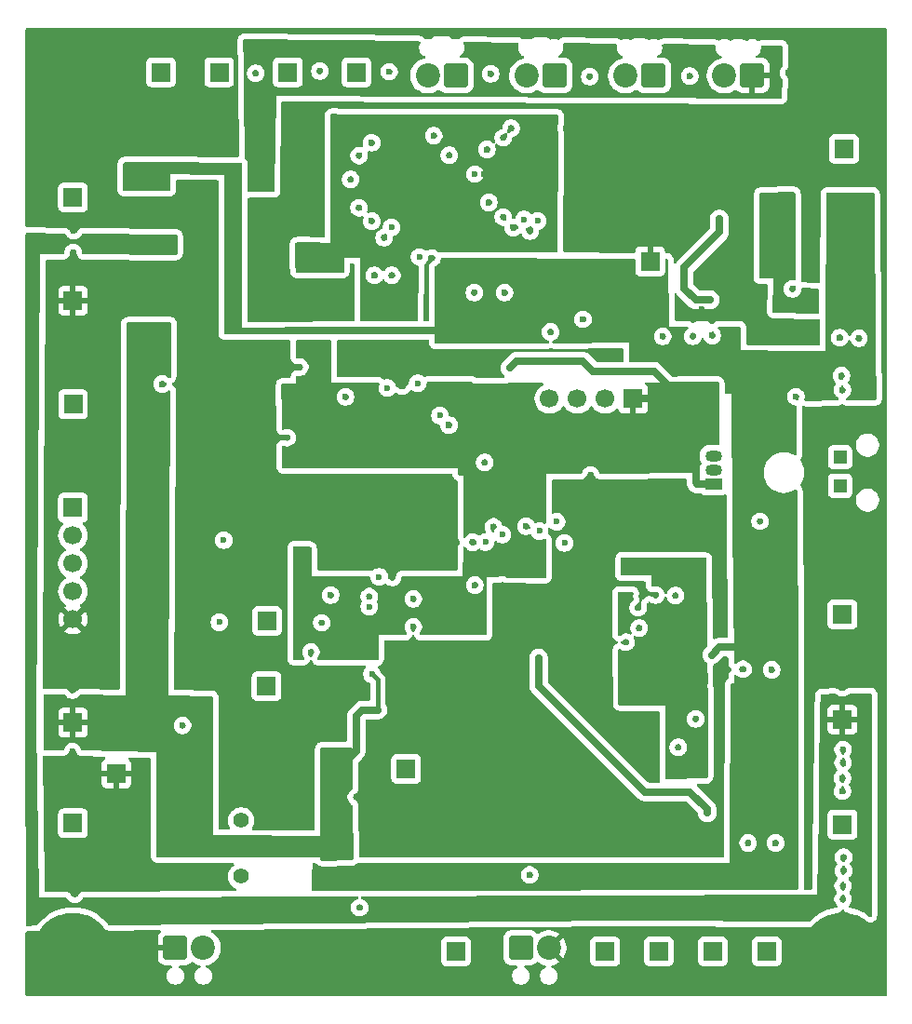
<source format=gbr>
%TF.GenerationSoftware,KiCad,Pcbnew,9.0.5-9.0.5~ubuntu24.04.1*%
%TF.CreationDate,2025-11-18T18:30:51-05:00*%
%TF.ProjectId,teslaCoilSensor,7465736c-6143-46f6-996c-53656e736f72,rev?*%
%TF.SameCoordinates,Original*%
%TF.FileFunction,Copper,L3,Inr*%
%TF.FilePolarity,Positive*%
%FSLAX46Y46*%
G04 Gerber Fmt 4.6, Leading zero omitted, Abs format (unit mm)*
G04 Created by KiCad (PCBNEW 9.0.5-9.0.5~ubuntu24.04.1) date 2025-11-18 18:30:51*
%MOMM*%
%LPD*%
G01*
G04 APERTURE LIST*
G04 Aperture macros list*
%AMRoundRect*
0 Rectangle with rounded corners*
0 $1 Rounding radius*
0 $2 $3 $4 $5 $6 $7 $8 $9 X,Y pos of 4 corners*
0 Add a 4 corners polygon primitive as box body*
4,1,4,$2,$3,$4,$5,$6,$7,$8,$9,$2,$3,0*
0 Add four circle primitives for the rounded corners*
1,1,$1+$1,$2,$3*
1,1,$1+$1,$4,$5*
1,1,$1+$1,$6,$7*
1,1,$1+$1,$8,$9*
0 Add four rect primitives between the rounded corners*
20,1,$1+$1,$2,$3,$4,$5,0*
20,1,$1+$1,$4,$5,$6,$7,0*
20,1,$1+$1,$6,$7,$8,$9,0*
20,1,$1+$1,$8,$9,$2,$3,0*%
G04 Aperture macros list end*
%TA.AperFunction,ComponentPad*%
%ADD10R,1.700000X1.700000*%
%TD*%
%TA.AperFunction,ComponentPad*%
%ADD11C,2.200000*%
%TD*%
%TA.AperFunction,ComponentPad*%
%ADD12RoundRect,0.249999X0.850001X0.850001X-0.850001X0.850001X-0.850001X-0.850001X0.850001X-0.850001X0*%
%TD*%
%TA.AperFunction,ComponentPad*%
%ADD13C,1.400000*%
%TD*%
%TA.AperFunction,ComponentPad*%
%ADD14R,1.208000X1.208000*%
%TD*%
%TA.AperFunction,ComponentPad*%
%ADD15RoundRect,0.249999X-0.850001X-0.850001X0.850001X-0.850001X0.850001X0.850001X-0.850001X0.850001X0*%
%TD*%
%TA.AperFunction,ComponentPad*%
%ADD16C,7.000000*%
%TD*%
%TA.AperFunction,ComponentPad*%
%ADD17C,1.700000*%
%TD*%
%TA.AperFunction,ComponentPad*%
%ADD18R,1.500000X1.050000*%
%TD*%
%TA.AperFunction,ComponentPad*%
%ADD19O,1.500000X1.050000*%
%TD*%
%TA.AperFunction,ViaPad*%
%ADD20C,0.600000*%
%TD*%
%TA.AperFunction,Conductor*%
%ADD21C,0.700000*%
%TD*%
%TA.AperFunction,Conductor*%
%ADD22C,0.400000*%
%TD*%
G04 APERTURE END LIST*
D10*
%TO.N,/Buck_IN*%
%TO.C,J16*%
X187096400Y-57099200D03*
%TD*%
%TO.N,/V_{TEMP_SENSOR}*%
%TO.C,J29*%
X116941600Y-61488383D03*
%TD*%
%TO.N,/V_{DD}*%
%TO.C,J18*%
X116950000Y-80300000D03*
%TD*%
D11*
%TO.N,/TC1+*%
%TO.C,TC1*%
X158217250Y-50412614D03*
D12*
%TO.N,/TC1-*%
X160757250Y-50412614D03*
%TD*%
D10*
%TO.N,SPI3_NSS_2*%
%TO.C,J24*%
X130242210Y-50105114D03*
%TD*%
%TO.N,/V_{CURRENT_SENSOR}*%
%TO.C,J28*%
X186944000Y-108966400D03*
%TD*%
D13*
%TO.N,/V_{BUS_AMP_IN}*%
%TO.C,R24*%
X132234900Y-118160800D03*
%TO.N,/V_{BUS_IN}*%
X132234900Y-123240800D03*
%TD*%
D14*
%TO.N,Net-(J8-Cathode)*%
%TO.C,J8*%
X186726850Y-87715025D03*
%TO.N,Net-(J8-Anode)*%
X186726850Y-85115025D03*
%TD*%
D15*
%TO.N,GND*%
%TO.C,J22*%
X126257920Y-129740500D03*
D11*
%TO.N,/V_{BUS_IN}*%
X128797920Y-129740500D03*
%TD*%
D16*
%TO.N,GND*%
%TO.C,H2*%
X186944000Y-50105114D03*
%TD*%
D10*
%TO.N,SPI1_MISO*%
%TO.C,J11*%
X147250000Y-113450000D03*
%TD*%
D12*
%TO.N,+12V*%
%TO.C,J2*%
X178741750Y-50412614D03*
D11*
%TO.N,GND*%
X176201750Y-50412614D03*
%TD*%
D10*
%TO.N,SPI2_SCK*%
%TO.C,J25*%
X165355360Y-130048000D03*
%TD*%
%TO.N,GPIO_8*%
%TO.C,J6*%
X116941600Y-89698192D03*
D17*
%TO.N,GPIO_9*%
X116941600Y-92238192D03*
%TO.N,GPIO_10*%
X116941600Y-94778192D03*
%TO.N,GPIO_11*%
X116941600Y-97318192D03*
%TO.N,GND*%
X116941600Y-99858192D03*
%TD*%
D10*
%TO.N,SPI2_NSS*%
%TO.C,J12*%
X180061840Y-130048000D03*
%TD*%
%TO.N,/Current Sensor/V_{XFRMR_IN_SHIFT}*%
%TO.C,J30*%
X151768144Y-130048000D03*
%TD*%
%TO.N,SPI2_MOSI*%
%TO.C,J31*%
X175159680Y-130048000D03*
%TD*%
%TO.N,/V_{BUCK_5V}*%
%TO.C,J17*%
X116941600Y-118414800D03*
%TD*%
%TO.N,SPI2_MISO*%
%TO.C,J26*%
X170257520Y-130048000D03*
%TD*%
D12*
%TO.N,UART_TX_EXT*%
%TO.C,J7*%
X169749500Y-50412614D03*
D11*
%TO.N,UART_RX_EXT*%
X167209500Y-50412614D03*
%TD*%
D15*
%TO.N,/Current Sensor/V_{IN_XFRMR+}*%
%TO.C,J3*%
X157683200Y-129740500D03*
D11*
%TO.N,GND*%
X160223200Y-129740500D03*
%TD*%
D10*
%TO.N,/V_{DD}*%
%TO.C,J1*%
X167910000Y-79800000D03*
D17*
%TO.N,SWDIO*%
X165370000Y-79800000D03*
%TO.N,SWCLK*%
X162830000Y-79800000D03*
%TO.N,GND*%
X160290000Y-79800000D03*
%TD*%
D10*
%TO.N,SPI1_NSS*%
%TO.C,J4*%
X134600000Y-100000000D03*
%TD*%
%TO.N,GND*%
%TO.C,J14*%
X120900000Y-113900000D03*
%TD*%
%TO.N,SPI3_MISO*%
%TO.C,J20*%
X136493140Y-50105114D03*
%TD*%
%TO.N,SPI1_SCK*%
%TO.C,J5*%
X134550000Y-105950000D03*
%TD*%
%TO.N,UART_TX_FIBER*%
%TO.C,J19*%
X186944000Y-99415600D03*
%TD*%
D18*
%TO.N,/V_{DD}*%
%TO.C,Q2*%
X175200000Y-87550000D03*
D19*
%TO.N,Net-(Q2-B)*%
X175200000Y-86280000D03*
%TO.N,Net-(J8-Anode)*%
X175200000Y-85010000D03*
%TD*%
D16*
%TO.N,GND*%
%TO.C,H4*%
X186944000Y-130048000D03*
%TD*%
D10*
%TO.N,SPI3_SCK*%
%TO.C,J13*%
X124936280Y-50105114D03*
%TD*%
D16*
%TO.N,GND*%
%TO.C,H3*%
X116941600Y-130048000D03*
%TD*%
D10*
%TO.N,SPI3_NSS_1*%
%TO.C,J21*%
X142744070Y-50105114D03*
%TD*%
%TO.N,/V_{BUS_SENSOR}*%
%TO.C,J27*%
X116941600Y-109261461D03*
%TD*%
%TO.N,GND*%
%TO.C,J9*%
X186944000Y-118517200D03*
%TD*%
D16*
%TO.N,GND*%
%TO.C,H1*%
X116941600Y-50105114D03*
%TD*%
D10*
%TO.N,GND*%
%TO.C,J10*%
X116941600Y-70891653D03*
%TD*%
D11*
%TO.N,/TC2+*%
%TO.C,TC2*%
X149225000Y-50412614D03*
D12*
%TO.N,/TC2-*%
X151765000Y-50412614D03*
%TD*%
D10*
%TO.N,GND*%
%TO.C,J15*%
X169450000Y-67300000D03*
%TD*%
D20*
%TO.N,/Buck_IN*%
X175750000Y-63450000D03*
X174900000Y-70800000D03*
%TO.N,GND*%
X121900000Y-130700000D03*
X186900000Y-80650000D03*
X170587500Y-74125000D03*
X187000000Y-102300000D03*
X161000000Y-89800000D03*
X116900000Y-113600000D03*
X168362500Y-120100000D03*
X144373700Y-68576300D03*
X116950000Y-82650000D03*
X153450000Y-70150000D03*
X147900000Y-100550000D03*
X186900000Y-95700000D03*
X147900000Y-98000000D03*
X154768100Y-61949400D03*
X116900000Y-106300000D03*
X143025000Y-126075000D03*
X186950000Y-115500000D03*
X177900000Y-104400000D03*
X169950000Y-97650000D03*
X179450000Y-90950000D03*
X145948500Y-68576300D03*
X155168600Y-113995200D03*
X171750000Y-97700000D03*
X141274800Y-90322400D03*
X160850000Y-115350000D03*
X116975000Y-66500000D03*
X180862500Y-120200000D03*
X159800000Y-114550000D03*
X167250000Y-101950000D03*
X169630000Y-111500000D03*
X146000000Y-96059824D03*
X167700000Y-130050000D03*
X142951200Y-62422000D03*
X142722600Y-116027200D03*
X162800000Y-92050000D03*
X149758400Y-55868800D03*
X155524200Y-115874800D03*
X127550000Y-50150000D03*
X173337500Y-74125000D03*
X142036800Y-92811600D03*
X129819400Y-89763600D03*
X145250000Y-65150000D03*
X148539200Y-92786200D03*
X143814800Y-118795800D03*
X170762500Y-119800000D03*
X131546600Y-84531200D03*
X132867400Y-84531200D03*
X146900000Y-78650000D03*
X187050000Y-121500000D03*
X172700000Y-130000000D03*
X174098500Y-71625000D03*
X156000000Y-96750000D03*
X139400000Y-50000000D03*
X168350000Y-98800000D03*
X117050000Y-56900000D03*
X117000000Y-64500000D03*
X135050000Y-130100000D03*
X173050000Y-50450000D03*
X186950000Y-79000000D03*
X141782800Y-76987400D03*
X143800000Y-130050000D03*
X186950000Y-106100000D03*
X186900000Y-82250000D03*
X137650000Y-112650000D03*
X129150000Y-100100000D03*
X144118400Y-56522400D03*
X116900000Y-111900000D03*
X123600000Y-62200000D03*
X126900000Y-109500000D03*
X178362500Y-120200000D03*
X182400000Y-69800000D03*
X117150000Y-77350000D03*
X177600000Y-130050000D03*
X186950000Y-114300000D03*
X163337500Y-72575000D03*
X145500000Y-130050000D03*
X128524000Y-88290400D03*
X135432800Y-117348000D03*
X186900000Y-90950000D03*
X157700000Y-103400000D03*
X140250000Y-130150000D03*
X156087700Y-56057800D03*
X154400000Y-85600000D03*
X165862500Y-120000000D03*
X186900000Y-96900000D03*
X154614500Y-57124600D03*
X117100000Y-124850000D03*
X145700000Y-50050000D03*
X137566400Y-76911200D03*
X137515600Y-69646800D03*
X153507650Y-59365487D03*
X151180800Y-57646800D03*
X153500000Y-96750000D03*
X155750000Y-98550000D03*
X168450000Y-100650000D03*
X117100000Y-75550000D03*
X187000000Y-124100000D03*
X144119600Y-63641200D03*
X155200000Y-91450000D03*
X178000000Y-68050000D03*
X141732000Y-79629000D03*
X186700000Y-74250000D03*
X187100000Y-59500000D03*
X186950000Y-94300000D03*
X157650000Y-101150000D03*
X142050000Y-130100000D03*
X147300000Y-130000000D03*
X163026900Y-56940200D03*
X129800000Y-91900000D03*
X117050000Y-55200000D03*
X147350000Y-109800000D03*
X154950000Y-50250000D03*
X117100000Y-58700000D03*
X145550000Y-103400000D03*
X146150000Y-106050000D03*
X143840200Y-117170200D03*
X157000000Y-64250000D03*
X173850000Y-63700000D03*
X176200000Y-68100000D03*
X137718800Y-109067600D03*
X156200000Y-70150000D03*
X158150000Y-91400000D03*
X182050000Y-50150000D03*
X136850000Y-130050000D03*
X134188200Y-83413600D03*
X133400000Y-62300000D03*
X164033200Y-86715600D03*
X175000000Y-69200000D03*
X182700000Y-79600000D03*
X117100000Y-73850000D03*
X156800000Y-55200000D03*
X144627600Y-109753400D03*
X158521300Y-64550000D03*
X187000000Y-103500000D03*
X133550000Y-50200000D03*
X116850000Y-104500000D03*
X158496000Y-123113800D03*
X148950000Y-77400000D03*
X142200000Y-59850000D03*
X117050000Y-123050000D03*
X187050000Y-54600000D03*
X187050000Y-122700000D03*
X136423400Y-83337400D03*
X187000000Y-111700000D03*
X161776900Y-55190200D03*
X116850000Y-102800000D03*
X188450000Y-74300000D03*
X180500000Y-104450000D03*
X162100000Y-99600000D03*
X125069600Y-78460600D03*
X139573000Y-100177600D03*
X117050000Y-68000000D03*
X138582400Y-102844600D03*
X186950000Y-93100000D03*
X186900000Y-92150000D03*
X143900000Y-97800000D03*
X163950000Y-50500000D03*
X126900000Y-101200000D03*
X160387500Y-73725000D03*
X132918200Y-89484200D03*
X173593750Y-108925000D03*
X142968400Y-57682400D03*
X138550000Y-130150000D03*
X123600000Y-69700000D03*
X116950000Y-84350000D03*
X130962400Y-90830400D03*
X161300000Y-100920000D03*
X140385800Y-97663000D03*
X117050000Y-121350000D03*
X151150000Y-82200000D03*
X186950000Y-104900000D03*
X168700000Y-97750000D03*
X142950000Y-128550000D03*
X149600000Y-67000000D03*
X156087700Y-63271400D03*
X162416100Y-94450000D03*
X187000000Y-125300000D03*
X187000000Y-112900000D03*
X116950000Y-115400000D03*
X186850000Y-77700000D03*
X172000000Y-111500000D03*
X117000000Y-86150000D03*
X133350000Y-130100000D03*
X153300000Y-92850000D03*
X137750000Y-114300000D03*
X175100000Y-74050000D03*
%TO.N,/V_{DD}*%
X137693400Y-93726000D03*
X137490200Y-74980800D03*
X149500000Y-100600000D03*
X136448800Y-84886800D03*
X154400000Y-84030000D03*
X140157200Y-79552800D03*
X140131800Y-102793800D03*
X163324700Y-76392000D03*
X145750000Y-100600000D03*
X156700000Y-77000000D03*
X173600000Y-81100000D03*
X153500000Y-95200000D03*
%TO.N,NRST*%
X130657600Y-92659200D03*
X130251200Y-100126800D03*
%TO.N,/V_{CURRENT_SENSOR}*%
X171900000Y-113050000D03*
X172043750Y-108925000D03*
X125200000Y-65400000D03*
X172870000Y-94980000D03*
%TO.N,/V_{BUS_SENSOR}*%
X123900000Y-74900000D03*
X141173200Y-116027200D03*
X144678400Y-108102400D03*
X144150000Y-104850000D03*
X141884400Y-112674400D03*
%TO.N,/V_{TEMP_SENSOR}*%
X142818400Y-60882400D03*
X154336900Y-59330200D03*
X137414000Y-67640200D03*
X144353700Y-72356700D03*
X157976900Y-55150200D03*
%TO.N,+12V*%
X133100000Y-60300000D03*
%TO.N,SPI1_MISO*%
X144800000Y-96000000D03*
X143900000Y-98700000D03*
%TO.N,SPI2_SCK*%
X154475000Y-92825000D03*
%TO.N,SPI2_MISO*%
X156000000Y-92150000D03*
%TO.N,SPI2_NSS*%
X160934400Y-90982800D03*
%TO.N,SPI3_MISO*%
X148463000Y-66900000D03*
X145538000Y-78820200D03*
%TO.N,SPI3_SCK*%
X157971300Y-63500000D03*
X145923000Y-64211200D03*
X148300000Y-78400000D03*
%TO.N,SPI3_NSS_1*%
X150320464Y-81327720D03*
X159232600Y-63627000D03*
%TO.N,/V_{CURR_ADC}*%
X174650000Y-117450000D03*
X159300000Y-103400000D03*
%TO.N,SPI2_MOSI*%
X159376436Y-91829601D03*
X161650000Y-92925000D03*
%TO.N,/BUCK_SW*%
X181050000Y-69800000D03*
X183750000Y-70350000D03*
%TO.N,/V_{BUCK_5V}*%
X168737500Y-72325000D03*
X187200000Y-75750000D03*
X175050000Y-103100000D03*
X122800000Y-60200000D03*
X139800000Y-123300000D03*
X186700000Y-70300000D03*
X151250000Y-68800000D03*
X180550000Y-105950000D03*
X177400000Y-116400000D03*
X188300000Y-62800000D03*
X188450000Y-70350000D03*
X188150000Y-65000000D03*
X156050000Y-71700000D03*
X188100000Y-67100000D03*
X144450000Y-122850000D03*
X173187500Y-75675000D03*
%TD*%
D21*
%TO.N,/Buck_IN*%
X172550000Y-67850000D02*
X175750000Y-64650000D01*
X173600000Y-70800000D02*
X172550000Y-69750000D01*
X175750000Y-64650000D02*
X175750000Y-63450000D01*
X172550000Y-69750000D02*
X172550000Y-67850000D01*
X174900000Y-70800000D02*
X173600000Y-70800000D01*
%TO.N,/V_{DD}*%
X167910000Y-79800000D02*
X172300000Y-79800000D01*
X173600000Y-81100000D02*
X173600000Y-87400000D01*
X164232700Y-77300000D02*
X169800000Y-77300000D01*
X172300000Y-79800000D02*
X173600000Y-81100000D01*
X173600000Y-87400000D02*
X173750000Y-87550000D01*
X169800000Y-77300000D02*
X173600000Y-81100000D01*
X173750000Y-87550000D02*
X175200000Y-87550000D01*
X163324700Y-76392000D02*
X164232700Y-77300000D01*
X163324700Y-76392000D02*
X157308000Y-76392000D01*
X157308000Y-76392000D02*
X156700000Y-77000000D01*
%TO.N,/V_{BUS_SENSOR}*%
X143247600Y-108102400D02*
X144678400Y-108102400D01*
D22*
X144678400Y-108102400D02*
X144678400Y-105378400D01*
X144678400Y-105378400D02*
X144150000Y-104850000D01*
D21*
X141884400Y-112674400D02*
X142700000Y-111858800D01*
X142700000Y-111858800D02*
X142700000Y-108650000D01*
X142700000Y-108650000D02*
X143247600Y-108102400D01*
%TO.N,/V_{CURR_ADC}*%
X173050000Y-115550000D02*
X168950000Y-115550000D01*
X168950000Y-115550000D02*
X159300000Y-105900000D01*
X174650000Y-117450000D02*
X174650000Y-117150000D01*
X174650000Y-117150000D02*
X173050000Y-115550000D01*
X159300000Y-105900000D02*
X159300000Y-103400000D01*
%TO.N,/V_{BUCK_5V}*%
X175750000Y-102400000D02*
X175050000Y-103100000D01*
X181900000Y-103850000D02*
X180450000Y-102400000D01*
X180550000Y-105950000D02*
X181050000Y-105950000D01*
X180450000Y-102400000D02*
X175750000Y-102400000D01*
X181050000Y-105950000D02*
X181900000Y-105100000D01*
X181900000Y-105100000D02*
X181900000Y-103850000D01*
%TD*%
%TA.AperFunction,Conductor*%
%TO.N,GND*%
G36*
X190942539Y-46120185D02*
G01*
X190988294Y-46172989D01*
X190999500Y-46224500D01*
X190999500Y-133975500D01*
X190979815Y-134042539D01*
X190927011Y-134088294D01*
X190875500Y-134099500D01*
X112751100Y-134099500D01*
X112684061Y-134079815D01*
X112638306Y-134027011D01*
X112627100Y-133975500D01*
X112627100Y-128362404D01*
X112646785Y-128295365D01*
X112699589Y-128249610D01*
X112767653Y-128239514D01*
X112778444Y-128240968D01*
X113619721Y-128233488D01*
X113660450Y-128229018D01*
X113720439Y-128222437D01*
X113720439Y-128222436D01*
X113720445Y-128222436D01*
X113768827Y-128212140D01*
X113865342Y-128181214D01*
X113987754Y-128105604D01*
X114041368Y-128060801D01*
X114041386Y-128060786D01*
X114079715Y-128018113D01*
X114080409Y-128017368D01*
X114092907Y-128009939D01*
X114115252Y-127982711D01*
X114115253Y-127982712D01*
X114345010Y-127702750D01*
X114353162Y-127693756D01*
X114587361Y-127459557D01*
X114596355Y-127451405D01*
X114852410Y-127241267D01*
X114862176Y-127234025D01*
X115137599Y-127049991D01*
X115148007Y-127043753D01*
X115440114Y-126887618D01*
X115451098Y-126882423D01*
X115757121Y-126755664D01*
X115768564Y-126751569D01*
X116085566Y-126655409D01*
X116097357Y-126652456D01*
X116422184Y-126587845D01*
X116434202Y-126586062D01*
X116763839Y-126553596D01*
X116775993Y-126553000D01*
X117107206Y-126553000D01*
X117119359Y-126553596D01*
X117448992Y-126586062D01*
X117461016Y-126587846D01*
X117785835Y-126652455D01*
X117797637Y-126655411D01*
X118114625Y-126751567D01*
X118126082Y-126755666D01*
X118234946Y-126800760D01*
X118432083Y-126882417D01*
X118443083Y-126887620D01*
X118735176Y-127043746D01*
X118745614Y-127050002D01*
X119021019Y-127234023D01*
X119030785Y-127241265D01*
X119286842Y-127451405D01*
X119295846Y-127459567D01*
X119530030Y-127693751D01*
X119538202Y-127702767D01*
X119736667Y-127944598D01*
X119771740Y-127980946D01*
X119792999Y-128002978D01*
X119793009Y-128002987D01*
X119809310Y-128017368D01*
X119822738Y-128029215D01*
X119822745Y-128029220D01*
X119887663Y-128077820D01*
X119887664Y-128077820D01*
X119887665Y-128077821D01*
X120019069Y-128136425D01*
X120075340Y-128152405D01*
X120081846Y-128154915D01*
X120086277Y-128155511D01*
X120086281Y-128155513D01*
X120086282Y-128155514D01*
X120228874Y-128174723D01*
X124803252Y-128134049D01*
X124870461Y-128153137D01*
X124916684Y-128205532D01*
X124927242Y-128274599D01*
X124898783Y-128338410D01*
X124892034Y-128345725D01*
X124815600Y-128422159D01*
X124723565Y-128571369D01*
X124723560Y-128571380D01*
X124668414Y-128737802D01*
X124657920Y-128840513D01*
X124657920Y-129490500D01*
X125767172Y-129490500D01*
X125745402Y-129528208D01*
X125707920Y-129668091D01*
X125707920Y-129812909D01*
X125745402Y-129952792D01*
X125767172Y-129990500D01*
X124657921Y-129990500D01*
X124657921Y-130640486D01*
X124668414Y-130743196D01*
X124668414Y-130743198D01*
X124723560Y-130909619D01*
X124723565Y-130909630D01*
X124815600Y-131058840D01*
X124815603Y-131058844D01*
X124939575Y-131182816D01*
X124939579Y-131182819D01*
X125088789Y-131274854D01*
X125088800Y-131274859D01*
X125255222Y-131330005D01*
X125357939Y-131340499D01*
X125815138Y-131340499D01*
X125882177Y-131360183D01*
X125927932Y-131412987D01*
X125937876Y-131482146D01*
X125908851Y-131545702D01*
X125882951Y-131566442D01*
X125883806Y-131567721D01*
X125747631Y-131658710D01*
X125747627Y-131658713D01*
X125636133Y-131770207D01*
X125636130Y-131770211D01*
X125548529Y-131901314D01*
X125548522Y-131901327D01*
X125488184Y-132046998D01*
X125488181Y-132047010D01*
X125457420Y-132201653D01*
X125457420Y-132359346D01*
X125488181Y-132513989D01*
X125488184Y-132514001D01*
X125548522Y-132659672D01*
X125548529Y-132659685D01*
X125636130Y-132790788D01*
X125636133Y-132790792D01*
X125747627Y-132902286D01*
X125747631Y-132902289D01*
X125878734Y-132989890D01*
X125878747Y-132989897D01*
X126024418Y-133050235D01*
X126024423Y-133050237D01*
X126179073Y-133080999D01*
X126179076Y-133081000D01*
X126179078Y-133081000D01*
X126336764Y-133081000D01*
X126336765Y-133080999D01*
X126491417Y-133050237D01*
X126637099Y-132989894D01*
X126768209Y-132902289D01*
X126879709Y-132790789D01*
X126967314Y-132659679D01*
X127027657Y-132513997D01*
X127058420Y-132359342D01*
X127058420Y-132201658D01*
X127058420Y-132201655D01*
X127058419Y-132201653D01*
X127027658Y-132047010D01*
X127027657Y-132047003D01*
X127027655Y-132046998D01*
X126967317Y-131901327D01*
X126967310Y-131901314D01*
X126879709Y-131770211D01*
X126879706Y-131770207D01*
X126768212Y-131658713D01*
X126768208Y-131658710D01*
X126632034Y-131567721D01*
X126633617Y-131565351D01*
X126592458Y-131524994D01*
X126576935Y-131456871D01*
X126600706Y-131391169D01*
X126656225Y-131348749D01*
X126700700Y-131340499D01*
X127157891Y-131340499D01*
X127157907Y-131340498D01*
X127260616Y-131330005D01*
X127260618Y-131330005D01*
X127427039Y-131274859D01*
X127427050Y-131274854D01*
X127576259Y-131182820D01*
X127705005Y-131054074D01*
X127766328Y-131020589D01*
X127836020Y-131025573D01*
X127865572Y-131041437D01*
X127948564Y-131101733D01*
X127959075Y-131109370D01*
X128102104Y-131182247D01*
X128183536Y-131223739D01*
X128183538Y-131223739D01*
X128183541Y-131223741D01*
X128423135Y-131301590D01*
X128454786Y-131306603D01*
X128456389Y-131306857D01*
X128519523Y-131336786D01*
X128556455Y-131396097D01*
X128555457Y-131465960D01*
X128516847Y-131524193D01*
X128484443Y-131543891D01*
X128418747Y-131571102D01*
X128418734Y-131571109D01*
X128287631Y-131658710D01*
X128287627Y-131658713D01*
X128176133Y-131770207D01*
X128176130Y-131770211D01*
X128088529Y-131901314D01*
X128088522Y-131901327D01*
X128028184Y-132046998D01*
X128028181Y-132047010D01*
X127997420Y-132201653D01*
X127997420Y-132359346D01*
X128028181Y-132513989D01*
X128028184Y-132514001D01*
X128088522Y-132659672D01*
X128088529Y-132659685D01*
X128176130Y-132790788D01*
X128176133Y-132790792D01*
X128287627Y-132902286D01*
X128287631Y-132902289D01*
X128418734Y-132989890D01*
X128418747Y-132989897D01*
X128564418Y-133050235D01*
X128564423Y-133050237D01*
X128719073Y-133080999D01*
X128719076Y-133081000D01*
X128719078Y-133081000D01*
X128876764Y-133081000D01*
X128876765Y-133080999D01*
X129031417Y-133050237D01*
X129177099Y-132989894D01*
X129308209Y-132902289D01*
X129419709Y-132790789D01*
X129507314Y-132659679D01*
X129567657Y-132513997D01*
X129598420Y-132359342D01*
X129598420Y-132201658D01*
X129598420Y-132201655D01*
X129598419Y-132201653D01*
X129567658Y-132047010D01*
X129567657Y-132047003D01*
X129567655Y-132046998D01*
X129507317Y-131901327D01*
X129507310Y-131901314D01*
X129419709Y-131770211D01*
X129419706Y-131770207D01*
X129308212Y-131658713D01*
X129308208Y-131658710D01*
X129177105Y-131571109D01*
X129177093Y-131571102D01*
X129111396Y-131543891D01*
X129056992Y-131500051D01*
X129034927Y-131433757D01*
X129052206Y-131366057D01*
X129103343Y-131318447D01*
X129139451Y-131306857D01*
X129172705Y-131301590D01*
X129174210Y-131301101D01*
X129412299Y-131223741D01*
X129636765Y-131109370D01*
X129840576Y-130961293D01*
X130018713Y-130783156D01*
X130166790Y-130579345D01*
X130281161Y-130354879D01*
X130359010Y-130115285D01*
X130398420Y-129866462D01*
X130398420Y-129614538D01*
X130376484Y-129476042D01*
X130359010Y-129365714D01*
X130337785Y-129300390D01*
X130288964Y-129150135D01*
X150417644Y-129150135D01*
X150417644Y-130945870D01*
X150417645Y-130945876D01*
X150424052Y-131005483D01*
X150474346Y-131140328D01*
X150474350Y-131140335D01*
X150560596Y-131255544D01*
X150560599Y-131255547D01*
X150675808Y-131341793D01*
X150675815Y-131341797D01*
X150810661Y-131392091D01*
X150810660Y-131392091D01*
X150817588Y-131392835D01*
X150870271Y-131398500D01*
X152666016Y-131398499D01*
X152725627Y-131392091D01*
X152860475Y-131341796D01*
X152975690Y-131255546D01*
X153061940Y-131140331D01*
X153112235Y-131005483D01*
X153118644Y-130945873D01*
X153118643Y-129150128D01*
X153112235Y-129090517D01*
X153061940Y-128955669D01*
X152975711Y-128840482D01*
X156082700Y-128840482D01*
X156082700Y-130640517D01*
X156093200Y-130743296D01*
X156148385Y-130909832D01*
X156148387Y-130909837D01*
X156170614Y-130945872D01*
X156240488Y-131059156D01*
X156364544Y-131183212D01*
X156513865Y-131275314D01*
X156680402Y-131330499D01*
X156783190Y-131341000D01*
X156783195Y-131341000D01*
X157239625Y-131341000D01*
X157306664Y-131360685D01*
X157352419Y-131413489D01*
X157362363Y-131482647D01*
X157333338Y-131546203D01*
X157308516Y-131568102D01*
X157172911Y-131658710D01*
X157172907Y-131658713D01*
X157061413Y-131770207D01*
X157061410Y-131770211D01*
X156973809Y-131901314D01*
X156973802Y-131901327D01*
X156913464Y-132046998D01*
X156913461Y-132047010D01*
X156882700Y-132201653D01*
X156882700Y-132359346D01*
X156913461Y-132513989D01*
X156913464Y-132514001D01*
X156973802Y-132659672D01*
X156973809Y-132659685D01*
X157061410Y-132790788D01*
X157061413Y-132790792D01*
X157172907Y-132902286D01*
X157172911Y-132902289D01*
X157304014Y-132989890D01*
X157304027Y-132989897D01*
X157449698Y-133050235D01*
X157449703Y-133050237D01*
X157604353Y-133080999D01*
X157604356Y-133081000D01*
X157604358Y-133081000D01*
X157762044Y-133081000D01*
X157762045Y-133080999D01*
X157916697Y-133050237D01*
X158062379Y-132989894D01*
X158193489Y-132902289D01*
X158304989Y-132790789D01*
X158392594Y-132659679D01*
X158452937Y-132513997D01*
X158483700Y-132359342D01*
X158483700Y-132201658D01*
X158483700Y-132201655D01*
X158483699Y-132201653D01*
X158452938Y-132047010D01*
X158452937Y-132047003D01*
X158452935Y-132046998D01*
X158392597Y-131901327D01*
X158392590Y-131901314D01*
X158304989Y-131770211D01*
X158304986Y-131770207D01*
X158193492Y-131658713D01*
X158193488Y-131658710D01*
X158057884Y-131568102D01*
X158013079Y-131514490D01*
X158004372Y-131445165D01*
X158034526Y-131382137D01*
X158093970Y-131345418D01*
X158126775Y-131341000D01*
X158583205Y-131341000D01*
X158583210Y-131341000D01*
X158685998Y-131330499D01*
X158852535Y-131275314D01*
X159001856Y-131183212D01*
X159125912Y-131059156D01*
X159125912Y-131059155D01*
X159131019Y-131054049D01*
X159133528Y-131056558D01*
X159176922Y-131024952D01*
X159246673Y-131020880D01*
X159291616Y-131041373D01*
X159384616Y-131108942D01*
X159609015Y-131223280D01*
X159848531Y-131301103D01*
X159882550Y-131306491D01*
X159945685Y-131336420D01*
X159982617Y-131395731D01*
X159981619Y-131465594D01*
X159943010Y-131523826D01*
X159910606Y-131543525D01*
X159844024Y-131571104D01*
X159844014Y-131571109D01*
X159712911Y-131658710D01*
X159712907Y-131658713D01*
X159601413Y-131770207D01*
X159601410Y-131770211D01*
X159513809Y-131901314D01*
X159513802Y-131901327D01*
X159453464Y-132046998D01*
X159453461Y-132047010D01*
X159422700Y-132201653D01*
X159422700Y-132359346D01*
X159453461Y-132513989D01*
X159453464Y-132514001D01*
X159513802Y-132659672D01*
X159513809Y-132659685D01*
X159601410Y-132790788D01*
X159601413Y-132790792D01*
X159712907Y-132902286D01*
X159712911Y-132902289D01*
X159844014Y-132989890D01*
X159844027Y-132989897D01*
X159989698Y-133050235D01*
X159989703Y-133050237D01*
X160144353Y-133080999D01*
X160144356Y-133081000D01*
X160144358Y-133081000D01*
X160302044Y-133081000D01*
X160302045Y-133080999D01*
X160456697Y-133050237D01*
X160602379Y-132989894D01*
X160733489Y-132902289D01*
X160844989Y-132790789D01*
X160932594Y-132659679D01*
X160992937Y-132513997D01*
X161023700Y-132359342D01*
X161023700Y-132201658D01*
X161023700Y-132201655D01*
X161023699Y-132201653D01*
X160992938Y-132047010D01*
X160992937Y-132047003D01*
X160992935Y-132046998D01*
X160932597Y-131901327D01*
X160932590Y-131901314D01*
X160844989Y-131770211D01*
X160844986Y-131770207D01*
X160733492Y-131658713D01*
X160733488Y-131658710D01*
X160602385Y-131571109D01*
X160602376Y-131571104D01*
X160535793Y-131543525D01*
X160481390Y-131499684D01*
X160459325Y-131433390D01*
X160476604Y-131365691D01*
X160527741Y-131318080D01*
X160563849Y-131306490D01*
X160597874Y-131301101D01*
X160837384Y-131223280D01*
X161061775Y-131108946D01*
X161061781Y-131108942D01*
X161163897Y-131034750D01*
X161163898Y-131034750D01*
X160393434Y-130264287D01*
X160435492Y-130253018D01*
X160560908Y-130180610D01*
X160663310Y-130078208D01*
X160735718Y-129952792D01*
X160746987Y-129910735D01*
X161517450Y-130681198D01*
X161517450Y-130681197D01*
X161591642Y-130579081D01*
X161591646Y-130579075D01*
X161705980Y-130354684D01*
X161783802Y-130115169D01*
X161823200Y-129866428D01*
X161823200Y-129614571D01*
X161783802Y-129365830D01*
X161725088Y-129185124D01*
X161725087Y-129185122D01*
X161713720Y-129150135D01*
X164004860Y-129150135D01*
X164004860Y-130945870D01*
X164004861Y-130945876D01*
X164011268Y-131005483D01*
X164061562Y-131140328D01*
X164061566Y-131140335D01*
X164147812Y-131255544D01*
X164147815Y-131255547D01*
X164263024Y-131341793D01*
X164263031Y-131341797D01*
X164397877Y-131392091D01*
X164397876Y-131392091D01*
X164404804Y-131392835D01*
X164457487Y-131398500D01*
X166253232Y-131398499D01*
X166312843Y-131392091D01*
X166447691Y-131341796D01*
X166562906Y-131255546D01*
X166649156Y-131140331D01*
X166699451Y-131005483D01*
X166705860Y-130945873D01*
X166705859Y-129150135D01*
X168907020Y-129150135D01*
X168907020Y-130945870D01*
X168907021Y-130945876D01*
X168913428Y-131005483D01*
X168963722Y-131140328D01*
X168963726Y-131140335D01*
X169049972Y-131255544D01*
X169049975Y-131255547D01*
X169165184Y-131341793D01*
X169165191Y-131341797D01*
X169300037Y-131392091D01*
X169300036Y-131392091D01*
X169306964Y-131392835D01*
X169359647Y-131398500D01*
X171155392Y-131398499D01*
X171215003Y-131392091D01*
X171349851Y-131341796D01*
X171465066Y-131255546D01*
X171551316Y-131140331D01*
X171601611Y-131005483D01*
X171608020Y-130945873D01*
X171608019Y-129150135D01*
X173809180Y-129150135D01*
X173809180Y-130945870D01*
X173809181Y-130945876D01*
X173815588Y-131005483D01*
X173865882Y-131140328D01*
X173865886Y-131140335D01*
X173952132Y-131255544D01*
X173952135Y-131255547D01*
X174067344Y-131341793D01*
X174067351Y-131341797D01*
X174202197Y-131392091D01*
X174202196Y-131392091D01*
X174209124Y-131392835D01*
X174261807Y-131398500D01*
X176057552Y-131398499D01*
X176117163Y-131392091D01*
X176252011Y-131341796D01*
X176367226Y-131255546D01*
X176453476Y-131140331D01*
X176503771Y-131005483D01*
X176510180Y-130945873D01*
X176510179Y-129150135D01*
X178711340Y-129150135D01*
X178711340Y-130945870D01*
X178711341Y-130945876D01*
X178717748Y-131005483D01*
X178768042Y-131140328D01*
X178768046Y-131140335D01*
X178854292Y-131255544D01*
X178854295Y-131255547D01*
X178969504Y-131341793D01*
X178969511Y-131341797D01*
X179104357Y-131392091D01*
X179104356Y-131392091D01*
X179111284Y-131392835D01*
X179163967Y-131398500D01*
X180959712Y-131398499D01*
X181019323Y-131392091D01*
X181154171Y-131341796D01*
X181269386Y-131255546D01*
X181355636Y-131140331D01*
X181405931Y-131005483D01*
X181412340Y-130945873D01*
X181412339Y-129150128D01*
X181405931Y-129090517D01*
X181355636Y-128955669D01*
X181355635Y-128955668D01*
X181355633Y-128955664D01*
X181269387Y-128840455D01*
X181269384Y-128840452D01*
X181154175Y-128754206D01*
X181154168Y-128754202D01*
X181019322Y-128703908D01*
X181019323Y-128703908D01*
X180959723Y-128697501D01*
X180959721Y-128697500D01*
X180959713Y-128697500D01*
X180959704Y-128697500D01*
X179163969Y-128697500D01*
X179163963Y-128697501D01*
X179104356Y-128703908D01*
X178969511Y-128754202D01*
X178969504Y-128754206D01*
X178854295Y-128840452D01*
X178854292Y-128840455D01*
X178768046Y-128955664D01*
X178768042Y-128955671D01*
X178717748Y-129090517D01*
X178711341Y-129150116D01*
X178711341Y-129150123D01*
X178711340Y-129150135D01*
X176510179Y-129150135D01*
X176510179Y-129150128D01*
X176503771Y-129090517D01*
X176453476Y-128955669D01*
X176453475Y-128955668D01*
X176453473Y-128955664D01*
X176367227Y-128840455D01*
X176367224Y-128840452D01*
X176252015Y-128754206D01*
X176252008Y-128754202D01*
X176117162Y-128703908D01*
X176117163Y-128703908D01*
X176057563Y-128697501D01*
X176057561Y-128697500D01*
X176057553Y-128697500D01*
X176057544Y-128697500D01*
X174261809Y-128697500D01*
X174261803Y-128697501D01*
X174202196Y-128703908D01*
X174067351Y-128754202D01*
X174067344Y-128754206D01*
X173952135Y-128840452D01*
X173952132Y-128840455D01*
X173865886Y-128955664D01*
X173865882Y-128955671D01*
X173815588Y-129090517D01*
X173809181Y-129150116D01*
X173809181Y-129150123D01*
X173809180Y-129150135D01*
X171608019Y-129150135D01*
X171608019Y-129150128D01*
X171601611Y-129090517D01*
X171551316Y-128955669D01*
X171551315Y-128955668D01*
X171551313Y-128955664D01*
X171465067Y-128840455D01*
X171465064Y-128840452D01*
X171349855Y-128754206D01*
X171349848Y-128754202D01*
X171215002Y-128703908D01*
X171215003Y-128703908D01*
X171155403Y-128697501D01*
X171155401Y-128697500D01*
X171155393Y-128697500D01*
X171155384Y-128697500D01*
X169359649Y-128697500D01*
X169359643Y-128697501D01*
X169300036Y-128703908D01*
X169165191Y-128754202D01*
X169165184Y-128754206D01*
X169049975Y-128840452D01*
X169049972Y-128840455D01*
X168963726Y-128955664D01*
X168963722Y-128955671D01*
X168913428Y-129090517D01*
X168907021Y-129150116D01*
X168907021Y-129150123D01*
X168907020Y-129150135D01*
X166705859Y-129150135D01*
X166705859Y-129150128D01*
X166699451Y-129090517D01*
X166649156Y-128955669D01*
X166649155Y-128955668D01*
X166649153Y-128955664D01*
X166562907Y-128840455D01*
X166562904Y-128840452D01*
X166447695Y-128754206D01*
X166447688Y-128754202D01*
X166312842Y-128703908D01*
X166312843Y-128703908D01*
X166253243Y-128697501D01*
X166253241Y-128697500D01*
X166253233Y-128697500D01*
X166253224Y-128697500D01*
X164457489Y-128697500D01*
X164457483Y-128697501D01*
X164397876Y-128703908D01*
X164263031Y-128754202D01*
X164263024Y-128754206D01*
X164147815Y-128840452D01*
X164147812Y-128840455D01*
X164061566Y-128955664D01*
X164061562Y-128955671D01*
X164011268Y-129090517D01*
X164004861Y-129150116D01*
X164004861Y-129150123D01*
X164004860Y-129150135D01*
X161713720Y-129150135D01*
X161705981Y-129126317D01*
X161591642Y-128901916D01*
X161517450Y-128799801D01*
X161517450Y-128799800D01*
X160746987Y-129570264D01*
X160735718Y-129528208D01*
X160663310Y-129402792D01*
X160560908Y-129300390D01*
X160435492Y-129227982D01*
X160393433Y-129216712D01*
X161163898Y-128446248D01*
X161061783Y-128372057D01*
X160837384Y-128257719D01*
X160597869Y-128179897D01*
X160349128Y-128140500D01*
X160097272Y-128140500D01*
X159848530Y-128179897D01*
X159609015Y-128257719D01*
X159384613Y-128372059D01*
X159291615Y-128439626D01*
X159225809Y-128463106D01*
X159157755Y-128447280D01*
X159132404Y-128425565D01*
X159131019Y-128426951D01*
X159001857Y-128297789D01*
X159001856Y-128297788D01*
X158879691Y-128222436D01*
X158852537Y-128205687D01*
X158852532Y-128205685D01*
X158851063Y-128205198D01*
X158685998Y-128150501D01*
X158685996Y-128150500D01*
X158583217Y-128140000D01*
X158583210Y-128140000D01*
X156783190Y-128140000D01*
X156783182Y-128140000D01*
X156680403Y-128150500D01*
X156680402Y-128150501D01*
X156607311Y-128174721D01*
X156513867Y-128205685D01*
X156513862Y-128205687D01*
X156364542Y-128297789D01*
X156240489Y-128421842D01*
X156148387Y-128571162D01*
X156148385Y-128571167D01*
X156120549Y-128655169D01*
X156093201Y-128737702D01*
X156093201Y-128737703D01*
X156093200Y-128737703D01*
X156082700Y-128840482D01*
X152975711Y-128840482D01*
X152975690Y-128840454D01*
X152975688Y-128840453D01*
X152975688Y-128840452D01*
X152860479Y-128754206D01*
X152860472Y-128754202D01*
X152725626Y-128703908D01*
X152725627Y-128703908D01*
X152666027Y-128697501D01*
X152666025Y-128697500D01*
X152666017Y-128697500D01*
X152666008Y-128697500D01*
X150870273Y-128697500D01*
X150870267Y-128697501D01*
X150810660Y-128703908D01*
X150675815Y-128754202D01*
X150675808Y-128754206D01*
X150560599Y-128840452D01*
X150560596Y-128840455D01*
X150474350Y-128955664D01*
X150474346Y-128955671D01*
X150424052Y-129090517D01*
X150417645Y-129150116D01*
X150417645Y-129150123D01*
X150417644Y-129150135D01*
X130288964Y-129150135D01*
X130281161Y-129126121D01*
X130166790Y-128901655D01*
X130092788Y-128799800D01*
X130018718Y-128697850D01*
X130018714Y-128697845D01*
X129840574Y-128519705D01*
X129840569Y-128519701D01*
X129636768Y-128371632D01*
X129636767Y-128371631D01*
X129636765Y-128371630D01*
X129546935Y-128325859D01*
X129496140Y-128277885D01*
X129479345Y-128210064D01*
X129501882Y-128143930D01*
X129556597Y-128100478D01*
X129602124Y-128091380D01*
X166925805Y-127759516D01*
X166927284Y-127759513D01*
X183949999Y-127835750D01*
X184005182Y-127832977D01*
X184032095Y-127830144D01*
X184086628Y-127821370D01*
X184086634Y-127821367D01*
X184086641Y-127821366D01*
X184221426Y-127771092D01*
X184221425Y-127771092D01*
X184221437Y-127771088D01*
X184282760Y-127737603D01*
X184397941Y-127651379D01*
X184589771Y-127459547D01*
X184598755Y-127451405D01*
X184854810Y-127241267D01*
X184864576Y-127234025D01*
X185139999Y-127049991D01*
X185150407Y-127043753D01*
X185442514Y-126887618D01*
X185453498Y-126882423D01*
X185759521Y-126755664D01*
X185770964Y-126751569D01*
X186087969Y-126655408D01*
X186099744Y-126652458D01*
X186454906Y-126581815D01*
X186454905Y-126581814D01*
X186480443Y-126576735D01*
X186483898Y-126573848D01*
X186504605Y-126566929D01*
X186549349Y-126556250D01*
X186611497Y-126532115D01*
X186731432Y-126465577D01*
X186833172Y-126363840D01*
X186875044Y-126307907D01*
X186875050Y-126307899D01*
X186878974Y-126300710D01*
X186880822Y-126297741D01*
X186904360Y-126276725D01*
X186926679Y-126254400D01*
X186930230Y-126253626D01*
X186932941Y-126251207D01*
X186964108Y-126246252D01*
X186994950Y-126239539D01*
X186998355Y-126240808D01*
X187001944Y-126240238D01*
X187030846Y-126252922D01*
X187060418Y-126263947D01*
X187063229Y-126267133D01*
X187065924Y-126268316D01*
X187070938Y-126275869D01*
X187093875Y-126301864D01*
X187103196Y-126318233D01*
X187103197Y-126318235D01*
X187103201Y-126318240D01*
X187191467Y-126431864D01*
X187191469Y-126431865D01*
X187191470Y-126431867D01*
X187282895Y-126497792D01*
X187308170Y-126516018D01*
X187308180Y-126516023D01*
X187343599Y-126534551D01*
X187352248Y-126542113D01*
X187370081Y-126548403D01*
X187370081Y-126548404D01*
X187505766Y-126596270D01*
X187788234Y-126652455D01*
X187800036Y-126655411D01*
X188117025Y-126751567D01*
X188128482Y-126755666D01*
X188237346Y-126800760D01*
X188434483Y-126882417D01*
X188445483Y-126887620D01*
X188737576Y-127043747D01*
X188748014Y-127050003D01*
X189023420Y-127234023D01*
X189023422Y-127234024D01*
X189033194Y-127241271D01*
X189088428Y-127286600D01*
X189205015Y-127358308D01*
X189265882Y-127385170D01*
X189265886Y-127385171D01*
X189265888Y-127385172D01*
X189317641Y-127400043D01*
X189397427Y-127422970D01*
X189541307Y-127423146D01*
X189610478Y-127413287D01*
X189748578Y-127372921D01*
X189869713Y-127295282D01*
X189920836Y-127251093D01*
X189922136Y-127250012D01*
X189922573Y-127249592D01*
X189922578Y-127249588D01*
X190016932Y-127140965D01*
X190076861Y-127010159D01*
X190096627Y-126943143D01*
X190096628Y-126943131D01*
X190096630Y-126943126D01*
X190117275Y-126800760D01*
X190117276Y-126800751D01*
X190118056Y-126161048D01*
X190141746Y-106729916D01*
X190129673Y-106619481D01*
X190117904Y-106566602D01*
X190115485Y-106559520D01*
X190094028Y-106496691D01*
X190081999Y-106461469D01*
X190002907Y-106341278D01*
X189956584Y-106288972D01*
X189846841Y-106195935D01*
X189846839Y-106195934D01*
X189846838Y-106195933D01*
X189715319Y-106137579D01*
X189648383Y-106118708D01*
X189648084Y-106118623D01*
X189648074Y-106118621D01*
X189648072Y-106118621D01*
X189505443Y-106099686D01*
X189505439Y-106099686D01*
X189505432Y-106099685D01*
X187600882Y-106120276D01*
X187600871Y-106120276D01*
X187549594Y-106123442D01*
X187524577Y-106126269D01*
X187473896Y-106134623D01*
X187473895Y-106134623D01*
X187339083Y-106184904D01*
X187339077Y-106184907D01*
X187288279Y-106212644D01*
X187288271Y-106212649D01*
X187277766Y-106218386D01*
X187277758Y-106218390D01*
X187162577Y-106304616D01*
X187141044Y-106326148D01*
X187134715Y-106331028D01*
X187133098Y-106331657D01*
X187127898Y-106335925D01*
X187099887Y-106354641D01*
X187078450Y-106366099D01*
X187047331Y-106378989D01*
X187024071Y-106386045D01*
X187007340Y-106389373D01*
X186991031Y-106392617D01*
X186966841Y-106395000D01*
X186933159Y-106395000D01*
X186908968Y-106392617D01*
X186875924Y-106386044D01*
X186852666Y-106378988D01*
X186830916Y-106369979D01*
X186821550Y-106366100D01*
X186800112Y-106354641D01*
X186772100Y-106335924D01*
X186753310Y-106320503D01*
X186751510Y-106318703D01*
X186751495Y-106318688D01*
X186709110Y-106280821D01*
X186687336Y-106263467D01*
X186640962Y-106230593D01*
X186640959Y-106230591D01*
X186640958Y-106230591D01*
X186509440Y-106172237D01*
X186442504Y-106153366D01*
X186442205Y-106153281D01*
X186442195Y-106153279D01*
X186442193Y-106153279D01*
X186299564Y-106134344D01*
X186299560Y-106134344D01*
X186299553Y-106134343D01*
X185087992Y-106147442D01*
X185052871Y-106147822D01*
X184951698Y-106159168D01*
X184946606Y-106160267D01*
X184903129Y-106169649D01*
X184903114Y-106169653D01*
X184806289Y-106201034D01*
X184806286Y-106201035D01*
X184684159Y-106277107D01*
X184630729Y-106322099D01*
X184630712Y-106322116D01*
X184534976Y-106429495D01*
X184473362Y-106559514D01*
X184473359Y-106559520D01*
X184453135Y-106624959D01*
X184452778Y-106626068D01*
X184452725Y-106626286D01*
X184430241Y-106768389D01*
X184411977Y-108061415D01*
X184409866Y-108210900D01*
X184387266Y-109810900D01*
X184360992Y-111670941D01*
X184325071Y-114214013D01*
X184324267Y-114270941D01*
X184277071Y-117612195D01*
X184252352Y-119362199D01*
X184222566Y-121470941D01*
X184182406Y-124314034D01*
X184161776Y-124380789D01*
X184108331Y-124425794D01*
X184058750Y-124436283D01*
X183559404Y-124437621D01*
X183492312Y-124418116D01*
X183446416Y-124365435D01*
X183435073Y-124313308D01*
X183481664Y-106143094D01*
X183482521Y-106137505D01*
X183483001Y-106085926D01*
X183483023Y-106081222D01*
X183483023Y-106078973D01*
X183483003Y-106074504D01*
X183482101Y-105972549D01*
X183482939Y-105645944D01*
X183482893Y-105637703D01*
X183482838Y-105633700D01*
X183482663Y-105625615D01*
X183481092Y-105572800D01*
X183478811Y-105548849D01*
X183478260Y-105538232D01*
X183419333Y-98874066D01*
X183416182Y-98517735D01*
X185593500Y-98517735D01*
X185593500Y-100313470D01*
X185593501Y-100313476D01*
X185599908Y-100373083D01*
X185650202Y-100507928D01*
X185650206Y-100507935D01*
X185736452Y-100623144D01*
X185736455Y-100623147D01*
X185851664Y-100709393D01*
X185851671Y-100709397D01*
X185986517Y-100759691D01*
X185986516Y-100759691D01*
X185993444Y-100760435D01*
X186046127Y-100766100D01*
X187841872Y-100766099D01*
X187901483Y-100759691D01*
X188036331Y-100709396D01*
X188151546Y-100623146D01*
X188237796Y-100507931D01*
X188288091Y-100373083D01*
X188294500Y-100313473D01*
X188294499Y-98517728D01*
X188288091Y-98458117D01*
X188261765Y-98387534D01*
X188237797Y-98323271D01*
X188237793Y-98323264D01*
X188151547Y-98208055D01*
X188151544Y-98208052D01*
X188036335Y-98121806D01*
X188036328Y-98121802D01*
X187901482Y-98071508D01*
X187901483Y-98071508D01*
X187841883Y-98065101D01*
X187841881Y-98065100D01*
X187841873Y-98065100D01*
X187841864Y-98065100D01*
X186046129Y-98065100D01*
X186046123Y-98065101D01*
X185986516Y-98071508D01*
X185851671Y-98121802D01*
X185851664Y-98121806D01*
X185736455Y-98208052D01*
X185736452Y-98208055D01*
X185650206Y-98323264D01*
X185650202Y-98323271D01*
X185599908Y-98458117D01*
X185593501Y-98517716D01*
X185593501Y-98517723D01*
X185593500Y-98517735D01*
X183416182Y-98517735D01*
X183416162Y-98515502D01*
X183352986Y-91370941D01*
X183331238Y-88911555D01*
X188176350Y-88911555D01*
X188176350Y-89118494D01*
X188216718Y-89321437D01*
X188216720Y-89321445D01*
X188295908Y-89512621D01*
X188410874Y-89684682D01*
X188557192Y-89831000D01*
X188557195Y-89831002D01*
X188729252Y-89945966D01*
X188920430Y-90025155D01*
X189123380Y-90065524D01*
X189123384Y-90065525D01*
X189123385Y-90065525D01*
X189330316Y-90065525D01*
X189330317Y-90065524D01*
X189533270Y-90025155D01*
X189724448Y-89945966D01*
X189896505Y-89831002D01*
X190042827Y-89684680D01*
X190157791Y-89512623D01*
X190236980Y-89321445D01*
X190277350Y-89118490D01*
X190277350Y-88911560D01*
X190236980Y-88708605D01*
X190157791Y-88517427D01*
X190042827Y-88345370D01*
X190042825Y-88345367D01*
X189896507Y-88199049D01*
X189810476Y-88141566D01*
X189724448Y-88084084D01*
X189712635Y-88079191D01*
X189533270Y-88004895D01*
X189533262Y-88004893D01*
X189330319Y-87964525D01*
X189330315Y-87964525D01*
X189123385Y-87964525D01*
X189123380Y-87964525D01*
X188920437Y-88004893D01*
X188920429Y-88004895D01*
X188729253Y-88084083D01*
X188557192Y-88199049D01*
X188410874Y-88345367D01*
X188295908Y-88517428D01*
X188216720Y-88708604D01*
X188216718Y-88708612D01*
X188176350Y-88911555D01*
X183331238Y-88911555D01*
X183324704Y-88172586D01*
X183315162Y-88079202D01*
X183306285Y-88034212D01*
X183279637Y-87944191D01*
X183207697Y-87819587D01*
X183194545Y-87802863D01*
X183164509Y-87764668D01*
X183164505Y-87764664D01*
X183150389Y-87751204D01*
X183115455Y-87690697D01*
X183118780Y-87620906D01*
X183137585Y-87585976D01*
X183147624Y-87572892D01*
X183168786Y-87545314D01*
X183290074Y-87335237D01*
X183382904Y-87111125D01*
X183395756Y-87063160D01*
X185622350Y-87063160D01*
X185622350Y-88366895D01*
X185622351Y-88366901D01*
X185628758Y-88426508D01*
X185679052Y-88561353D01*
X185679056Y-88561360D01*
X185765302Y-88676569D01*
X185765305Y-88676572D01*
X185880514Y-88762818D01*
X185880521Y-88762822D01*
X186015367Y-88813116D01*
X186015366Y-88813116D01*
X186022294Y-88813860D01*
X186074977Y-88819525D01*
X187378722Y-88819524D01*
X187438333Y-88813116D01*
X187472644Y-88800319D01*
X187502225Y-88789286D01*
X187573178Y-88762822D01*
X187573177Y-88762822D01*
X187573181Y-88762821D01*
X187688396Y-88676571D01*
X187774646Y-88561356D01*
X187824941Y-88426508D01*
X187831350Y-88366898D01*
X187831349Y-87063153D01*
X187824941Y-87003542D01*
X187803987Y-86947362D01*
X187774647Y-86868696D01*
X187774643Y-86868689D01*
X187688397Y-86753480D01*
X187688394Y-86753477D01*
X187573185Y-86667231D01*
X187573178Y-86667227D01*
X187438332Y-86616933D01*
X187438333Y-86616933D01*
X187378733Y-86610526D01*
X187378731Y-86610525D01*
X187378723Y-86610525D01*
X187378714Y-86610525D01*
X186074979Y-86610525D01*
X186074973Y-86610526D01*
X186015366Y-86616933D01*
X185880521Y-86667227D01*
X185880514Y-86667231D01*
X185765305Y-86753477D01*
X185765302Y-86753480D01*
X185679056Y-86868689D01*
X185679052Y-86868696D01*
X185628758Y-87003542D01*
X185622351Y-87063141D01*
X185622351Y-87063148D01*
X185622350Y-87063160D01*
X183395756Y-87063160D01*
X183445688Y-86876814D01*
X183477350Y-86636313D01*
X183477350Y-86393737D01*
X183445688Y-86153236D01*
X183382904Y-85918925D01*
X183290074Y-85694813D01*
X183168786Y-85484736D01*
X183168783Y-85484733D01*
X183168782Y-85484730D01*
X183116946Y-85417177D01*
X183091751Y-85352008D01*
X183105789Y-85283563D01*
X183120888Y-85261326D01*
X183198223Y-85170467D01*
X183256834Y-85039066D01*
X183275925Y-84971856D01*
X183275925Y-84971855D01*
X183275929Y-84971823D01*
X183277000Y-84964132D01*
X183277036Y-84963611D01*
X183279414Y-84945966D01*
X183295141Y-84829263D01*
X183291904Y-84463160D01*
X185622350Y-84463160D01*
X185622350Y-85766895D01*
X185622351Y-85766901D01*
X185628758Y-85826508D01*
X185679052Y-85961353D01*
X185679056Y-85961360D01*
X185765302Y-86076569D01*
X185765305Y-86076572D01*
X185880514Y-86162818D01*
X185880521Y-86162822D01*
X186015367Y-86213116D01*
X186015366Y-86213116D01*
X186022294Y-86213860D01*
X186074977Y-86219525D01*
X187378722Y-86219524D01*
X187438333Y-86213116D01*
X187573181Y-86162821D01*
X187688396Y-86076571D01*
X187774646Y-85961356D01*
X187824941Y-85826508D01*
X187831350Y-85766898D01*
X187831349Y-84463153D01*
X187824941Y-84403542D01*
X187807314Y-84356282D01*
X187774647Y-84268696D01*
X187774643Y-84268689D01*
X187688397Y-84153480D01*
X187688394Y-84153477D01*
X187573185Y-84067231D01*
X187573178Y-84067227D01*
X187450978Y-84021650D01*
X187438332Y-84016933D01*
X187438333Y-84016933D01*
X187378733Y-84010526D01*
X187378731Y-84010525D01*
X187378723Y-84010525D01*
X187378714Y-84010525D01*
X186074979Y-84010525D01*
X186074973Y-84010526D01*
X186015366Y-84016933D01*
X185880521Y-84067227D01*
X185880514Y-84067231D01*
X185765305Y-84153477D01*
X185765302Y-84153480D01*
X185679056Y-84268689D01*
X185679052Y-84268696D01*
X185628758Y-84403542D01*
X185622589Y-84460927D01*
X185622351Y-84463148D01*
X185622350Y-84463160D01*
X183291904Y-84463160D01*
X183287026Y-83911555D01*
X188176350Y-83911555D01*
X188176350Y-84118494D01*
X188216718Y-84321437D01*
X188216720Y-84321445D01*
X188295908Y-84512621D01*
X188410874Y-84684682D01*
X188557192Y-84831000D01*
X188557195Y-84831002D01*
X188729252Y-84945966D01*
X188920430Y-85025155D01*
X189123380Y-85065524D01*
X189123384Y-85065525D01*
X189123385Y-85065525D01*
X189330316Y-85065525D01*
X189330317Y-85065524D01*
X189533270Y-85025155D01*
X189724448Y-84945966D01*
X189896505Y-84831002D01*
X190042827Y-84684680D01*
X190157791Y-84512623D01*
X190236980Y-84321445D01*
X190277350Y-84118490D01*
X190277350Y-83911560D01*
X190236980Y-83708605D01*
X190157791Y-83517427D01*
X190042827Y-83345370D01*
X190042825Y-83345367D01*
X189896507Y-83199049D01*
X189773549Y-83116892D01*
X189724448Y-83084084D01*
X189721249Y-83082759D01*
X189533270Y-83004895D01*
X189533262Y-83004893D01*
X189330319Y-82964525D01*
X189330315Y-82964525D01*
X189123385Y-82964525D01*
X189123380Y-82964525D01*
X188920437Y-83004893D01*
X188920429Y-83004895D01*
X188729253Y-83084083D01*
X188557192Y-83199049D01*
X188410874Y-83345367D01*
X188295908Y-83517428D01*
X188216720Y-83708604D01*
X188216718Y-83708612D01*
X188176350Y-83911555D01*
X183287026Y-83911555D01*
X183257712Y-80596421D01*
X183264229Y-80573477D01*
X183266400Y-80549718D01*
X183273601Y-80540481D01*
X183276802Y-80529216D01*
X183294692Y-80513434D01*
X183309364Y-80494619D01*
X183320417Y-80490742D01*
X183329199Y-80482996D01*
X183352781Y-80479392D01*
X183375296Y-80471496D01*
X183392268Y-80473357D01*
X183398267Y-80472441D01*
X183410444Y-80474706D01*
X183412622Y-80475224D01*
X183453555Y-80486563D01*
X183453556Y-80486563D01*
X183596270Y-80504846D01*
X186472182Y-80460602D01*
X186590971Y-80444561D01*
X186622694Y-80436357D01*
X186622693Y-80436356D01*
X186649121Y-80429522D01*
X186650067Y-80428636D01*
X186667266Y-80421517D01*
X186670450Y-80420471D01*
X186710984Y-80409559D01*
X186718374Y-80406384D01*
X186721939Y-80404448D01*
X186745186Y-80394819D01*
X186750701Y-80392497D01*
X186751432Y-80392184D01*
X186769078Y-80382228D01*
X186781570Y-80379329D01*
X186815546Y-80358870D01*
X186815547Y-80358871D01*
X186843333Y-80342140D01*
X186876014Y-80318972D01*
X186942085Y-80296261D01*
X187009950Y-80312877D01*
X187027476Y-80325182D01*
X187058967Y-80351632D01*
X187058970Y-80351634D01*
X187179490Y-80404448D01*
X187190749Y-80409382D01*
X187258083Y-80428033D01*
X187258084Y-80428033D01*
X187258141Y-80428040D01*
X187265074Y-80428983D01*
X187265928Y-80429037D01*
X187400798Y-80446316D01*
X189934271Y-80407340D01*
X190040571Y-80394360D01*
X190063768Y-80388986D01*
X190091457Y-80382573D01*
X190091461Y-80382571D01*
X190091468Y-80382570D01*
X190165972Y-80356737D01*
X190192653Y-80347486D01*
X190192655Y-80347485D01*
X190312793Y-80268312D01*
X190365068Y-80221953D01*
X190458032Y-80112141D01*
X190516295Y-79980585D01*
X190534821Y-79914697D01*
X190535195Y-79913428D01*
X190537616Y-79895098D01*
X190554047Y-79770680D01*
X190553635Y-79734878D01*
X190549551Y-79379492D01*
X190506721Y-75653361D01*
X190506720Y-75653344D01*
X190506720Y-75653336D01*
X190503611Y-75602892D01*
X190500854Y-75578286D01*
X190500853Y-75578273D01*
X190492686Y-75528221D01*
X190492685Y-75528219D01*
X190492684Y-75528211D01*
X190491934Y-75525372D01*
X190490852Y-75522031D01*
X190488090Y-75512110D01*
X190487413Y-75505722D01*
X190467017Y-75425369D01*
X190451248Y-75379741D01*
X190450228Y-75376076D01*
X190450305Y-75370577D01*
X190445689Y-75343609D01*
X190445088Y-75248335D01*
X190356267Y-61170029D01*
X190356048Y-61168083D01*
X190350236Y-61116331D01*
X190344382Y-61064201D01*
X190333178Y-61013472D01*
X190299392Y-60912496D01*
X190221604Y-60791457D01*
X190221599Y-60791451D01*
X190175855Y-60738659D01*
X190175851Y-60738656D01*
X190175849Y-60738653D01*
X190067115Y-60644433D01*
X190067112Y-60644431D01*
X190067110Y-60644430D01*
X189936244Y-60584664D01*
X189936239Y-60584662D01*
X189936238Y-60584662D01*
X189874740Y-60566604D01*
X189869196Y-60564976D01*
X189804768Y-60555713D01*
X189726779Y-60544500D01*
X185573221Y-60544500D01*
X185573216Y-60544500D01*
X185573205Y-60544501D01*
X185467339Y-60555713D01*
X185467336Y-60555714D01*
X185416522Y-60566600D01*
X185416508Y-60566604D01*
X185315340Y-60599746D01*
X185315329Y-60599751D01*
X185193804Y-60676772D01*
X185193802Y-60676774D01*
X185140714Y-60722192D01*
X185140712Y-60722194D01*
X185045813Y-60830328D01*
X184985221Y-60960813D01*
X184985214Y-60960831D01*
X184965640Y-61025967D01*
X184965201Y-61027352D01*
X184965104Y-61027756D01*
X184943733Y-61170027D01*
X184893290Y-69164990D01*
X184873182Y-69231904D01*
X184820091Y-69277325D01*
X184750871Y-69286832D01*
X184745686Y-69285940D01*
X184706682Y-69278376D01*
X184706677Y-69278375D01*
X184706674Y-69278375D01*
X184030921Y-69245411D01*
X183355174Y-69212448D01*
X183355170Y-69212448D01*
X183355169Y-69212448D01*
X183327300Y-69214417D01*
X183306025Y-69215921D01*
X183279110Y-69210041D01*
X183251683Y-69207539D01*
X183245466Y-69202692D01*
X183237765Y-69201010D01*
X183218305Y-69181517D01*
X183196581Y-69164580D01*
X183193971Y-69157140D01*
X183188402Y-69151562D01*
X183182570Y-69124645D01*
X183173451Y-69098650D01*
X183174655Y-69088107D01*
X183173609Y-69083277D01*
X183176659Y-69063502D01*
X183177311Y-69060762D01*
X183185862Y-69030945D01*
X183185862Y-69030944D01*
X183205437Y-68888402D01*
X183156281Y-61121925D01*
X183155631Y-61116336D01*
X183146482Y-61037604D01*
X183143543Y-61012314D01*
X183131534Y-60959859D01*
X183095316Y-60855628D01*
X183015676Y-60735799D01*
X183015671Y-60735792D01*
X182969120Y-60683711D01*
X182969107Y-60683699D01*
X182858947Y-60591172D01*
X182858948Y-60591172D01*
X182858944Y-60591170D01*
X182802878Y-60566600D01*
X182727159Y-60533417D01*
X182659828Y-60514767D01*
X182659824Y-60514766D01*
X182517114Y-60496484D01*
X182517112Y-60496484D01*
X182418635Y-60497999D01*
X179513538Y-60542692D01*
X179411641Y-60554673D01*
X179411639Y-60554673D01*
X179411634Y-60554674D01*
X179381082Y-60561464D01*
X179362761Y-60565536D01*
X179265400Y-60597836D01*
X179265392Y-60597840D01*
X179143865Y-60674842D01*
X179143860Y-60674846D01*
X179133503Y-60683705D01*
X179090764Y-60720261D01*
X179090754Y-60720270D01*
X179090751Y-60720272D01*
X179090748Y-60720276D01*
X178995838Y-60828400D01*
X178935232Y-60958895D01*
X178915119Y-61025805D01*
X178915117Y-61025813D01*
X178893731Y-61168081D01*
X178845309Y-68721949D01*
X178845310Y-68721970D01*
X178856509Y-68831071D01*
X178862698Y-68859963D01*
X178867713Y-68883379D01*
X178902184Y-68987504D01*
X178902186Y-68987507D01*
X178979968Y-69108537D01*
X178979976Y-69108548D01*
X179025720Y-69161340D01*
X179025723Y-69161343D01*
X179025727Y-69161347D01*
X179134461Y-69255567D01*
X179134464Y-69255568D01*
X179134465Y-69255569D01*
X179244378Y-69305766D01*
X179265338Y-69315338D01*
X179332377Y-69335023D01*
X179332381Y-69335024D01*
X179474797Y-69355500D01*
X180010430Y-69355500D01*
X180077469Y-69375185D01*
X180123224Y-69427989D01*
X180134413Y-69481466D01*
X180130009Y-69758964D01*
X180129819Y-69770941D01*
X180096538Y-71867484D01*
X180096539Y-71867512D01*
X180106580Y-71976099D01*
X180117166Y-72028237D01*
X180117168Y-72028244D01*
X180150275Y-72132164D01*
X180150277Y-72132168D01*
X180226609Y-72254108D01*
X180226618Y-72254121D01*
X180248509Y-72280000D01*
X180271741Y-72307464D01*
X180379347Y-72402971D01*
X180466118Y-72443853D01*
X180509503Y-72464294D01*
X180533898Y-72471773D01*
X180576304Y-72484775D01*
X180576307Y-72484775D01*
X180576309Y-72484776D01*
X180576307Y-72484776D01*
X180631276Y-72493347D01*
X180718465Y-72506945D01*
X184282075Y-72549369D01*
X184668497Y-72553970D01*
X184668497Y-72553969D01*
X184668506Y-72553970D01*
X184735016Y-72547419D01*
X184803660Y-72560438D01*
X184854370Y-72608503D01*
X184871166Y-72671604D01*
X184861726Y-74167964D01*
X184861392Y-74220940D01*
X184861392Y-74220941D01*
X184857354Y-74860704D01*
X184837246Y-74927618D01*
X184784155Y-74973038D01*
X184731931Y-74983913D01*
X178321009Y-74910224D01*
X178254200Y-74889770D01*
X178209055Y-74836444D01*
X178198441Y-74784873D01*
X178214092Y-73360795D01*
X178203205Y-73250745D01*
X178192057Y-73197981D01*
X178157500Y-73092936D01*
X178157500Y-73092935D01*
X178079835Y-72971823D01*
X178079828Y-72971814D01*
X178039202Y-72924836D01*
X178038618Y-72924069D01*
X178034128Y-72918969D01*
X178001953Y-72891034D01*
X177925481Y-72824641D01*
X177794662Y-72764743D01*
X177727642Y-72744993D01*
X177727639Y-72744992D01*
X177727634Y-72744991D01*
X177585253Y-72724377D01*
X177585242Y-72724376D01*
X175710092Y-72722540D01*
X175710091Y-72722540D01*
X175710076Y-72722540D01*
X175697849Y-72722750D01*
X175691728Y-72722855D01*
X175682754Y-72723172D01*
X175664569Y-72724144D01*
X175664568Y-72724144D01*
X175523986Y-72754726D01*
X175523981Y-72754727D01*
X175523980Y-72754728D01*
X175513540Y-72758622D01*
X175458514Y-72779145D01*
X175458510Y-72779147D01*
X175332242Y-72848095D01*
X175230504Y-72949829D01*
X175230496Y-72949839D01*
X175199892Y-72990719D01*
X175180369Y-73005332D01*
X175163722Y-73023153D01*
X175152897Y-73025896D01*
X175143957Y-73032589D01*
X175119631Y-73034327D01*
X175095994Y-73040319D01*
X175085403Y-73036774D01*
X175074265Y-73037571D01*
X175052862Y-73025883D01*
X175029737Y-73018144D01*
X175019822Y-73007841D01*
X175012943Y-73004085D01*
X175003946Y-72994051D01*
X174999807Y-72988898D01*
X174986913Y-72968790D01*
X174941289Y-72916033D01*
X174941243Y-72915975D01*
X174941209Y-72915939D01*
X174914267Y-72892548D01*
X174832560Y-72821609D01*
X174832558Y-72821608D01*
X174832555Y-72821606D01*
X174701749Y-72761716D01*
X174701746Y-72761714D01*
X174701740Y-72761712D01*
X174696232Y-72760089D01*
X174638716Y-72743140D01*
X174634722Y-72741963D01*
X174492331Y-72721348D01*
X174492329Y-72721347D01*
X174492326Y-72721347D01*
X173842618Y-72720711D01*
X173842604Y-72720711D01*
X173774886Y-72725201D01*
X173774879Y-72725202D01*
X173741961Y-72729620D01*
X173675463Y-72743139D01*
X173675460Y-72743140D01*
X173543543Y-72800560D01*
X173543535Y-72800565D01*
X173484098Y-72837280D01*
X173484085Y-72837289D01*
X173417965Y-72892548D01*
X173353901Y-72920434D01*
X173284931Y-72909258D01*
X173257153Y-72891034D01*
X173175328Y-72819991D01*
X173175324Y-72819988D01*
X173044505Y-72760089D01*
X173044506Y-72760089D01*
X172977477Y-72740337D01*
X172976524Y-72740200D01*
X172976487Y-72740195D01*
X172835090Y-72719724D01*
X172835088Y-72719723D01*
X172835085Y-72719723D01*
X171804973Y-72718714D01*
X171737953Y-72698964D01*
X171692250Y-72646115D01*
X171681112Y-72596748D01*
X171644048Y-70335786D01*
X171662631Y-70268435D01*
X171714678Y-70221821D01*
X171783664Y-70210745D01*
X171847687Y-70238725D01*
X171871133Y-70264864D01*
X171889375Y-70292165D01*
X173057830Y-71460619D01*
X173057831Y-71460620D01*
X173057834Y-71460622D01*
X173057838Y-71460626D01*
X173197137Y-71553704D01*
X173274525Y-71585758D01*
X173274526Y-71585759D01*
X173306583Y-71599037D01*
X173351918Y-71617816D01*
X173516228Y-71650499D01*
X173516232Y-71650500D01*
X173516233Y-71650500D01*
X174983768Y-71650500D01*
X174983769Y-71650499D01*
X175148082Y-71617816D01*
X175302863Y-71553703D01*
X175442162Y-71460626D01*
X175560626Y-71342162D01*
X175653703Y-71202863D01*
X175717816Y-71048082D01*
X175750500Y-70883767D01*
X175750500Y-70716233D01*
X175717816Y-70551918D01*
X175653703Y-70397137D01*
X175607442Y-70327903D01*
X175560626Y-70257837D01*
X175442162Y-70139373D01*
X175302860Y-70046295D01*
X175148082Y-69982184D01*
X175148074Y-69982182D01*
X174983771Y-69949500D01*
X174983767Y-69949500D01*
X174003650Y-69949500D01*
X173936611Y-69929815D01*
X173915969Y-69913181D01*
X173436819Y-69434030D01*
X173403334Y-69372707D01*
X173400500Y-69346349D01*
X173400500Y-68253650D01*
X173420185Y-68186611D01*
X173436819Y-68165969D01*
X176410623Y-65192165D01*
X176410626Y-65192162D01*
X176503703Y-65052863D01*
X176503786Y-65052662D01*
X176521348Y-65010265D01*
X176521348Y-65010264D01*
X176527984Y-64994243D01*
X176567816Y-64898082D01*
X176600500Y-64733767D01*
X176600500Y-63366233D01*
X176567816Y-63201918D01*
X176505260Y-63050895D01*
X176503704Y-63047139D01*
X176495908Y-63035472D01*
X176462420Y-62985353D01*
X176410626Y-62907837D01*
X176292162Y-62789373D01*
X176152860Y-62696295D01*
X175998082Y-62632184D01*
X175998074Y-62632182D01*
X175833771Y-62599500D01*
X175833767Y-62599500D01*
X175666233Y-62599500D01*
X175666228Y-62599500D01*
X175501925Y-62632182D01*
X175501917Y-62632184D01*
X175347139Y-62696295D01*
X175207837Y-62789373D01*
X175089373Y-62907837D01*
X174996295Y-63047139D01*
X174932184Y-63201917D01*
X174932182Y-63201925D01*
X174899500Y-63366228D01*
X174899500Y-64246348D01*
X174879815Y-64313387D01*
X174863181Y-64334029D01*
X171889375Y-67307834D01*
X171889372Y-67307838D01*
X171822052Y-67408589D01*
X171768439Y-67453394D01*
X171699114Y-67462101D01*
X171636087Y-67431946D01*
X171599368Y-67372503D01*
X171594967Y-67341730D01*
X171592204Y-67173158D01*
X171592203Y-67173147D01*
X171592203Y-67173138D01*
X171580090Y-67071121D01*
X171569148Y-67022184D01*
X171569147Y-67022182D01*
X171569146Y-67022176D01*
X171536651Y-66924707D01*
X171536650Y-66924705D01*
X171536650Y-66924704D01*
X171459445Y-66803292D01*
X171443696Y-66784939D01*
X171413944Y-66750268D01*
X171305666Y-66655531D01*
X171175079Y-66595132D01*
X171175076Y-66595131D01*
X171123393Y-66579684D01*
X171123386Y-66579683D01*
X171108135Y-66575125D01*
X171108130Y-66575123D01*
X170965814Y-66553963D01*
X170927520Y-66553779D01*
X170919942Y-66554284D01*
X170908638Y-66552873D01*
X170885049Y-66542626D01*
X170860171Y-66536138D01*
X170853536Y-66528936D01*
X170844554Y-66525035D01*
X170830252Y-66503665D01*
X170812828Y-66484754D01*
X170810272Y-66473811D01*
X170805693Y-66466969D01*
X170805435Y-66453099D01*
X170800000Y-66429828D01*
X170800000Y-66402172D01*
X170799999Y-66402155D01*
X170793598Y-66342627D01*
X170793596Y-66342620D01*
X170743354Y-66207913D01*
X170743350Y-66207906D01*
X170657190Y-66092812D01*
X170657187Y-66092809D01*
X170542093Y-66006649D01*
X170542086Y-66006645D01*
X170407379Y-65956403D01*
X170407372Y-65956401D01*
X170347844Y-65950000D01*
X169700000Y-65950000D01*
X169700000Y-66866988D01*
X169642993Y-66834075D01*
X169515826Y-66800000D01*
X169384174Y-66800000D01*
X169257007Y-66834075D01*
X169200000Y-66866988D01*
X169200000Y-65950000D01*
X168552155Y-65950000D01*
X168492627Y-65956401D01*
X168492620Y-65956403D01*
X168357913Y-66006645D01*
X168357906Y-66006649D01*
X168242812Y-66092809D01*
X168242809Y-66092812D01*
X168156649Y-66207906D01*
X168156645Y-66207913D01*
X168106403Y-66342620D01*
X168106401Y-66342627D01*
X168100000Y-66402155D01*
X168100000Y-66415611D01*
X168080315Y-66482650D01*
X168027511Y-66528405D01*
X167975405Y-66539610D01*
X161680329Y-66509394D01*
X161613385Y-66489387D01*
X161567884Y-66436364D01*
X161556925Y-66384854D01*
X161556926Y-66384535D01*
X161556928Y-66384525D01*
X161601363Y-56201335D01*
X185745900Y-56201335D01*
X185745900Y-57997070D01*
X185745901Y-57997076D01*
X185752308Y-58056683D01*
X185802602Y-58191528D01*
X185802606Y-58191535D01*
X185888852Y-58306744D01*
X185888855Y-58306747D01*
X186004064Y-58392993D01*
X186004071Y-58392997D01*
X186138917Y-58443291D01*
X186138916Y-58443291D01*
X186145844Y-58444035D01*
X186198527Y-58449700D01*
X187994272Y-58449699D01*
X188053883Y-58443291D01*
X188188731Y-58392996D01*
X188303946Y-58306746D01*
X188390196Y-58191531D01*
X188440491Y-58056683D01*
X188446900Y-57997073D01*
X188446899Y-56201328D01*
X188440491Y-56141717D01*
X188437948Y-56134900D01*
X188390197Y-56006871D01*
X188390193Y-56006864D01*
X188303947Y-55891655D01*
X188303944Y-55891652D01*
X188188735Y-55805406D01*
X188188728Y-55805402D01*
X188053882Y-55755108D01*
X188053883Y-55755108D01*
X187994283Y-55748701D01*
X187994281Y-55748700D01*
X187994273Y-55748700D01*
X187994264Y-55748700D01*
X186198529Y-55748700D01*
X186198523Y-55748701D01*
X186138916Y-55755108D01*
X186004071Y-55805402D01*
X186004064Y-55805406D01*
X185888855Y-55891652D01*
X185888852Y-55891655D01*
X185802606Y-56006864D01*
X185802602Y-56006871D01*
X185752308Y-56141717D01*
X185745901Y-56201316D01*
X185745901Y-56201323D01*
X185745900Y-56201335D01*
X161601363Y-56201335D01*
X161603744Y-55655753D01*
X161603737Y-55650058D01*
X161603718Y-55647305D01*
X161603650Y-55641780D01*
X161580637Y-55499752D01*
X161566512Y-55454639D01*
X161559771Y-55433108D01*
X161559757Y-55433066D01*
X161557878Y-55429138D01*
X161549528Y-55411686D01*
X161546832Y-55405640D01*
X161534526Y-55375932D01*
X161534527Y-55375932D01*
X161497904Y-55287519D01*
X161490854Y-55264273D01*
X161484281Y-55231231D01*
X161481900Y-55207046D01*
X161481900Y-55173351D01*
X161484282Y-55149164D01*
X161490854Y-55116121D01*
X161497903Y-55092881D01*
X161534524Y-55004473D01*
X161534523Y-55004472D01*
X161539249Y-54993064D01*
X161541227Y-54988545D01*
X161566735Y-54933332D01*
X161576343Y-54901127D01*
X161583111Y-54890672D01*
X161586712Y-54866379D01*
X161586713Y-54866379D01*
X161607810Y-54724054D01*
X161610609Y-54082737D01*
X161599382Y-53974563D01*
X161588262Y-53922696D01*
X161554157Y-53819428D01*
X161476569Y-53698260D01*
X161430901Y-53645381D01*
X161322324Y-53550984D01*
X161322320Y-53550982D01*
X161322319Y-53550981D01*
X161191552Y-53491001D01*
X161191545Y-53490998D01*
X161126592Y-53471809D01*
X161125045Y-53471323D01*
X161124530Y-53471200D01*
X160982147Y-53450490D01*
X142859768Y-53420701D01*
X142858484Y-53420692D01*
X141575767Y-53405299D01*
X141575753Y-53405299D01*
X140487657Y-53392242D01*
X140487656Y-53392242D01*
X140487655Y-53392242D01*
X140376226Y-53403309D01*
X140376214Y-53403311D01*
X140322826Y-53414689D01*
X140322820Y-53414691D01*
X140216550Y-53450024D01*
X140216548Y-53450025D01*
X140095799Y-53528239D01*
X140043155Y-53574187D01*
X140043150Y-53574191D01*
X139949325Y-53683254D01*
X139890026Y-53814336D01*
X139890023Y-53814345D01*
X139890023Y-53814346D01*
X139888551Y-53819428D01*
X139871264Y-53879087D01*
X139870736Y-53880779D01*
X139870576Y-53881461D01*
X139850609Y-54023945D01*
X139857099Y-55839741D01*
X139859435Y-56493341D01*
X139861587Y-57095541D01*
X139863409Y-57605360D01*
X139863409Y-57605361D01*
X139863580Y-57653341D01*
X139869596Y-59336428D01*
X139871156Y-59772960D01*
X139871156Y-59772961D01*
X139871327Y-59820941D01*
X139878830Y-61920341D01*
X139880519Y-62392941D01*
X139883555Y-63242341D01*
X139889721Y-64967820D01*
X139870276Y-65034929D01*
X139817636Y-65080873D01*
X139765009Y-65092261D01*
X137288783Y-65078030D01*
X137209528Y-65086391D01*
X137177553Y-65089765D01*
X137124290Y-65101449D01*
X137124285Y-65101451D01*
X137018366Y-65137353D01*
X137018364Y-65137354D01*
X136898051Y-65216258D01*
X136898045Y-65216262D01*
X136845674Y-65262499D01*
X136752463Y-65372102D01*
X136752462Y-65372103D01*
X136693909Y-65503523D01*
X136693905Y-65503534D01*
X136675612Y-65568034D01*
X136675047Y-65569867D01*
X136674841Y-65570752D01*
X136655687Y-65713341D01*
X136655686Y-65713347D01*
X136670539Y-67317439D01*
X136661106Y-67366038D01*
X136644263Y-67406702D01*
X136644261Y-67406705D01*
X136613500Y-67561353D01*
X136613500Y-67719046D01*
X136644261Y-67873694D01*
X136644264Y-67873702D01*
X136667197Y-67929070D01*
X136676630Y-67975371D01*
X136678783Y-68207822D01*
X136678784Y-68207838D01*
X136690817Y-68312888D01*
X136702019Y-68363252D01*
X136735644Y-68463504D01*
X136813427Y-68584537D01*
X136813436Y-68584548D01*
X136859180Y-68637340D01*
X136859183Y-68637343D01*
X136859187Y-68637347D01*
X136967921Y-68731567D01*
X136967924Y-68731568D01*
X136967925Y-68731569D01*
X137058624Y-68772991D01*
X137098798Y-68791338D01*
X137165837Y-68811023D01*
X137165841Y-68811024D01*
X137308257Y-68831500D01*
X137308260Y-68831500D01*
X141479829Y-68831500D01*
X141479835Y-68831500D01*
X141589595Y-68819440D01*
X141642158Y-68807748D01*
X141746677Y-68772145D01*
X141866985Y-68693230D01*
X141919359Y-68646984D01*
X142012559Y-68537374D01*
X142071104Y-68405943D01*
X142090162Y-68338722D01*
X142090163Y-68338718D01*
X142101584Y-68253650D01*
X142109307Y-68196128D01*
X142109307Y-68196124D01*
X142109308Y-68196117D01*
X142103712Y-67597441D01*
X142106192Y-67588695D01*
X142104820Y-67579709D01*
X142115572Y-67555610D01*
X142122770Y-67530223D01*
X142129584Y-67524205D01*
X142133289Y-67515903D01*
X142155363Y-67501442D01*
X142175144Y-67483977D01*
X142185677Y-67481585D01*
X142191736Y-67477617D01*
X142226624Y-67472290D01*
X142437995Y-67470446D01*
X142505202Y-67489545D01*
X142551416Y-67541948D01*
X142563074Y-67594796D01*
X142560752Y-68405940D01*
X142560494Y-68496003D01*
X142560347Y-68547241D01*
X142560262Y-68577046D01*
X142559598Y-68808342D01*
X142548598Y-72647251D01*
X142528722Y-72714234D01*
X142475787Y-72759838D01*
X142424731Y-72770896D01*
X139979217Y-72773498D01*
X139977283Y-72773505D01*
X139977284Y-72773506D01*
X139976305Y-72773511D01*
X139976182Y-72773512D01*
X139973926Y-72773529D01*
X137503427Y-72798070D01*
X132940405Y-72843397D01*
X132873173Y-72824379D01*
X132826896Y-72772032D01*
X132815173Y-72719198D01*
X132827834Y-65224066D01*
X132833889Y-61639891D01*
X132853687Y-61572884D01*
X132906568Y-61527219D01*
X132957889Y-61516100D01*
X135160925Y-61516100D01*
X135264885Y-61505294D01*
X135264890Y-61505293D01*
X135264891Y-61505293D01*
X135284004Y-61501276D01*
X135314797Y-61494805D01*
X135414307Y-61462853D01*
X135536434Y-61386785D01*
X135581763Y-61348616D01*
X135587218Y-61344023D01*
X135588867Y-61342711D01*
X135589880Y-61341781D01*
X135589884Y-61341778D01*
X135685632Y-61234383D01*
X135747246Y-61104362D01*
X135767876Y-61037607D01*
X135767893Y-61037503D01*
X135771878Y-61012314D01*
X135790363Y-60895496D01*
X135904024Y-52853919D01*
X135924654Y-52787167D01*
X135978100Y-52742163D01*
X136028759Y-52731676D01*
X180402632Y-53000756D01*
X181331087Y-53006387D01*
X181331087Y-53006386D01*
X181331090Y-53006387D01*
X181380286Y-53001454D01*
X181437499Y-52995719D01*
X181437505Y-52995717D01*
X181437512Y-52995717D01*
X181488585Y-52985049D01*
X181590364Y-52952234D01*
X181712217Y-52875726D01*
X181765500Y-52830530D01*
X181765505Y-52830525D01*
X181860865Y-52722785D01*
X181922009Y-52592544D01*
X181942398Y-52525715D01*
X181964372Y-52383524D01*
X181981398Y-50766000D01*
X181978807Y-50709287D01*
X181975980Y-50681624D01*
X181974207Y-50670499D01*
X181967048Y-50625568D01*
X181966802Y-50624906D01*
X181916765Y-50490755D01*
X181883280Y-50429432D01*
X181872569Y-50415124D01*
X181868743Y-50409717D01*
X181847854Y-50378455D01*
X181814805Y-50328993D01*
X181795359Y-50299890D01*
X181783900Y-50278453D01*
X181782083Y-50274066D01*
X181771007Y-50247326D01*
X181763954Y-50224075D01*
X181757381Y-50191031D01*
X181755000Y-50166844D01*
X181755000Y-50133153D01*
X181757382Y-50108964D01*
X181758634Y-50102671D01*
X181763956Y-50075914D01*
X181771006Y-50052674D01*
X181783902Y-50021539D01*
X181795357Y-50000111D01*
X181818826Y-49964987D01*
X181829895Y-49950775D01*
X181844511Y-49934591D01*
X181860431Y-49915047D01*
X181890857Y-49873546D01*
X181952001Y-49743305D01*
X181972390Y-49676476D01*
X181994364Y-49534285D01*
X182012568Y-47804976D01*
X182002204Y-47697682D01*
X181991597Y-47646182D01*
X181958722Y-47543530D01*
X181882348Y-47421593D01*
X181837211Y-47368260D01*
X181729581Y-47272781D01*
X181729579Y-47272780D01*
X181729578Y-47272779D01*
X181679568Y-47249232D01*
X181599408Y-47211490D01*
X181599401Y-47211488D01*
X181599397Y-47211486D01*
X181532612Y-47191028D01*
X181532606Y-47191027D01*
X181532607Y-47191027D01*
X181532603Y-47191026D01*
X181532598Y-47191025D01*
X181532594Y-47191024D01*
X181390432Y-47168892D01*
X181149968Y-47166093D01*
X179672654Y-47148897D01*
X179672653Y-47148897D01*
X179672646Y-47148897D01*
X179538050Y-47165526D01*
X179538046Y-47165527D01*
X179538038Y-47165528D01*
X179538038Y-47165529D01*
X179474274Y-47182321D01*
X179348930Y-47234148D01*
X179348928Y-47234149D01*
X179340972Y-47237439D01*
X179340213Y-47235603D01*
X179283291Y-47249835D01*
X179219435Y-47229039D01*
X179120935Y-47163223D01*
X179120922Y-47163216D01*
X178975251Y-47102878D01*
X178975239Y-47102875D01*
X178820595Y-47072114D01*
X178820592Y-47072114D01*
X178662908Y-47072114D01*
X178662905Y-47072114D01*
X178508260Y-47102875D01*
X178508248Y-47102878D01*
X178362577Y-47163216D01*
X178362564Y-47163223D01*
X178280894Y-47217794D01*
X178274272Y-47219867D01*
X178269271Y-47224675D01*
X178241363Y-47230171D01*
X178214216Y-47238672D01*
X178205881Y-47237160D01*
X178200719Y-47238177D01*
X178179161Y-47232313D01*
X178166386Y-47229996D01*
X178162723Y-47228547D01*
X178038457Y-47170038D01*
X177971654Y-47149575D01*
X177971652Y-47149575D01*
X177957565Y-47147381D01*
X177957563Y-47147381D01*
X177829486Y-47127442D01*
X177628781Y-47125105D01*
X177127025Y-47119265D01*
X177127021Y-47119265D01*
X177127020Y-47119265D01*
X177110441Y-47119343D01*
X177102475Y-47119511D01*
X177086010Y-47120126D01*
X177086005Y-47120127D01*
X176944907Y-47148195D01*
X176944897Y-47148198D01*
X176879001Y-47171446D01*
X176878991Y-47171451D01*
X176783918Y-47221187D01*
X176715391Y-47234820D01*
X176657549Y-47214415D01*
X176580935Y-47163223D01*
X176580922Y-47163216D01*
X176435251Y-47102878D01*
X176435239Y-47102875D01*
X176280595Y-47072114D01*
X176280592Y-47072114D01*
X176122908Y-47072114D01*
X176122905Y-47072114D01*
X175968260Y-47102875D01*
X175968248Y-47102878D01*
X175822577Y-47163216D01*
X175822566Y-47163222D01*
X175768508Y-47199343D01*
X175701831Y-47220220D01*
X175643216Y-47204139D01*
X175642524Y-47205610D01*
X175611554Y-47191028D01*
X175504327Y-47140541D01*
X175504322Y-47140539D01*
X175504320Y-47140538D01*
X175437537Y-47120081D01*
X175437528Y-47120078D01*
X175437525Y-47120078D01*
X175437521Y-47120077D01*
X175437518Y-47120076D01*
X175437512Y-47120075D01*
X175295354Y-47097944D01*
X174243477Y-47085700D01*
X170659764Y-47043985D01*
X170659760Y-47043985D01*
X170659759Y-47043985D01*
X170643190Y-47044063D01*
X170635250Y-47044231D01*
X170635237Y-47044231D01*
X170635212Y-47044232D01*
X170630392Y-47044411D01*
X170618795Y-47044844D01*
X170618790Y-47044845D01*
X170477676Y-47072916D01*
X170411797Y-47096158D01*
X170411777Y-47096167D01*
X170284303Y-47162847D01*
X170279015Y-47166661D01*
X170213124Y-47189903D01*
X170145128Y-47173831D01*
X170137603Y-47169183D01*
X170128682Y-47163222D01*
X170128681Y-47163221D01*
X170128679Y-47163220D01*
X170128676Y-47163218D01*
X170128671Y-47163216D01*
X169983001Y-47102878D01*
X169982989Y-47102875D01*
X169828345Y-47072114D01*
X169828342Y-47072114D01*
X169670658Y-47072114D01*
X169670655Y-47072114D01*
X169516010Y-47102875D01*
X169515998Y-47102878D01*
X169370328Y-47163216D01*
X169364947Y-47166093D01*
X169363734Y-47163823D01*
X169307707Y-47181318D01*
X169240342Y-47162780D01*
X169223311Y-47150103D01*
X169197155Y-47126900D01*
X169197153Y-47126899D01*
X169197152Y-47126898D01*
X169137647Y-47098881D01*
X169066982Y-47065609D01*
X169066977Y-47065607D01*
X169066975Y-47065606D01*
X169000192Y-47045149D01*
X169000183Y-47045146D01*
X169000180Y-47045146D01*
X169000176Y-47045145D01*
X169000173Y-47045144D01*
X169000167Y-47045143D01*
X168858009Y-47023012D01*
X168555877Y-47019495D01*
X168113892Y-47014350D01*
X168113889Y-47014350D01*
X168097292Y-47014429D01*
X168089334Y-47014597D01*
X168072899Y-47015211D01*
X168072891Y-47015212D01*
X167931783Y-47043281D01*
X167931781Y-47043282D01*
X167865902Y-47066524D01*
X167865882Y-47066533D01*
X167738407Y-47133214D01*
X167729970Y-47141355D01*
X167668058Y-47173737D01*
X167598467Y-47167507D01*
X167593599Y-47165257D01*
X167443001Y-47102878D01*
X167442989Y-47102875D01*
X167288345Y-47072114D01*
X167288342Y-47072114D01*
X167130658Y-47072114D01*
X167130655Y-47072114D01*
X166976010Y-47102875D01*
X166975998Y-47102878D01*
X166838544Y-47159813D01*
X166769075Y-47167282D01*
X166708803Y-47138013D01*
X166663024Y-47097402D01*
X166616191Y-47075352D01*
X166532852Y-47036112D01*
X166532847Y-47036110D01*
X166532845Y-47036109D01*
X166467507Y-47016095D01*
X166466287Y-47015705D01*
X166466048Y-47015647D01*
X166323879Y-46993514D01*
X165543104Y-46984425D01*
X161639242Y-46938984D01*
X161639240Y-46938984D01*
X161639232Y-46938984D01*
X161573265Y-46942535D01*
X161541168Y-46946377D01*
X161491654Y-46955619D01*
X161476234Y-46958498D01*
X161476232Y-46958498D01*
X161476230Y-46958499D01*
X161343308Y-47013562D01*
X161308344Y-47034309D01*
X161293222Y-47043282D01*
X161283216Y-47049219D01*
X161197232Y-47118511D01*
X161132681Y-47145249D01*
X161071973Y-47136521D01*
X160990751Y-47102878D01*
X160990739Y-47102875D01*
X160836095Y-47072114D01*
X160836092Y-47072114D01*
X160678408Y-47072114D01*
X160678405Y-47072114D01*
X160523755Y-47102875D01*
X160523747Y-47102878D01*
X160461946Y-47128476D01*
X160392477Y-47135943D01*
X160332208Y-47106675D01*
X160237442Y-47022608D01*
X160237441Y-47022607D01*
X160190608Y-47000557D01*
X160107269Y-46961317D01*
X160107262Y-46961315D01*
X160107258Y-46961313D01*
X160040473Y-46940855D01*
X160040467Y-46940854D01*
X160040468Y-46940854D01*
X160040464Y-46940853D01*
X160040459Y-46940852D01*
X160040455Y-46940851D01*
X159898293Y-46918719D01*
X159824532Y-46917860D01*
X159086940Y-46909275D01*
X159086938Y-46909275D01*
X159086930Y-46909275D01*
X159020963Y-46912826D01*
X158988872Y-46916668D01*
X158988848Y-46916671D01*
X158923951Y-46928784D01*
X158923948Y-46928784D01*
X158923947Y-46928785D01*
X158923945Y-46928785D01*
X158923944Y-46928786D01*
X158791019Y-46983845D01*
X158791013Y-46983848D01*
X158730932Y-47019495D01*
X158624750Y-47105060D01*
X158560198Y-47131797D01*
X158499493Y-47123068D01*
X158450748Y-47102877D01*
X158450738Y-47102874D01*
X158296095Y-47072114D01*
X158296092Y-47072114D01*
X158138408Y-47072114D01*
X158138405Y-47072114D01*
X157983761Y-47102874D01*
X157983752Y-47102877D01*
X157952625Y-47115770D01*
X157883156Y-47123237D01*
X157820677Y-47091961D01*
X157817671Y-47089025D01*
X157709630Y-46993182D01*
X157709625Y-46993179D01*
X157579454Y-46931890D01*
X157512643Y-46911425D01*
X157512236Y-46911363D01*
X157370484Y-46889295D01*
X156575973Y-46880046D01*
X152603433Y-46833805D01*
X152603431Y-46833805D01*
X152603423Y-46833805D01*
X152537433Y-46837357D01*
X152505376Y-46841196D01*
X152505334Y-46841202D01*
X152440439Y-46853315D01*
X152440433Y-46853317D01*
X152307508Y-46908376D01*
X152307502Y-46908379D01*
X152247422Y-46944026D01*
X152245538Y-46945489D01*
X152244981Y-46945992D01*
X152135386Y-47034309D01*
X152115176Y-47063415D01*
X152104618Y-47072967D01*
X152085454Y-47082218D01*
X152068882Y-47095572D01*
X152054616Y-47097105D01*
X152041697Y-47103342D01*
X152020571Y-47100763D01*
X151999412Y-47103038D01*
X151997242Y-47102626D01*
X151843846Y-47072114D01*
X151843842Y-47072114D01*
X151686158Y-47072114D01*
X151686155Y-47072114D01*
X151551588Y-47098881D01*
X151481997Y-47092654D01*
X151432744Y-47057369D01*
X151431956Y-47056438D01*
X151395970Y-47013917D01*
X151395570Y-47013562D01*
X151288340Y-46918437D01*
X151288335Y-46918434D01*
X151158164Y-46857145D01*
X151091353Y-46836680D01*
X151090946Y-46836618D01*
X150949194Y-46814550D01*
X150649563Y-46811062D01*
X150050305Y-46804086D01*
X150050304Y-46804086D01*
X150050301Y-46804086D01*
X149959775Y-46811189D01*
X149916044Y-46818617D01*
X149916026Y-46818621D01*
X149828269Y-46841793D01*
X149828268Y-46841794D01*
X149701382Y-46909615D01*
X149645070Y-46950990D01*
X149587017Y-47008017D01*
X149542429Y-47051817D01*
X149542428Y-47051818D01*
X149536103Y-47058032D01*
X149534537Y-47056438D01*
X149488152Y-47090508D01*
X149421686Y-47095554D01*
X149303845Y-47072114D01*
X149303842Y-47072114D01*
X149146158Y-47072114D01*
X149146153Y-47072114D01*
X149046545Y-47091927D01*
X148976953Y-47085700D01*
X148921776Y-47042836D01*
X148919388Y-47039286D01*
X148918363Y-47037883D01*
X148873228Y-46984553D01*
X148843857Y-46958498D01*
X148810362Y-46928784D01*
X148765598Y-46889073D01*
X148718765Y-46867023D01*
X148635426Y-46827783D01*
X148635421Y-46827781D01*
X148635419Y-46827780D01*
X148570078Y-46807765D01*
X148568858Y-46807375D01*
X148568619Y-46807317D01*
X148426450Y-46785184D01*
X132544053Y-46600310D01*
X132544052Y-46600310D01*
X132544047Y-46600310D01*
X132494362Y-46605395D01*
X132430011Y-46611981D01*
X132375432Y-46623935D01*
X132266965Y-46660996D01*
X132266959Y-46660999D01*
X132147062Y-46740526D01*
X132094931Y-46787034D01*
X132002288Y-46897125D01*
X131944420Y-47028845D01*
X131944415Y-47028859D01*
X131925704Y-47096162D01*
X131925703Y-47096167D01*
X131908556Y-47229039D01*
X131907288Y-47238868D01*
X131915476Y-47804981D01*
X131935862Y-49214559D01*
X131949080Y-50128463D01*
X131949080Y-50128464D01*
X131949694Y-50170941D01*
X131960963Y-50950113D01*
X132058380Y-57685801D01*
X132039667Y-57753118D01*
X131987530Y-57799632D01*
X131933989Y-57811593D01*
X124596423Y-57787692D01*
X124596418Y-57787692D01*
X124586520Y-57788198D01*
X124586521Y-57788199D01*
X124586174Y-57788217D01*
X124576644Y-57788705D01*
X124571115Y-57788119D01*
X124517526Y-57790100D01*
X124471939Y-57794208D01*
X124469613Y-57794330D01*
X124469181Y-57794227D01*
X124463119Y-57794500D01*
X121624000Y-57794500D01*
X121623991Y-57794500D01*
X121623990Y-57794501D01*
X121516549Y-57806052D01*
X121516537Y-57806054D01*
X121465027Y-57817260D01*
X121362502Y-57851383D01*
X121362496Y-57851386D01*
X121241462Y-57929171D01*
X121241451Y-57929179D01*
X121188659Y-57974923D01*
X121094433Y-58083664D01*
X121094430Y-58083668D01*
X121034664Y-58214534D01*
X121014976Y-58281582D01*
X121011358Y-58306746D01*
X120994500Y-58424000D01*
X120994500Y-60776000D01*
X120994501Y-60776009D01*
X121006052Y-60883450D01*
X121006054Y-60883462D01*
X121017260Y-60934972D01*
X121051383Y-61037497D01*
X121051386Y-61037503D01*
X121129171Y-61158537D01*
X121129179Y-61158548D01*
X121174923Y-61211340D01*
X121174926Y-61211343D01*
X121174930Y-61211347D01*
X121283664Y-61305567D01*
X121283667Y-61305568D01*
X121283668Y-61305569D01*
X121377925Y-61348616D01*
X121414541Y-61365338D01*
X121481580Y-61385023D01*
X121481584Y-61385024D01*
X121624000Y-61405500D01*
X121624003Y-61405500D01*
X125675990Y-61405500D01*
X125676000Y-61405500D01*
X125783456Y-61393947D01*
X125834967Y-61382741D01*
X125869197Y-61371347D01*
X125937497Y-61348616D01*
X125937501Y-61348613D01*
X125937504Y-61348613D01*
X126058543Y-61270825D01*
X126111347Y-61225070D01*
X126205567Y-61116336D01*
X126265338Y-60985459D01*
X126285023Y-60918420D01*
X126285024Y-60918416D01*
X126305500Y-60776000D01*
X126305500Y-60022528D01*
X126325185Y-59955489D01*
X126377989Y-59909734D01*
X126430009Y-59898529D01*
X130054014Y-59913504D01*
X130120970Y-59933465D01*
X130166506Y-59986458D01*
X130177500Y-60037503D01*
X130177500Y-73815127D01*
X130177501Y-73815151D01*
X130189166Y-73923106D01*
X130189168Y-73923122D01*
X130200481Y-73974858D01*
X130200483Y-73974866D01*
X130234944Y-74077853D01*
X130307181Y-74189735D01*
X130312988Y-74198728D01*
X130358855Y-74251435D01*
X130358857Y-74251437D01*
X130395620Y-74283156D01*
X130467793Y-74345427D01*
X130540524Y-74378455D01*
X130598795Y-74404917D01*
X130598797Y-74404917D01*
X130598798Y-74404918D01*
X130664811Y-74424148D01*
X130665814Y-74424451D01*
X130665879Y-74424460D01*
X130665881Y-74424461D01*
X130808340Y-74444634D01*
X136585799Y-74432338D01*
X136594086Y-74434752D01*
X136602619Y-74433448D01*
X136627122Y-74444376D01*
X136652880Y-74451880D01*
X136658545Y-74458390D01*
X136666430Y-74461907D01*
X136681137Y-74484351D01*
X136698747Y-74504587D01*
X136700995Y-74514655D01*
X136704725Y-74520347D01*
X136707426Y-74543451D01*
X136710058Y-74555236D01*
X136710101Y-74560078D01*
X136710044Y-74560503D01*
X136711989Y-74772661D01*
X136712023Y-74776388D01*
X136712018Y-74776404D01*
X136709646Y-74801680D01*
X136689700Y-74901959D01*
X136689700Y-75059646D01*
X136713556Y-75179577D01*
X136715934Y-75202630D01*
X136723405Y-76016935D01*
X136723636Y-76028248D01*
X136723807Y-76033643D01*
X136724279Y-76044743D01*
X136724280Y-76044750D01*
X136752347Y-76185858D01*
X136752349Y-76185865D01*
X136774338Y-76248199D01*
X136774999Y-76250272D01*
X136775594Y-76251760D01*
X136842287Y-76379255D01*
X136942185Y-76482784D01*
X136942193Y-76482791D01*
X136997371Y-76525654D01*
X137122402Y-76596851D01*
X137262426Y-76629938D01*
X137332017Y-76636165D01*
X137475687Y-76628464D01*
X137525362Y-76618582D01*
X137549553Y-76616200D01*
X137583242Y-76616200D01*
X137607427Y-76618581D01*
X137640479Y-76625156D01*
X137663725Y-76632206D01*
X137694858Y-76645102D01*
X137716290Y-76656559D01*
X137744298Y-76675274D01*
X137763085Y-76690692D01*
X137786902Y-76714508D01*
X137802325Y-76733300D01*
X137821038Y-76761306D01*
X137832498Y-76782746D01*
X137845390Y-76813871D01*
X137852445Y-76837127D01*
X137859017Y-76870161D01*
X137861400Y-76894356D01*
X137861400Y-76928039D01*
X137859016Y-76952235D01*
X137852443Y-76985273D01*
X137845388Y-77008529D01*
X137832498Y-77039649D01*
X137821039Y-77061088D01*
X137802320Y-77089103D01*
X137786899Y-77107893D01*
X137763093Y-77131699D01*
X137744303Y-77147120D01*
X137716285Y-77165841D01*
X137694846Y-77177300D01*
X137663728Y-77190189D01*
X137640471Y-77197245D01*
X137623740Y-77200573D01*
X137607431Y-77203817D01*
X137583241Y-77206200D01*
X137549557Y-77206200D01*
X137525365Y-77203817D01*
X137519453Y-77202641D01*
X137492250Y-77197229D01*
X137476670Y-77194383D01*
X137468981Y-77193102D01*
X137453289Y-77190742D01*
X137453288Y-77190742D01*
X137309414Y-77192063D01*
X137309413Y-77192063D01*
X137275698Y-77197227D01*
X137240350Y-77202641D01*
X137109071Y-77242500D01*
X137102678Y-77244441D01*
X136982370Y-77323326D01*
X136982360Y-77323334D01*
X136929984Y-77369564D01*
X136929974Y-77369575D01*
X136836758Y-77479165D01*
X136778195Y-77610572D01*
X136778191Y-77610582D01*
X136759121Y-77677797D01*
X136759119Y-77677807D01*
X136744130Y-77789313D01*
X136715689Y-77853132D01*
X136657259Y-77891444D01*
X136622502Y-77896786D01*
X136035837Y-77902782D01*
X136008786Y-77903059D01*
X135942849Y-77910826D01*
X135901522Y-77915694D01*
X135850168Y-77927409D01*
X135748057Y-77962532D01*
X135748054Y-77962533D01*
X135627794Y-78041514D01*
X135575445Y-78087791D01*
X135575443Y-78087793D01*
X135482311Y-78197449D01*
X135482310Y-78197450D01*
X135482310Y-78197451D01*
X135423838Y-78328914D01*
X135409958Y-78377977D01*
X135405594Y-78393401D01*
X135405023Y-78395252D01*
X135404818Y-78396139D01*
X135385751Y-78538766D01*
X135396259Y-79599941D01*
X135412635Y-81253878D01*
X135412635Y-81253879D01*
X135413078Y-81298660D01*
X135424930Y-82495807D01*
X135429162Y-82556257D01*
X135429165Y-82556288D01*
X135433009Y-82585718D01*
X135444447Y-82645235D01*
X135444450Y-82645244D01*
X135444451Y-82645249D01*
X135444453Y-82645253D01*
X135499508Y-82778171D01*
X135499510Y-82778174D01*
X135499511Y-82778177D01*
X135535163Y-82838266D01*
X135625439Y-82950294D01*
X135743624Y-83032354D01*
X135743627Y-83032355D01*
X135743631Y-83032358D01*
X135785611Y-83053372D01*
X135806103Y-83063630D01*
X135806105Y-83063631D01*
X135942622Y-83109070D01*
X136086411Y-83114207D01*
X136155881Y-83106739D01*
X136155885Y-83106739D01*
X136295296Y-83071157D01*
X136333272Y-83055426D01*
X136340775Y-83053372D01*
X136342567Y-83053404D01*
X136349330Y-83051352D01*
X136361988Y-83048835D01*
X136382369Y-83044782D01*
X136406556Y-83042400D01*
X136440242Y-83042400D01*
X136464427Y-83044781D01*
X136497479Y-83051356D01*
X136520725Y-83058406D01*
X136551858Y-83071302D01*
X136573290Y-83082759D01*
X136601298Y-83101474D01*
X136620085Y-83116892D01*
X136643902Y-83140708D01*
X136659325Y-83159500D01*
X136678038Y-83187506D01*
X136689498Y-83208946D01*
X136702390Y-83240071D01*
X136709445Y-83263327D01*
X136716017Y-83296361D01*
X136718400Y-83320556D01*
X136718400Y-83354239D01*
X136716016Y-83378435D01*
X136709443Y-83411473D01*
X136702388Y-83434729D01*
X136689498Y-83465849D01*
X136678039Y-83487288D01*
X136659320Y-83515303D01*
X136643899Y-83534093D01*
X136620093Y-83557899D01*
X136601303Y-83573320D01*
X136573285Y-83592041D01*
X136551846Y-83603500D01*
X136520728Y-83616389D01*
X136497471Y-83623445D01*
X136480740Y-83626773D01*
X136464431Y-83630017D01*
X136440241Y-83632400D01*
X136406559Y-83632400D01*
X136382369Y-83630017D01*
X136349324Y-83623444D01*
X136326070Y-83616390D01*
X136318149Y-83613109D01*
X136312153Y-83610626D01*
X136250040Y-83589506D01*
X136250030Y-83589503D01*
X136250019Y-83589500D01*
X136219022Y-83581160D01*
X136154667Y-83568258D01*
X136154666Y-83568258D01*
X136010795Y-83569684D01*
X136010792Y-83569684D01*
X135941733Y-83580313D01*
X135941445Y-83580383D01*
X135940168Y-83580790D01*
X135880926Y-83598825D01*
X135804092Y-83622215D01*
X135804090Y-83622216D01*
X135804086Y-83622218D01*
X135683833Y-83701194D01*
X135631481Y-83747473D01*
X135631477Y-83747477D01*
X135538348Y-83857129D01*
X135479876Y-83988588D01*
X135479872Y-83988599D01*
X135460855Y-84055816D01*
X135460855Y-84055817D01*
X135460855Y-84055820D01*
X135460853Y-84055827D01*
X135447798Y-84153480D01*
X135441787Y-84198445D01*
X135459506Y-85988052D01*
X135459507Y-85988067D01*
X135471653Y-86093307D01*
X135471653Y-86093311D01*
X135482925Y-86143743D01*
X135482931Y-86143765D01*
X135516748Y-86244166D01*
X135594709Y-86365085D01*
X135594711Y-86365088D01*
X135594713Y-86365090D01*
X135640546Y-86417827D01*
X135690471Y-86460959D01*
X135749421Y-86511888D01*
X135880387Y-86571465D01*
X135947450Y-86591050D01*
X135947453Y-86591050D01*
X135947455Y-86591051D01*
X136089899Y-86611318D01*
X151320326Y-86588984D01*
X151387393Y-86608570D01*
X151433226Y-86661307D01*
X151443757Y-86699363D01*
X151449496Y-86751295D01*
X151449497Y-86751300D01*
X151456319Y-86781790D01*
X151461318Y-86804135D01*
X151461321Y-86804143D01*
X151497312Y-86909169D01*
X151497314Y-86909173D01*
X151575471Y-87027689D01*
X151576525Y-87029286D01*
X151622900Y-87081546D01*
X151622905Y-87081551D01*
X151732748Y-87174481D01*
X151854014Y-87228138D01*
X151907354Y-87273265D01*
X151927830Y-87340067D01*
X151927839Y-87341723D01*
X151920223Y-92307862D01*
X151924693Y-92375716D01*
X151924694Y-92375727D01*
X151929109Y-92408697D01*
X151929109Y-92408702D01*
X151942647Y-92475343D01*
X152000065Y-92607260D01*
X152000068Y-92607266D01*
X152036786Y-92666711D01*
X152038932Y-92669423D01*
X152040336Y-92670958D01*
X152122898Y-92769754D01*
X152150783Y-92833819D01*
X152139605Y-92902788D01*
X152115308Y-92937073D01*
X152113405Y-92938970D01*
X152019022Y-93047554D01*
X151959048Y-93178345D01*
X151939262Y-93245345D01*
X151939261Y-93245350D01*
X151918567Y-93387734D01*
X151918567Y-93387735D01*
X151915622Y-95307721D01*
X151895834Y-95374730D01*
X151842960Y-95420404D01*
X151791422Y-95431530D01*
X146925511Y-95423683D01*
X146925510Y-95423683D01*
X146925504Y-95423683D01*
X146925501Y-95423683D01*
X146817633Y-95435150D01*
X146765923Y-95446356D01*
X146662994Y-95480569D01*
X146662992Y-95480570D01*
X146541962Y-95558352D01*
X146541951Y-95558361D01*
X146489159Y-95604105D01*
X146394933Y-95712846D01*
X146394930Y-95712850D01*
X146335164Y-95843716D01*
X146315476Y-95910764D01*
X146311602Y-95937708D01*
X146295718Y-96048192D01*
X146295000Y-96053183D01*
X146295000Y-96076663D01*
X146292616Y-96100859D01*
X146286043Y-96133897D01*
X146278988Y-96157153D01*
X146266098Y-96188273D01*
X146254639Y-96209712D01*
X146235920Y-96237727D01*
X146220499Y-96256517D01*
X146196693Y-96280323D01*
X146177903Y-96295744D01*
X146149885Y-96314465D01*
X146128446Y-96325924D01*
X146097328Y-96338813D01*
X146074071Y-96345869D01*
X146057340Y-96349197D01*
X146041031Y-96352441D01*
X146016841Y-96354824D01*
X145983159Y-96354824D01*
X145958970Y-96352441D01*
X145925924Y-96345868D01*
X145902667Y-96338812D01*
X145871547Y-96325922D01*
X145850108Y-96314463D01*
X145819365Y-96293921D01*
X145805806Y-96283436D01*
X145767613Y-96249436D01*
X145767612Y-96249435D01*
X145767604Y-96249428D01*
X145745089Y-96231613D01*
X145745085Y-96231610D01*
X145745076Y-96231603D01*
X145697086Y-96197964D01*
X145697084Y-96197963D01*
X145697080Y-96197961D01*
X145675008Y-96188353D01*
X145621398Y-96143550D01*
X145600520Y-96076873D01*
X145600500Y-96074659D01*
X145600500Y-95921155D01*
X145600499Y-95921153D01*
X145569738Y-95766510D01*
X145569737Y-95766503D01*
X145569735Y-95766498D01*
X145509397Y-95620827D01*
X145509390Y-95620814D01*
X145421789Y-95489711D01*
X145421786Y-95489707D01*
X145310292Y-95378213D01*
X145310288Y-95378210D01*
X145179185Y-95290609D01*
X145179172Y-95290602D01*
X145033501Y-95230264D01*
X145033489Y-95230261D01*
X144878845Y-95199500D01*
X144878842Y-95199500D01*
X144721158Y-95199500D01*
X144721155Y-95199500D01*
X144566510Y-95230261D01*
X144566498Y-95230264D01*
X144420827Y-95290602D01*
X144420814Y-95290609D01*
X144289711Y-95378210D01*
X144289707Y-95378213D01*
X144231044Y-95436877D01*
X144218729Y-95443601D01*
X144209444Y-95454121D01*
X144188671Y-95460014D01*
X144169721Y-95470362D01*
X144154377Y-95469743D01*
X144142227Y-95473191D01*
X144120698Y-95468386D01*
X144107339Y-95467848D01*
X144099305Y-95465408D01*
X144085907Y-95459264D01*
X144018902Y-95439472D01*
X144018901Y-95439472D01*
X144009258Y-95438069D01*
X144009253Y-95438068D01*
X143876525Y-95418766D01*
X143876516Y-95418765D01*
X139282717Y-95411355D01*
X139215709Y-95391562D01*
X139170040Y-95338684D01*
X139158923Y-95288595D01*
X139156981Y-95094435D01*
X139139884Y-93384686D01*
X139128620Y-93283507D01*
X139120418Y-93245350D01*
X139118180Y-93234938D01*
X139118175Y-93234918D01*
X139097028Y-93169489D01*
X139086867Y-93138051D01*
X139010895Y-93015864D01*
X139010894Y-93015863D01*
X139010893Y-93015861D01*
X138965936Y-92962386D01*
X138965934Y-92962385D01*
X138965933Y-92962383D01*
X138858615Y-92866551D01*
X138858614Y-92866550D01*
X138728645Y-92804834D01*
X138661891Y-92784146D01*
X138661469Y-92784081D01*
X138538018Y-92764447D01*
X138519810Y-92761551D01*
X138519808Y-92761550D01*
X138519804Y-92761550D01*
X137065868Y-92739850D01*
X137065867Y-92739850D01*
X137065866Y-92739850D01*
X137065864Y-92739850D01*
X137028063Y-92743567D01*
X136952455Y-92751002D01*
X136898158Y-92762631D01*
X136898135Y-92762637D01*
X136790127Y-92798901D01*
X136669750Y-92877711D01*
X136669747Y-92877714D01*
X136617337Y-92923910D01*
X136524041Y-93033439D01*
X136465381Y-93164815D01*
X136446262Y-93232026D01*
X136426993Y-93374607D01*
X136426993Y-93374611D01*
X136447759Y-95825007D01*
X136446501Y-95843704D01*
X136425900Y-95986993D01*
X136425900Y-103424543D01*
X136437224Y-103530940D01*
X136448207Y-103581956D01*
X136448214Y-103581980D01*
X136481678Y-103683609D01*
X136481681Y-103683615D01*
X136558949Y-103804977D01*
X136558951Y-103804980D01*
X136600809Y-103853703D01*
X136604482Y-103857978D01*
X136615408Y-103867527D01*
X136712811Y-103952656D01*
X136712814Y-103952658D01*
X136843427Y-104012982D01*
X136843431Y-104012984D01*
X136843432Y-104012984D01*
X136843436Y-104012986D01*
X136910391Y-104032956D01*
X136910394Y-104032956D01*
X137052721Y-104054038D01*
X137830902Y-104057349D01*
X137857620Y-104057463D01*
X137857620Y-104057462D01*
X137857628Y-104057463D01*
X137970587Y-104045174D01*
X137970589Y-104045173D01*
X137970593Y-104045173D01*
X137970594Y-104045172D01*
X137992204Y-104040317D01*
X138024619Y-104033035D01*
X138024621Y-104033034D01*
X138024631Y-104033032D01*
X138131988Y-103995824D01*
X138251620Y-103915889D01*
X138303599Y-103869199D01*
X138395865Y-103758797D01*
X138453290Y-103626873D01*
X138460232Y-103601567D01*
X138496947Y-103542127D01*
X138559974Y-103511970D01*
X138629299Y-103520676D01*
X138682913Y-103565479D01*
X138698937Y-103599942D01*
X138723119Y-103683615D01*
X138725879Y-103693162D01*
X138803148Y-103814526D01*
X138803150Y-103814529D01*
X138848678Y-103867524D01*
X138957010Y-103962205D01*
X138957013Y-103962207D01*
X139087626Y-104022531D01*
X139087630Y-104022533D01*
X139087631Y-104022533D01*
X139087635Y-104022535D01*
X139154590Y-104042505D01*
X139154592Y-104042505D01*
X139296920Y-104063587D01*
X143487668Y-104081420D01*
X143554622Y-104101390D01*
X143600152Y-104154388D01*
X143609801Y-104223588D01*
X143580506Y-104287020D01*
X143574821Y-104293099D01*
X143528214Y-104339706D01*
X143528210Y-104339711D01*
X143440609Y-104470814D01*
X143440602Y-104470827D01*
X143380264Y-104616498D01*
X143380261Y-104616510D01*
X143349500Y-104771153D01*
X143349500Y-104928846D01*
X143380261Y-105083489D01*
X143380264Y-105083501D01*
X143440602Y-105229172D01*
X143440609Y-105229185D01*
X143528210Y-105360288D01*
X143528213Y-105360292D01*
X143639707Y-105471786D01*
X143639711Y-105471789D01*
X143770814Y-105559390D01*
X143770826Y-105559397D01*
X143869635Y-105600324D01*
X143901352Y-105613461D01*
X143955756Y-105657301D01*
X143977821Y-105723595D01*
X143977900Y-105728022D01*
X143977900Y-107127900D01*
X143958215Y-107194939D01*
X143905411Y-107240694D01*
X143853900Y-107251900D01*
X143163828Y-107251900D01*
X142999525Y-107284582D01*
X142999517Y-107284584D01*
X142844739Y-107348695D01*
X142705437Y-107441773D01*
X142705434Y-107441776D01*
X142039375Y-108107834D01*
X142039372Y-108107838D01*
X141946297Y-108247133D01*
X141923069Y-108303212D01*
X141882185Y-108401913D01*
X141882182Y-108401925D01*
X141849500Y-108566228D01*
X141849500Y-110876500D01*
X141829815Y-110943539D01*
X141777011Y-110989294D01*
X141725500Y-111000500D01*
X139585500Y-111000500D01*
X139585491Y-111000500D01*
X139585490Y-111000501D01*
X139478049Y-111012052D01*
X139478037Y-111012054D01*
X139426527Y-111023260D01*
X139324002Y-111057383D01*
X139323996Y-111057386D01*
X139202962Y-111135171D01*
X139202951Y-111135179D01*
X139150159Y-111180923D01*
X139055933Y-111289664D01*
X139055930Y-111289668D01*
X138996164Y-111420534D01*
X138976476Y-111487582D01*
X138966026Y-111560264D01*
X138957965Y-111616337D01*
X138956000Y-111630001D01*
X138956000Y-118920382D01*
X138936315Y-118987421D01*
X138883511Y-119033176D01*
X138831416Y-119044381D01*
X133338400Y-119018532D01*
X133271454Y-118998532D01*
X133225948Y-118945513D01*
X133216331Y-118876309D01*
X133238666Y-118821647D01*
X133261660Y-118789999D01*
X133347447Y-118621632D01*
X133405840Y-118441918D01*
X133435400Y-118255286D01*
X133435400Y-118066313D01*
X133405840Y-117879681D01*
X133347445Y-117699963D01*
X133302190Y-117611147D01*
X133261660Y-117531601D01*
X133150590Y-117378727D01*
X133016973Y-117245110D01*
X132864099Y-117134040D01*
X132695736Y-117048254D01*
X132516018Y-116989859D01*
X132329386Y-116960300D01*
X132329381Y-116960300D01*
X132140419Y-116960300D01*
X132140414Y-116960300D01*
X131953781Y-116989859D01*
X131774063Y-117048254D01*
X131605700Y-117134040D01*
X131518479Y-117197410D01*
X131452827Y-117245110D01*
X131452825Y-117245112D01*
X131452824Y-117245112D01*
X131319212Y-117378724D01*
X131319212Y-117378725D01*
X131319210Y-117378727D01*
X131271510Y-117444379D01*
X131208140Y-117531600D01*
X131122354Y-117699963D01*
X131063959Y-117879681D01*
X131034400Y-118066313D01*
X131034400Y-118255286D01*
X131063959Y-118441918D01*
X131122354Y-118621636D01*
X131208139Y-118789998D01*
X131223558Y-118811220D01*
X131247037Y-118877027D01*
X131231211Y-118945081D01*
X131181105Y-118993775D01*
X131122656Y-119008104D01*
X130345459Y-119004447D01*
X130278512Y-118984447D01*
X130233007Y-118931428D01*
X130222042Y-118880700D01*
X130198144Y-106978915D01*
X130187184Y-106875233D01*
X130176647Y-106825461D01*
X130144654Y-106726242D01*
X130068468Y-106604188D01*
X130023413Y-106550786D01*
X129915928Y-106455141D01*
X129785849Y-106393651D01*
X129785844Y-106393649D01*
X129785841Y-106393648D01*
X129719067Y-106373081D01*
X129718687Y-106373023D01*
X129576940Y-106350733D01*
X129576941Y-106350733D01*
X126260930Y-106307029D01*
X126194156Y-106286463D01*
X126149101Y-106233061D01*
X126138567Y-106182132D01*
X126138639Y-106172284D01*
X126146846Y-105052135D01*
X133199500Y-105052135D01*
X133199500Y-106847870D01*
X133199501Y-106847876D01*
X133205908Y-106907483D01*
X133256202Y-107042328D01*
X133256206Y-107042335D01*
X133342452Y-107157544D01*
X133342455Y-107157547D01*
X133457664Y-107243793D01*
X133457671Y-107243797D01*
X133592517Y-107294091D01*
X133592516Y-107294091D01*
X133599444Y-107294835D01*
X133652127Y-107300500D01*
X135447872Y-107300499D01*
X135507483Y-107294091D01*
X135642331Y-107243796D01*
X135757546Y-107157546D01*
X135843796Y-107042331D01*
X135894091Y-106907483D01*
X135900500Y-106847873D01*
X135900499Y-105052128D01*
X135894091Y-104992517D01*
X135870343Y-104928846D01*
X135843797Y-104857671D01*
X135843793Y-104857664D01*
X135757547Y-104742455D01*
X135757544Y-104742452D01*
X135642335Y-104656206D01*
X135642328Y-104656202D01*
X135507482Y-104605908D01*
X135507483Y-104605908D01*
X135447883Y-104599501D01*
X135447881Y-104599500D01*
X135447873Y-104599500D01*
X135447864Y-104599500D01*
X133652129Y-104599500D01*
X133652123Y-104599501D01*
X133592516Y-104605908D01*
X133457671Y-104656202D01*
X133457664Y-104656206D01*
X133342455Y-104742452D01*
X133342452Y-104742455D01*
X133256206Y-104857664D01*
X133256202Y-104857671D01*
X133205908Y-104992517D01*
X133199501Y-105052116D01*
X133199501Y-105052123D01*
X133199500Y-105052135D01*
X126146846Y-105052135D01*
X126168083Y-102153653D01*
X126183511Y-100047953D01*
X129450700Y-100047953D01*
X129450700Y-100205646D01*
X129481461Y-100360289D01*
X129481464Y-100360301D01*
X129541802Y-100505972D01*
X129541809Y-100505985D01*
X129629410Y-100637088D01*
X129629413Y-100637092D01*
X129740907Y-100748586D01*
X129740911Y-100748589D01*
X129872014Y-100836190D01*
X129872027Y-100836197D01*
X129983662Y-100882437D01*
X130017703Y-100896537D01*
X130170433Y-100926917D01*
X130172353Y-100927299D01*
X130172356Y-100927300D01*
X130172358Y-100927300D01*
X130330044Y-100927300D01*
X130330045Y-100927299D01*
X130484697Y-100896537D01*
X130630379Y-100836194D01*
X130761489Y-100748589D01*
X130872989Y-100637089D01*
X130960594Y-100505979D01*
X131020937Y-100360297D01*
X131051700Y-100205642D01*
X131051700Y-100047958D01*
X131051700Y-100047955D01*
X131051699Y-100047953D01*
X131042101Y-99999700D01*
X131020937Y-99893303D01*
X130979128Y-99792366D01*
X130960597Y-99747627D01*
X130960590Y-99747614D01*
X130872989Y-99616511D01*
X130872986Y-99616507D01*
X130761492Y-99505013D01*
X130761488Y-99505010D01*
X130630385Y-99417409D01*
X130630372Y-99417402D01*
X130484701Y-99357064D01*
X130484689Y-99357061D01*
X130330045Y-99326300D01*
X130330042Y-99326300D01*
X130172358Y-99326300D01*
X130172355Y-99326300D01*
X130017710Y-99357061D01*
X130017698Y-99357064D01*
X129872027Y-99417402D01*
X129872014Y-99417409D01*
X129740911Y-99505010D01*
X129740907Y-99505013D01*
X129629413Y-99616507D01*
X129629410Y-99616511D01*
X129541809Y-99747614D01*
X129541802Y-99747627D01*
X129481464Y-99893298D01*
X129481461Y-99893310D01*
X129450700Y-100047953D01*
X126183511Y-100047953D01*
X126183562Y-100040957D01*
X126190441Y-99102135D01*
X133249500Y-99102135D01*
X133249500Y-100897870D01*
X133249501Y-100897876D01*
X133255908Y-100957483D01*
X133306202Y-101092328D01*
X133306206Y-101092335D01*
X133392452Y-101207544D01*
X133392455Y-101207547D01*
X133507664Y-101293793D01*
X133507671Y-101293797D01*
X133642517Y-101344091D01*
X133642516Y-101344091D01*
X133649444Y-101344835D01*
X133702127Y-101350500D01*
X135497872Y-101350499D01*
X135557483Y-101344091D01*
X135692331Y-101293796D01*
X135807546Y-101207546D01*
X135893796Y-101092331D01*
X135944091Y-100957483D01*
X135950500Y-100897873D01*
X135950499Y-99102128D01*
X135944091Y-99042517D01*
X135941630Y-99035920D01*
X135893797Y-98907671D01*
X135893793Y-98907664D01*
X135807547Y-98792455D01*
X135807544Y-98792452D01*
X135692335Y-98706206D01*
X135692328Y-98706202D01*
X135557482Y-98655908D01*
X135557483Y-98655908D01*
X135497883Y-98649501D01*
X135497881Y-98649500D01*
X135497873Y-98649500D01*
X135497864Y-98649500D01*
X133702129Y-98649500D01*
X133702123Y-98649501D01*
X133642516Y-98655908D01*
X133507671Y-98706202D01*
X133507664Y-98706206D01*
X133392455Y-98792452D01*
X133392452Y-98792455D01*
X133306206Y-98907664D01*
X133306202Y-98907671D01*
X133255908Y-99042517D01*
X133251485Y-99083662D01*
X133249501Y-99102123D01*
X133249500Y-99102135D01*
X126190441Y-99102135D01*
X126190472Y-99097897D01*
X126190472Y-99097896D01*
X126238224Y-92580353D01*
X129857100Y-92580353D01*
X129857100Y-92738046D01*
X129887861Y-92892689D01*
X129887864Y-92892701D01*
X129948202Y-93038372D01*
X129948209Y-93038385D01*
X130035810Y-93169488D01*
X130035813Y-93169492D01*
X130147307Y-93280986D01*
X130147311Y-93280989D01*
X130278414Y-93368590D01*
X130278427Y-93368597D01*
X130424098Y-93428935D01*
X130424103Y-93428937D01*
X130578753Y-93459699D01*
X130578756Y-93459700D01*
X130578758Y-93459700D01*
X130736444Y-93459700D01*
X130736445Y-93459699D01*
X130891097Y-93428937D01*
X131036779Y-93368594D01*
X131167889Y-93280989D01*
X131279389Y-93169489D01*
X131366994Y-93038379D01*
X131427337Y-92892697D01*
X131458100Y-92738042D01*
X131458100Y-92580358D01*
X131458100Y-92580355D01*
X131458099Y-92580353D01*
X131453056Y-92555000D01*
X131427337Y-92425703D01*
X131420293Y-92408697D01*
X131366997Y-92280027D01*
X131366990Y-92280014D01*
X131279389Y-92148911D01*
X131279386Y-92148907D01*
X131167892Y-92037413D01*
X131167888Y-92037410D01*
X131036785Y-91949809D01*
X131036772Y-91949802D01*
X130891101Y-91889464D01*
X130891089Y-91889461D01*
X130736445Y-91858700D01*
X130736442Y-91858700D01*
X130578758Y-91858700D01*
X130578755Y-91858700D01*
X130424110Y-91889461D01*
X130424098Y-91889464D01*
X130278427Y-91949802D01*
X130278414Y-91949809D01*
X130147311Y-92037410D01*
X130147307Y-92037413D01*
X130035813Y-92148907D01*
X130035810Y-92148911D01*
X129948209Y-92280014D01*
X129948202Y-92280027D01*
X129887864Y-92425698D01*
X129887861Y-92425710D01*
X129857100Y-92580353D01*
X126238224Y-92580353D01*
X126238275Y-92573358D01*
X126308178Y-83032351D01*
X126336733Y-79135002D01*
X126336487Y-79115087D01*
X126336174Y-79105332D01*
X126335146Y-79085476D01*
X126304560Y-78944884D01*
X126282567Y-78885920D01*
X126282125Y-78884495D01*
X126280142Y-78879419D01*
X126280141Y-78879415D01*
X126220514Y-78770220D01*
X126211187Y-78753140D01*
X126211186Y-78753139D01*
X126211184Y-78753135D01*
X126109443Y-78651399D01*
X126109441Y-78651397D01*
X126109432Y-78651390D01*
X126053513Y-78609532D01*
X126053501Y-78609524D01*
X125997003Y-78578675D01*
X125947597Y-78529270D01*
X125932744Y-78460998D01*
X125957160Y-78395533D01*
X125990152Y-78365040D01*
X126095906Y-78298165D01*
X126149043Y-78252798D01*
X126244051Y-78144763D01*
X126296704Y-78031674D01*
X126304779Y-78014330D01*
X126307916Y-78003929D01*
X126324448Y-77949117D01*
X126324873Y-77947779D01*
X126324951Y-77947447D01*
X126324956Y-77947434D01*
X126324958Y-77947428D01*
X126339503Y-77851274D01*
X126346476Y-77805176D01*
X126346476Y-77805172D01*
X126346477Y-77805166D01*
X126381894Y-72971304D01*
X126370415Y-72860420D01*
X126358890Y-72807300D01*
X126323389Y-72701637D01*
X126323388Y-72701635D01*
X126323387Y-72701633D01*
X126244859Y-72581091D01*
X126244848Y-72581077D01*
X126209241Y-72540497D01*
X126198770Y-72528563D01*
X126198766Y-72528560D01*
X126198763Y-72528556D01*
X126089454Y-72435021D01*
X126089452Y-72435019D01*
X125963203Y-72378308D01*
X125958208Y-72376064D01*
X125958205Y-72376063D01*
X125893581Y-72357522D01*
X125891807Y-72356972D01*
X125891037Y-72356792D01*
X125748506Y-72337203D01*
X125748503Y-72337203D01*
X124596274Y-72344359D01*
X121907733Y-72361059D01*
X121802445Y-72372815D01*
X121802438Y-72372816D01*
X121751962Y-72383902D01*
X121651438Y-72417345D01*
X121530220Y-72494863D01*
X121477318Y-72540494D01*
X121418119Y-72608503D01*
X121390980Y-72639682D01*
X121382847Y-72649025D01*
X121322784Y-72779765D01*
X121302952Y-72846749D01*
X121302949Y-72846764D01*
X121282153Y-72989129D01*
X121282153Y-72989131D01*
X121207712Y-106115064D01*
X121187877Y-106182059D01*
X121134970Y-106227695D01*
X121082078Y-106238774D01*
X117670553Y-106193812D01*
X117564106Y-106203714D01*
X117564093Y-106203716D01*
X117512989Y-106214006D01*
X117512982Y-106214007D01*
X117411007Y-106246070D01*
X117288608Y-106321679D01*
X117288607Y-106321679D01*
X117234998Y-106366482D01*
X117234974Y-106366507D01*
X117138850Y-106473521D01*
X117138841Y-106473532D01*
X117135913Y-106477914D01*
X117120504Y-106496687D01*
X117120501Y-106496691D01*
X117096693Y-106520499D01*
X117077903Y-106535920D01*
X117049885Y-106554641D01*
X117028446Y-106566100D01*
X116997328Y-106578989D01*
X116974071Y-106586045D01*
X116957340Y-106589373D01*
X116941031Y-106592617D01*
X116916841Y-106595000D01*
X116883159Y-106595000D01*
X116858970Y-106592617D01*
X116825924Y-106586044D01*
X116802667Y-106578988D01*
X116771547Y-106566098D01*
X116750112Y-106554641D01*
X116722096Y-106535921D01*
X116703311Y-106520504D01*
X116679494Y-106496687D01*
X116664073Y-106477897D01*
X116661156Y-106473532D01*
X116647605Y-106453251D01*
X116590358Y-106383662D01*
X116583905Y-106375818D01*
X116549212Y-106341286D01*
X116471479Y-106277948D01*
X116440832Y-106263461D01*
X116341400Y-106216458D01*
X116333446Y-106214008D01*
X116274627Y-106195892D01*
X116132492Y-106173541D01*
X116132496Y-106173541D01*
X114406270Y-106150790D01*
X114406253Y-106150791D01*
X114307824Y-106160267D01*
X114239207Y-106147097D01*
X114188603Y-106098921D01*
X114171946Y-106035858D01*
X114308474Y-88800327D01*
X115591100Y-88800327D01*
X115591100Y-90596062D01*
X115591101Y-90596068D01*
X115597508Y-90655675D01*
X115647802Y-90790520D01*
X115647806Y-90790527D01*
X115734052Y-90905736D01*
X115734055Y-90905739D01*
X115849264Y-90991985D01*
X115849271Y-90991989D01*
X115980682Y-91041002D01*
X116036616Y-91082873D01*
X116061033Y-91148337D01*
X116046182Y-91216610D01*
X116025031Y-91244865D01*
X115911489Y-91358407D01*
X115786551Y-91530371D01*
X115690044Y-91719777D01*
X115624353Y-91921952D01*
X115601234Y-92067923D01*
X115591100Y-92131905D01*
X115591100Y-92344479D01*
X115596049Y-92375726D01*
X115622990Y-92545827D01*
X115624354Y-92554435D01*
X115684599Y-92739850D01*
X115690044Y-92756606D01*
X115786551Y-92946012D01*
X115911490Y-93117978D01*
X116061813Y-93268301D01*
X116233782Y-93393242D01*
X116242546Y-93397708D01*
X116293342Y-93445683D01*
X116310136Y-93513504D01*
X116287598Y-93579639D01*
X116242546Y-93618676D01*
X116233782Y-93623141D01*
X116061813Y-93748082D01*
X115911490Y-93898405D01*
X115786551Y-94070371D01*
X115690044Y-94259777D01*
X115624353Y-94461952D01*
X115591100Y-94671905D01*
X115591100Y-94884479D01*
X115624354Y-95094435D01*
X115668487Y-95230263D01*
X115690044Y-95296606D01*
X115786551Y-95486012D01*
X115911490Y-95657978D01*
X116061813Y-95808301D01*
X116233782Y-95933242D01*
X116242546Y-95937708D01*
X116293342Y-95985683D01*
X116310136Y-96053504D01*
X116287598Y-96119639D01*
X116242546Y-96158676D01*
X116233782Y-96163141D01*
X116061813Y-96288082D01*
X115911490Y-96438405D01*
X115786551Y-96610371D01*
X115690044Y-96799777D01*
X115624353Y-97001952D01*
X115604247Y-97128897D01*
X115591100Y-97211905D01*
X115591100Y-97424479D01*
X115594407Y-97445359D01*
X115624275Y-97633941D01*
X115624354Y-97634435D01*
X115687393Y-97828449D01*
X115690044Y-97836606D01*
X115786551Y-98026012D01*
X115911490Y-98197978D01*
X116061813Y-98348301D01*
X116233779Y-98473240D01*
X116233781Y-98473241D01*
X116233784Y-98473243D01*
X116243093Y-98477986D01*
X116293890Y-98525958D01*
X116310687Y-98593779D01*
X116288152Y-98659914D01*
X116243105Y-98698952D01*
X116234046Y-98703568D01*
X116234040Y-98703572D01*
X116179882Y-98742919D01*
X116179882Y-98742920D01*
X116812191Y-99375229D01*
X116748607Y-99392267D01*
X116634593Y-99458093D01*
X116541501Y-99551185D01*
X116475675Y-99665199D01*
X116458637Y-99728783D01*
X115826328Y-99096474D01*
X115826327Y-99096474D01*
X115786980Y-99150631D01*
X115690504Y-99339974D01*
X115624842Y-99542061D01*
X115624842Y-99542064D01*
X115591600Y-99751945D01*
X115591600Y-99964438D01*
X115624842Y-100174319D01*
X115624842Y-100174322D01*
X115690504Y-100376409D01*
X115786975Y-100565742D01*
X115826328Y-100619908D01*
X116458637Y-99987600D01*
X116475675Y-100051185D01*
X116541501Y-100165199D01*
X116634593Y-100258291D01*
X116748607Y-100324117D01*
X116812190Y-100341154D01*
X116179882Y-100973461D01*
X116179882Y-100973462D01*
X116234049Y-101012816D01*
X116423382Y-101109287D01*
X116625470Y-101174949D01*
X116835354Y-101208192D01*
X117047846Y-101208192D01*
X117257727Y-101174949D01*
X117257730Y-101174949D01*
X117459817Y-101109287D01*
X117649154Y-101012814D01*
X117703316Y-100973462D01*
X117703317Y-100973462D01*
X117071008Y-100341154D01*
X117134593Y-100324117D01*
X117248607Y-100258291D01*
X117341699Y-100165199D01*
X117407525Y-100051185D01*
X117424562Y-99987600D01*
X118056870Y-100619909D01*
X118056870Y-100619908D01*
X118096222Y-100565746D01*
X118192695Y-100376409D01*
X118258357Y-100174322D01*
X118258357Y-100174319D01*
X118291600Y-99964438D01*
X118291600Y-99751945D01*
X118258357Y-99542064D01*
X118258357Y-99542061D01*
X118192695Y-99339974D01*
X118096224Y-99150641D01*
X118056870Y-99096474D01*
X118056869Y-99096474D01*
X117424562Y-99728782D01*
X117407525Y-99665199D01*
X117341699Y-99551185D01*
X117248607Y-99458093D01*
X117134593Y-99392267D01*
X117071009Y-99375229D01*
X117703316Y-98742920D01*
X117649147Y-98703565D01*
X117649147Y-98703564D01*
X117640100Y-98698955D01*
X117589306Y-98650980D01*
X117572512Y-98583158D01*
X117595051Y-98517024D01*
X117640108Y-98477985D01*
X117649416Y-98473243D01*
X117755475Y-98396187D01*
X117821386Y-98348301D01*
X117821388Y-98348298D01*
X117821392Y-98348296D01*
X117971704Y-98197984D01*
X117971706Y-98197980D01*
X117971709Y-98197978D01*
X118085733Y-98041035D01*
X118096651Y-98026008D01*
X118193157Y-97836604D01*
X118258846Y-97634435D01*
X118292100Y-97424479D01*
X118292100Y-97211905D01*
X118258846Y-97001949D01*
X118193157Y-96799780D01*
X118096651Y-96610376D01*
X118096649Y-96610373D01*
X118096648Y-96610371D01*
X117971709Y-96438405D01*
X117821386Y-96288082D01*
X117649420Y-96163143D01*
X117648715Y-96162783D01*
X117640654Y-96158677D01*
X117589859Y-96110704D01*
X117573063Y-96042884D01*
X117595599Y-95976748D01*
X117640654Y-95937707D01*
X117649416Y-95933243D01*
X117746708Y-95862557D01*
X117821386Y-95808301D01*
X117821388Y-95808298D01*
X117821392Y-95808296D01*
X117971704Y-95657984D01*
X117971706Y-95657980D01*
X117971709Y-95657978D01*
X118093961Y-95489711D01*
X118096651Y-95486008D01*
X118193157Y-95296604D01*
X118258846Y-95094435D01*
X118292100Y-94884479D01*
X118292100Y-94671905D01*
X118258846Y-94461949D01*
X118193157Y-94259780D01*
X118096651Y-94070376D01*
X118096649Y-94070373D01*
X118096648Y-94070371D01*
X117971709Y-93898405D01*
X117821386Y-93748082D01*
X117649420Y-93623143D01*
X117648715Y-93622783D01*
X117640654Y-93618677D01*
X117589859Y-93570704D01*
X117573063Y-93502884D01*
X117595599Y-93436748D01*
X117640654Y-93397707D01*
X117649416Y-93393243D01*
X117771995Y-93304185D01*
X117821386Y-93268301D01*
X117821388Y-93268298D01*
X117821392Y-93268296D01*
X117971704Y-93117984D01*
X117971706Y-93117980D01*
X117971709Y-93117978D01*
X118096648Y-92946012D01*
X118096647Y-92946012D01*
X118096651Y-92946008D01*
X118193157Y-92756604D01*
X118258846Y-92554435D01*
X118292100Y-92344479D01*
X118292100Y-92131905D01*
X118258846Y-91921949D01*
X118193157Y-91719780D01*
X118096651Y-91530376D01*
X118096649Y-91530373D01*
X118096648Y-91530371D01*
X117971709Y-91358405D01*
X117858169Y-91244865D01*
X117824684Y-91183542D01*
X117829668Y-91113850D01*
X117871540Y-91057917D01*
X117902515Y-91041002D01*
X118033931Y-90991988D01*
X118149146Y-90905738D01*
X118235396Y-90790523D01*
X118285691Y-90655675D01*
X118292100Y-90596065D01*
X118292099Y-88800320D01*
X118285691Y-88740709D01*
X118261769Y-88676572D01*
X118235397Y-88605863D01*
X118235393Y-88605856D01*
X118149147Y-88490647D01*
X118149144Y-88490644D01*
X118033935Y-88404398D01*
X118033928Y-88404394D01*
X117899082Y-88354100D01*
X117899083Y-88354100D01*
X117839483Y-88347693D01*
X117839481Y-88347692D01*
X117839473Y-88347692D01*
X117839464Y-88347692D01*
X116043729Y-88347692D01*
X116043723Y-88347693D01*
X115984116Y-88354100D01*
X115849271Y-88404394D01*
X115849264Y-88404398D01*
X115734055Y-88490644D01*
X115734052Y-88490647D01*
X115647806Y-88605856D01*
X115647802Y-88605863D01*
X115597508Y-88740709D01*
X115591101Y-88800308D01*
X115591101Y-88800315D01*
X115591100Y-88800327D01*
X114308474Y-88800327D01*
X114382920Y-79402135D01*
X115599500Y-79402135D01*
X115599500Y-81197870D01*
X115599501Y-81197876D01*
X115605908Y-81257483D01*
X115656202Y-81392328D01*
X115656206Y-81392335D01*
X115742452Y-81507544D01*
X115742455Y-81507547D01*
X115857664Y-81593793D01*
X115857671Y-81593797D01*
X115992517Y-81644091D01*
X115992516Y-81644091D01*
X115999444Y-81644835D01*
X116052127Y-81650500D01*
X117847872Y-81650499D01*
X117907483Y-81644091D01*
X118042331Y-81593796D01*
X118157546Y-81507546D01*
X118243796Y-81392331D01*
X118294091Y-81257483D01*
X118300500Y-81197873D01*
X118300499Y-79402128D01*
X118295299Y-79353757D01*
X118294091Y-79342516D01*
X118243797Y-79207671D01*
X118243793Y-79207664D01*
X118157547Y-79092455D01*
X118157544Y-79092452D01*
X118042335Y-79006206D01*
X118042328Y-79006202D01*
X117907482Y-78955908D01*
X117907483Y-78955908D01*
X117847883Y-78949501D01*
X117847881Y-78949500D01*
X117847873Y-78949500D01*
X117847864Y-78949500D01*
X116052129Y-78949500D01*
X116052123Y-78949501D01*
X115992516Y-78955908D01*
X115857671Y-79006202D01*
X115857664Y-79006206D01*
X115742455Y-79092452D01*
X115742452Y-79092455D01*
X115656206Y-79207664D01*
X115656202Y-79207671D01*
X115605908Y-79342517D01*
X115599744Y-79399857D01*
X115599501Y-79402123D01*
X115599500Y-79402135D01*
X114382920Y-79402135D01*
X114454251Y-70397137D01*
X114457446Y-69993808D01*
X115591600Y-69993808D01*
X115591600Y-70641653D01*
X116508588Y-70641653D01*
X116475675Y-70698660D01*
X116441600Y-70825827D01*
X116441600Y-70957479D01*
X116475675Y-71084646D01*
X116508588Y-71141653D01*
X115591600Y-71141653D01*
X115591600Y-71789497D01*
X115598001Y-71849025D01*
X115598003Y-71849032D01*
X115648245Y-71983739D01*
X115648249Y-71983746D01*
X115734409Y-72098840D01*
X115734412Y-72098843D01*
X115849506Y-72185003D01*
X115849513Y-72185007D01*
X115984220Y-72235249D01*
X115984227Y-72235251D01*
X116043755Y-72241652D01*
X116043772Y-72241653D01*
X116691600Y-72241653D01*
X116691600Y-71324665D01*
X116748607Y-71357578D01*
X116875774Y-71391653D01*
X117007426Y-71391653D01*
X117134593Y-71357578D01*
X117191600Y-71324665D01*
X117191600Y-72241653D01*
X117839428Y-72241653D01*
X117839444Y-72241652D01*
X117898972Y-72235251D01*
X117898979Y-72235249D01*
X118033686Y-72185007D01*
X118033693Y-72185003D01*
X118148787Y-72098843D01*
X118148790Y-72098840D01*
X118234950Y-71983746D01*
X118234954Y-71983739D01*
X118285196Y-71849032D01*
X118285198Y-71849025D01*
X118291599Y-71789497D01*
X118291600Y-71789480D01*
X118291600Y-71141653D01*
X117374612Y-71141653D01*
X117407525Y-71084646D01*
X117441600Y-70957479D01*
X117441600Y-70825827D01*
X117407525Y-70698660D01*
X117374612Y-70641653D01*
X118291600Y-70641653D01*
X118291600Y-69993825D01*
X118291599Y-69993808D01*
X118285198Y-69934280D01*
X118285196Y-69934273D01*
X118234954Y-69799566D01*
X118234950Y-69799559D01*
X118148790Y-69684465D01*
X118148787Y-69684462D01*
X118033693Y-69598302D01*
X118033686Y-69598298D01*
X117898979Y-69548056D01*
X117898972Y-69548054D01*
X117839444Y-69541653D01*
X117191600Y-69541653D01*
X117191600Y-70458641D01*
X117134593Y-70425728D01*
X117007426Y-70391653D01*
X116875774Y-70391653D01*
X116748607Y-70425728D01*
X116691600Y-70458641D01*
X116691600Y-69541653D01*
X116043755Y-69541653D01*
X115984227Y-69548054D01*
X115984220Y-69548056D01*
X115849513Y-69598298D01*
X115849506Y-69598302D01*
X115734412Y-69684462D01*
X115734409Y-69684465D01*
X115648249Y-69799559D01*
X115648245Y-69799566D01*
X115598003Y-69934273D01*
X115598001Y-69934280D01*
X115591600Y-69993808D01*
X114457446Y-69993808D01*
X114457480Y-69989522D01*
X114464620Y-69088107D01*
X114479252Y-67240929D01*
X114499467Y-67174048D01*
X114552632Y-67128713D01*
X114604168Y-67117915D01*
X116045820Y-67128633D01*
X116045830Y-67128632D01*
X116045833Y-67128632D01*
X116093090Y-67123816D01*
X116155201Y-67117489D01*
X116207634Y-67106286D01*
X116312004Y-67071763D01*
X116433043Y-66993975D01*
X116485847Y-66948220D01*
X116580067Y-66839486D01*
X116639838Y-66708609D01*
X116659523Y-66641570D01*
X116659524Y-66641566D01*
X116680000Y-66499150D01*
X116680000Y-66483153D01*
X116682382Y-66458964D01*
X116683549Y-66453099D01*
X116688956Y-66425914D01*
X116696006Y-66402674D01*
X116708902Y-66371539D01*
X116720351Y-66350119D01*
X116739079Y-66322090D01*
X116754488Y-66303316D01*
X116778314Y-66279489D01*
X116797098Y-66264074D01*
X116825111Y-66245356D01*
X116846545Y-66233900D01*
X116877668Y-66221008D01*
X116900918Y-66213955D01*
X116933970Y-66207381D01*
X116958154Y-66205000D01*
X116991842Y-66205000D01*
X117016027Y-66207381D01*
X117049079Y-66213956D01*
X117072325Y-66221006D01*
X117103458Y-66233902D01*
X117124890Y-66245359D01*
X117152898Y-66264074D01*
X117171685Y-66279492D01*
X117195502Y-66303308D01*
X117210925Y-66322100D01*
X117229638Y-66350106D01*
X117241098Y-66371546D01*
X117253990Y-66402671D01*
X117261045Y-66425927D01*
X117267617Y-66458961D01*
X117270000Y-66483156D01*
X117270000Y-66512903D01*
X117281156Y-66618514D01*
X117289065Y-66655531D01*
X117291982Y-66669184D01*
X117324960Y-66770139D01*
X117400424Y-66889504D01*
X117401849Y-66891757D01*
X117447206Y-66944894D01*
X117447212Y-66944900D01*
X117555233Y-67039917D01*
X117555234Y-67039918D01*
X117685660Y-67100658D01*
X117685662Y-67100658D01*
X117685665Y-67100660D01*
X117742852Y-67117915D01*
X117747363Y-67119276D01*
X117749355Y-67119973D01*
X117752565Y-67120846D01*
X117804004Y-67128632D01*
X117894820Y-67142379D01*
X126312520Y-67204957D01*
X126312530Y-67204956D01*
X126312533Y-67204956D01*
X126359790Y-67200140D01*
X126421901Y-67193813D01*
X126474334Y-67182610D01*
X126578704Y-67148087D01*
X126699743Y-67070299D01*
X126752547Y-67024544D01*
X126846767Y-66915810D01*
X126906538Y-66784933D01*
X126926223Y-66717894D01*
X126926224Y-66717890D01*
X126946700Y-66575474D01*
X126946700Y-64994245D01*
X126935732Y-64889513D01*
X126925086Y-64839244D01*
X126892651Y-64739046D01*
X126892029Y-64738055D01*
X126838877Y-64653315D01*
X126816198Y-64617159D01*
X126816197Y-64617158D01*
X126816196Y-64617156D01*
X126771030Y-64563860D01*
X126771026Y-64563856D01*
X126749742Y-64545000D01*
X126663340Y-64468453D01*
X126533128Y-64407246D01*
X126533125Y-64407245D01*
X126533123Y-64407244D01*
X126533116Y-64407242D01*
X126467820Y-64387286D01*
X126466568Y-64386886D01*
X126466304Y-64386822D01*
X126324119Y-64364783D01*
X117841455Y-64271567D01*
X117841416Y-64271567D01*
X117841414Y-64271567D01*
X117829556Y-64271575D01*
X117823867Y-64271646D01*
X117823828Y-64271646D01*
X117823823Y-64271647D01*
X117812070Y-64271931D01*
X117812066Y-64271931D01*
X117812062Y-64271932D01*
X117670478Y-64297481D01*
X117604196Y-64319544D01*
X117604184Y-64319549D01*
X117475538Y-64383947D01*
X117475537Y-64383948D01*
X117475536Y-64383948D01*
X117370233Y-64481990D01*
X117326379Y-64536409D01*
X117295713Y-64588098D01*
X117292171Y-64593719D01*
X117235919Y-64677904D01*
X117220499Y-64696693D01*
X117196693Y-64720499D01*
X117177903Y-64735920D01*
X117149885Y-64754641D01*
X117128446Y-64766100D01*
X117097328Y-64778989D01*
X117074071Y-64786045D01*
X117057340Y-64789373D01*
X117041031Y-64792617D01*
X117016841Y-64795000D01*
X116983159Y-64795000D01*
X116958970Y-64792617D01*
X116925924Y-64786044D01*
X116902667Y-64778988D01*
X116871547Y-64766098D01*
X116850107Y-64754638D01*
X116822099Y-64735923D01*
X116803312Y-64720505D01*
X116779495Y-64696689D01*
X116764072Y-64677897D01*
X116744894Y-64649195D01*
X116734340Y-64629885D01*
X116733258Y-64627404D01*
X116656805Y-64505517D01*
X116636065Y-64481044D01*
X116611637Y-64452218D01*
X116611633Y-64452214D01*
X116569900Y-64415241D01*
X116503949Y-64356812D01*
X116373737Y-64295605D01*
X116373734Y-64295604D01*
X116373732Y-64295603D01*
X116373728Y-64295602D01*
X116310014Y-64276129D01*
X116308060Y-64275475D01*
X116306909Y-64275180D01*
X116164727Y-64253141D01*
X112758012Y-64215705D01*
X112758010Y-64215705D01*
X112757998Y-64215705D01*
X112756519Y-64215770D01*
X112756175Y-64215685D01*
X112754606Y-64215668D01*
X112754610Y-64215299D01*
X112688684Y-64199034D01*
X112640665Y-64148280D01*
X112627100Y-64091888D01*
X112627100Y-60590518D01*
X115591100Y-60590518D01*
X115591100Y-62386253D01*
X115591101Y-62386259D01*
X115597508Y-62445866D01*
X115647802Y-62580711D01*
X115647806Y-62580718D01*
X115734052Y-62695927D01*
X115734055Y-62695930D01*
X115849264Y-62782176D01*
X115849271Y-62782180D01*
X115984117Y-62832474D01*
X115984116Y-62832474D01*
X115991044Y-62833218D01*
X116043727Y-62838883D01*
X117839472Y-62838882D01*
X117899083Y-62832474D01*
X118033931Y-62782179D01*
X118149146Y-62695929D01*
X118235396Y-62580714D01*
X118285691Y-62445866D01*
X118292100Y-62386256D01*
X118292099Y-60590511D01*
X118285691Y-60530900D01*
X118279674Y-60514768D01*
X118235397Y-60396054D01*
X118235393Y-60396047D01*
X118149147Y-60280838D01*
X118149144Y-60280835D01*
X118033935Y-60194589D01*
X118033928Y-60194585D01*
X117899082Y-60144291D01*
X117899083Y-60144291D01*
X117839483Y-60137884D01*
X117839481Y-60137883D01*
X117839473Y-60137883D01*
X117839464Y-60137883D01*
X116043729Y-60137883D01*
X116043723Y-60137884D01*
X115984116Y-60144291D01*
X115849271Y-60194585D01*
X115849264Y-60194589D01*
X115734055Y-60280835D01*
X115734052Y-60280838D01*
X115647806Y-60396047D01*
X115647802Y-60396054D01*
X115597508Y-60530900D01*
X115591101Y-60590499D01*
X115591101Y-60590506D01*
X115591100Y-60590518D01*
X112627100Y-60590518D01*
X112627100Y-49207249D01*
X123585780Y-49207249D01*
X123585780Y-51002984D01*
X123585781Y-51002990D01*
X123592188Y-51062597D01*
X123642482Y-51197442D01*
X123642486Y-51197449D01*
X123728732Y-51312658D01*
X123728735Y-51312661D01*
X123843944Y-51398907D01*
X123843951Y-51398911D01*
X123978797Y-51449205D01*
X123978796Y-51449205D01*
X123985724Y-51449949D01*
X124038407Y-51455614D01*
X125834152Y-51455613D01*
X125893763Y-51449205D01*
X126028611Y-51398910D01*
X126143826Y-51312660D01*
X126230076Y-51197445D01*
X126280371Y-51062597D01*
X126286780Y-51002987D01*
X126286779Y-49207249D01*
X128891710Y-49207249D01*
X128891710Y-51002984D01*
X128891711Y-51002990D01*
X128898118Y-51062597D01*
X128948412Y-51197442D01*
X128948416Y-51197449D01*
X129034662Y-51312658D01*
X129034665Y-51312661D01*
X129149874Y-51398907D01*
X129149881Y-51398911D01*
X129284727Y-51449205D01*
X129284726Y-51449205D01*
X129291654Y-51449949D01*
X129344337Y-51455614D01*
X131140082Y-51455613D01*
X131199693Y-51449205D01*
X131334541Y-51398910D01*
X131449756Y-51312660D01*
X131536006Y-51197445D01*
X131586301Y-51062597D01*
X131592710Y-51002987D01*
X131592709Y-49207242D01*
X131586301Y-49147631D01*
X131536006Y-49012783D01*
X131536005Y-49012782D01*
X131536003Y-49012778D01*
X131449757Y-48897569D01*
X131449754Y-48897566D01*
X131334545Y-48811320D01*
X131334538Y-48811316D01*
X131199692Y-48761022D01*
X131199693Y-48761022D01*
X131140093Y-48754615D01*
X131140091Y-48754614D01*
X131140083Y-48754614D01*
X131140074Y-48754614D01*
X129344339Y-48754614D01*
X129344333Y-48754615D01*
X129284726Y-48761022D01*
X129149881Y-48811316D01*
X129149874Y-48811320D01*
X129034665Y-48897566D01*
X129034662Y-48897569D01*
X128948416Y-49012778D01*
X128948412Y-49012785D01*
X128898118Y-49147631D01*
X128891711Y-49207230D01*
X128891711Y-49207237D01*
X128891710Y-49207249D01*
X126286779Y-49207249D01*
X126286779Y-49207242D01*
X126280371Y-49147631D01*
X126230076Y-49012783D01*
X126230075Y-49012782D01*
X126230073Y-49012778D01*
X126143827Y-48897569D01*
X126143824Y-48897566D01*
X126028615Y-48811320D01*
X126028608Y-48811316D01*
X125893762Y-48761022D01*
X125893763Y-48761022D01*
X125834163Y-48754615D01*
X125834161Y-48754614D01*
X125834153Y-48754614D01*
X125834144Y-48754614D01*
X124038409Y-48754614D01*
X124038403Y-48754615D01*
X123978796Y-48761022D01*
X123843951Y-48811316D01*
X123843944Y-48811320D01*
X123728735Y-48897566D01*
X123728732Y-48897569D01*
X123642486Y-49012778D01*
X123642482Y-49012785D01*
X123592188Y-49147631D01*
X123585781Y-49207230D01*
X123585781Y-49207237D01*
X123585780Y-49207249D01*
X112627100Y-49207249D01*
X112627100Y-46224500D01*
X112646785Y-46157461D01*
X112699589Y-46111706D01*
X112751100Y-46100500D01*
X190875500Y-46100500D01*
X190942539Y-46120185D01*
G37*
%TD.AperFunction*%
%TA.AperFunction,Conductor*%
G36*
X143073043Y-125776957D02*
G01*
X143092118Y-125783687D01*
X143098313Y-125786061D01*
X143153447Y-125808898D01*
X143174884Y-125820356D01*
X143202897Y-125839073D01*
X143221684Y-125854491D01*
X143245504Y-125878310D01*
X143260925Y-125897100D01*
X143279638Y-125925106D01*
X143291098Y-125946546D01*
X143303990Y-125977671D01*
X143311045Y-126000927D01*
X143317617Y-126033961D01*
X143320000Y-126058156D01*
X143320000Y-126091839D01*
X143317616Y-126116035D01*
X143311043Y-126149073D01*
X143303988Y-126172329D01*
X143291098Y-126203449D01*
X143279639Y-126224888D01*
X143260920Y-126252903D01*
X143245499Y-126271693D01*
X143221693Y-126295499D01*
X143202903Y-126310920D01*
X143174885Y-126329641D01*
X143153446Y-126341100D01*
X143122328Y-126353989D01*
X143099071Y-126361045D01*
X143085041Y-126363836D01*
X143066031Y-126367617D01*
X143041841Y-126370000D01*
X143008159Y-126370000D01*
X142983970Y-126367617D01*
X142950924Y-126361044D01*
X142927667Y-126353988D01*
X142896547Y-126341098D01*
X142875107Y-126329638D01*
X142847099Y-126310923D01*
X142828312Y-126295505D01*
X142804495Y-126271689D01*
X142789074Y-126252899D01*
X142770357Y-126224888D01*
X142758901Y-126203455D01*
X142749856Y-126181618D01*
X142746007Y-126172326D01*
X142738954Y-126149073D01*
X142732381Y-126116031D01*
X142730000Y-126091844D01*
X142730000Y-126058153D01*
X142732382Y-126033964D01*
X142732383Y-126033961D01*
X142738956Y-126000914D01*
X142746006Y-125977674D01*
X142758902Y-125946539D01*
X142770351Y-125925119D01*
X142789079Y-125897090D01*
X142804488Y-125878316D01*
X142828314Y-125854489D01*
X142847093Y-125839076D01*
X142875114Y-125820354D01*
X142896538Y-125808902D01*
X142930549Y-125794814D01*
X142948238Y-125789002D01*
X142949426Y-125788708D01*
X142949454Y-125788702D01*
X142960514Y-125785968D01*
X142982926Y-125779878D01*
X142982929Y-125779876D01*
X142987761Y-125778123D01*
X142988443Y-125780004D01*
X143049059Y-125771101D01*
X143073043Y-125776957D01*
G37*
%TD.AperFunction*%
%TA.AperFunction,Conductor*%
G36*
X187046265Y-124832833D02*
G01*
X187102206Y-124874695D01*
X187119130Y-124905678D01*
X187142629Y-124968665D01*
X187151461Y-124984836D01*
X187151733Y-124985360D01*
X187176003Y-125029772D01*
X187176018Y-125029801D01*
X187179061Y-125035373D01*
X187179585Y-125037785D01*
X187180850Y-125039677D01*
X187186574Y-125049129D01*
X187188564Y-125052773D01*
X187196929Y-125063740D01*
X187254640Y-125150110D01*
X187266100Y-125171550D01*
X187278989Y-125202668D01*
X187286043Y-125225922D01*
X187292616Y-125258959D01*
X187295000Y-125283156D01*
X187295000Y-125316839D01*
X187292616Y-125341035D01*
X187286043Y-125374073D01*
X187278989Y-125397327D01*
X187266098Y-125428451D01*
X187254639Y-125449890D01*
X187254637Y-125449894D01*
X187235925Y-125477897D01*
X187220507Y-125496683D01*
X187183456Y-125533735D01*
X187183450Y-125533742D01*
X187113222Y-125621689D01*
X187113207Y-125621710D01*
X187100872Y-125641286D01*
X187048478Y-125687510D01*
X186979411Y-125698069D01*
X186915599Y-125669612D01*
X186897953Y-125651139D01*
X186891879Y-125643301D01*
X186885539Y-125631691D01*
X186799315Y-125516510D01*
X186773967Y-125491162D01*
X186769169Y-125484971D01*
X186768520Y-125483316D01*
X186764077Y-125477903D01*
X186745359Y-125449890D01*
X186733901Y-125428453D01*
X186721010Y-125397333D01*
X186713954Y-125374073D01*
X186707381Y-125341031D01*
X186705000Y-125316844D01*
X186705000Y-125283153D01*
X186707382Y-125258965D01*
X186707383Y-125258959D01*
X186713955Y-125225919D01*
X186721007Y-125202671D01*
X186733901Y-125171540D01*
X186745359Y-125150106D01*
X186768084Y-125116098D01*
X186778821Y-125100030D01*
X186782213Y-125097195D01*
X186803717Y-125063736D01*
X186805513Y-125060940D01*
X186805523Y-125060929D01*
X186806835Y-125058887D01*
X186806833Y-125058886D01*
X186807244Y-125058247D01*
X186807245Y-125058248D01*
X186819418Y-125039306D01*
X186820608Y-125037492D01*
X186825041Y-125030857D01*
X186825783Y-125029404D01*
X186833985Y-125016643D01*
X186882370Y-124919985D01*
X186882371Y-124919979D01*
X186884949Y-124912674D01*
X186886875Y-124913353D01*
X186915255Y-124861358D01*
X186976572Y-124827862D01*
X187046265Y-124832833D01*
G37*
%TD.AperFunction*%
%TA.AperFunction,Conductor*%
G36*
X116941027Y-111607381D02*
G01*
X116974079Y-111613956D01*
X116997325Y-111621006D01*
X117028458Y-111633902D01*
X117049890Y-111645359D01*
X117077898Y-111664074D01*
X117096685Y-111679492D01*
X117120502Y-111703308D01*
X117135925Y-111722100D01*
X117154640Y-111750109D01*
X117166099Y-111771548D01*
X117180423Y-111806130D01*
X117186045Y-111823053D01*
X117196457Y-111864041D01*
X117204155Y-111888822D01*
X117204157Y-111888828D01*
X117222506Y-111938533D01*
X117297566Y-112061275D01*
X117339311Y-112111684D01*
X117340661Y-112113438D01*
X117342141Y-112115101D01*
X117448745Y-112211723D01*
X117448746Y-112211723D01*
X117448747Y-112211724D01*
X117578258Y-112274401D01*
X117611549Y-112284989D01*
X117644836Y-112295576D01*
X117644839Y-112295576D01*
X117644841Y-112295577D01*
X117786762Y-112319227D01*
X119775032Y-112363630D01*
X119841613Y-112384805D01*
X119886177Y-112438618D01*
X119894574Y-112507981D01*
X119864138Y-112570873D01*
X119815600Y-112603778D01*
X119807915Y-112606644D01*
X119807906Y-112606649D01*
X119692812Y-112692809D01*
X119692809Y-112692812D01*
X119606649Y-112807906D01*
X119606645Y-112807913D01*
X119556403Y-112942620D01*
X119556401Y-112942627D01*
X119550000Y-113002155D01*
X119550000Y-113650000D01*
X120466988Y-113650000D01*
X120434075Y-113707007D01*
X120400000Y-113834174D01*
X120400000Y-113965826D01*
X120434075Y-114092993D01*
X120466988Y-114150000D01*
X119550000Y-114150000D01*
X119550000Y-114797844D01*
X119556401Y-114857372D01*
X119556403Y-114857379D01*
X119606645Y-114992086D01*
X119606649Y-114992093D01*
X119692809Y-115107187D01*
X119692812Y-115107190D01*
X119807906Y-115193350D01*
X119807913Y-115193354D01*
X119942620Y-115243596D01*
X119942627Y-115243598D01*
X120002155Y-115249999D01*
X120002172Y-115250000D01*
X120650000Y-115250000D01*
X120650000Y-114333012D01*
X120707007Y-114365925D01*
X120834174Y-114400000D01*
X120965826Y-114400000D01*
X121092993Y-114365925D01*
X121150000Y-114333012D01*
X121150000Y-115250000D01*
X121797828Y-115250000D01*
X121797844Y-115249999D01*
X121857372Y-115243598D01*
X121857379Y-115243596D01*
X121992086Y-115193354D01*
X121992093Y-115193350D01*
X122107187Y-115107190D01*
X122107190Y-115107187D01*
X122193350Y-114992093D01*
X122193354Y-114992086D01*
X122243596Y-114857379D01*
X122243598Y-114857372D01*
X122249999Y-114797844D01*
X122250000Y-114797827D01*
X122250000Y-114150000D01*
X121333012Y-114150000D01*
X121365925Y-114092993D01*
X121400000Y-113965826D01*
X121400000Y-113834174D01*
X121365925Y-113707007D01*
X121333012Y-113650000D01*
X122250000Y-113650000D01*
X122250000Y-113002172D01*
X122249999Y-113002155D01*
X122243598Y-112942627D01*
X122243596Y-112942620D01*
X122193354Y-112807913D01*
X122193350Y-112807906D01*
X122107190Y-112692812D01*
X122107187Y-112692809D01*
X122035396Y-112639066D01*
X121993525Y-112583132D01*
X121988541Y-112513441D01*
X122022027Y-112452118D01*
X122083350Y-112418634D01*
X122112474Y-112415831D01*
X123861936Y-112454901D01*
X123928517Y-112476076D01*
X123973081Y-112529889D01*
X123983163Y-112578209D01*
X124030050Y-121393144D01*
X124041798Y-121498832D01*
X124041802Y-121498855D01*
X124052919Y-121549504D01*
X124086512Y-121650386D01*
X124086513Y-121650387D01*
X124164108Y-121771550D01*
X124174334Y-121783389D01*
X124207620Y-121821927D01*
X124209391Y-121824092D01*
X124273768Y-121880053D01*
X124318368Y-121918823D01*
X124417481Y-121964277D01*
X124449146Y-121978799D01*
X124449148Y-121978799D01*
X124449151Y-121978801D01*
X124516159Y-121998592D01*
X124658541Y-122019294D01*
X131477391Y-122030134D01*
X131544397Y-122049925D01*
X131590068Y-122102802D01*
X131599902Y-122171976D01*
X131570776Y-122235486D01*
X131550078Y-122254451D01*
X131452833Y-122325105D01*
X131452824Y-122325112D01*
X131319212Y-122458724D01*
X131319212Y-122458725D01*
X131319210Y-122458727D01*
X131271510Y-122524379D01*
X131208140Y-122611600D01*
X131122354Y-122779963D01*
X131063959Y-122959681D01*
X131034400Y-123146313D01*
X131034400Y-123335286D01*
X131063959Y-123521918D01*
X131122354Y-123701636D01*
X131180200Y-123815164D01*
X131208140Y-123869999D01*
X131319210Y-124022873D01*
X131452827Y-124156490D01*
X131605701Y-124267560D01*
X131727766Y-124329755D01*
X131752073Y-124342140D01*
X131802869Y-124390114D01*
X131819664Y-124457935D01*
X131797127Y-124524070D01*
X131742412Y-124567522D01*
X131696110Y-124576625D01*
X117935998Y-124613505D01*
X117927633Y-124613598D01*
X117923684Y-124613675D01*
X117915404Y-124613903D01*
X117915400Y-124613903D01*
X117773817Y-124639450D01*
X117707522Y-124661516D01*
X117707510Y-124661521D01*
X117578860Y-124725921D01*
X117473555Y-124823965D01*
X117429714Y-124878370D01*
X117429713Y-124878372D01*
X117382891Y-124957286D01*
X117379352Y-124962902D01*
X117335922Y-125027900D01*
X117320501Y-125046691D01*
X117296693Y-125070499D01*
X117277903Y-125085920D01*
X117249885Y-125104641D01*
X117228446Y-125116100D01*
X117197328Y-125128989D01*
X117174071Y-125136045D01*
X117157340Y-125139373D01*
X117141031Y-125142617D01*
X117116841Y-125145000D01*
X117083159Y-125145000D01*
X117058970Y-125142617D01*
X117025924Y-125136044D01*
X117002667Y-125128988D01*
X116971547Y-125116098D01*
X116950107Y-125104638D01*
X116922099Y-125085923D01*
X116903312Y-125070505D01*
X116879495Y-125046689D01*
X116864072Y-125027897D01*
X116842689Y-124995896D01*
X116836831Y-124986196D01*
X116835887Y-124984459D01*
X116835884Y-124984452D01*
X116757772Y-124863621D01*
X116711876Y-124810940D01*
X116711873Y-124810938D01*
X116711872Y-124810936D01*
X116711868Y-124810933D01*
X116602894Y-124717014D01*
X116602890Y-124717011D01*
X116514885Y-124677105D01*
X116471853Y-124657592D01*
X116471851Y-124657591D01*
X116471848Y-124657590D01*
X116410575Y-124639776D01*
X116408764Y-124639152D01*
X116404760Y-124638085D01*
X116404758Y-124638085D01*
X116404755Y-124638084D01*
X116404753Y-124638084D01*
X116262290Y-124617991D01*
X116262288Y-124617991D01*
X116229315Y-124618079D01*
X114474967Y-124622781D01*
X114407875Y-124603276D01*
X114361979Y-124550595D01*
X114350647Y-124500471D01*
X114350459Y-124486691D01*
X114255462Y-117516935D01*
X115591100Y-117516935D01*
X115591100Y-119312670D01*
X115591101Y-119312676D01*
X115597508Y-119372283D01*
X115647802Y-119507128D01*
X115647806Y-119507135D01*
X115734052Y-119622344D01*
X115734055Y-119622347D01*
X115849264Y-119708593D01*
X115849271Y-119708597D01*
X115984117Y-119758891D01*
X115984116Y-119758891D01*
X115991044Y-119759635D01*
X116043727Y-119765300D01*
X117839472Y-119765299D01*
X117899083Y-119758891D01*
X118033931Y-119708596D01*
X118149146Y-119622346D01*
X118235396Y-119507131D01*
X118285691Y-119372283D01*
X118292100Y-119312673D01*
X118292099Y-117516928D01*
X118285691Y-117457317D01*
X118235396Y-117322469D01*
X118235395Y-117322468D01*
X118235393Y-117322464D01*
X118149147Y-117207255D01*
X118149144Y-117207252D01*
X118033935Y-117121006D01*
X118033928Y-117121002D01*
X117899082Y-117070708D01*
X117899083Y-117070708D01*
X117839483Y-117064301D01*
X117839481Y-117064300D01*
X117839473Y-117064300D01*
X117839464Y-117064300D01*
X116043729Y-117064300D01*
X116043723Y-117064301D01*
X115984116Y-117070708D01*
X115849271Y-117121002D01*
X115849264Y-117121006D01*
X115734055Y-117207252D01*
X115734052Y-117207255D01*
X115647806Y-117322464D01*
X115647802Y-117322471D01*
X115597508Y-117457317D01*
X115591275Y-117515296D01*
X115591101Y-117516923D01*
X115591100Y-117516935D01*
X114255462Y-117516935D01*
X114185196Y-112361664D01*
X114203965Y-112294364D01*
X114256140Y-112247894D01*
X114325157Y-112237009D01*
X114329502Y-112237653D01*
X114359753Y-112242694D01*
X115993096Y-112279170D01*
X115993120Y-112279169D01*
X115993130Y-112279169D01*
X116032869Y-112277528D01*
X116057276Y-112276521D01*
X116057282Y-112276520D01*
X116057289Y-112276520D01*
X116066033Y-112275599D01*
X116088555Y-112273230D01*
X116151888Y-112262462D01*
X116285780Y-112209789D01*
X116343621Y-112176854D01*
X116345435Y-112175886D01*
X116346482Y-112175226D01*
X116346497Y-112175218D01*
X116346499Y-112175217D01*
X116460128Y-112086956D01*
X116544288Y-111970256D01*
X116576676Y-111908346D01*
X116576699Y-111908302D01*
X116576701Y-111908294D01*
X116576704Y-111908290D01*
X116577489Y-111906486D01*
X116596996Y-111859821D01*
X116597286Y-111859942D01*
X116634053Y-111771175D01*
X116634181Y-111771017D01*
X116645351Y-111750119D01*
X116664079Y-111722090D01*
X116679488Y-111703316D01*
X116703314Y-111679489D01*
X116722098Y-111664074D01*
X116750111Y-111645356D01*
X116771545Y-111633900D01*
X116802668Y-111621008D01*
X116825918Y-111613955D01*
X116858970Y-111607381D01*
X116883154Y-111605000D01*
X116916842Y-111605000D01*
X116941027Y-111607381D01*
G37*
%TD.AperFunction*%
%TA.AperFunction,Conductor*%
G36*
X187095860Y-123750516D02*
G01*
X187107442Y-123763883D01*
X187185946Y-123868751D01*
X187185949Y-123868754D01*
X187185954Y-123868760D01*
X187220498Y-123903303D01*
X187235920Y-123922094D01*
X187254639Y-123950109D01*
X187266098Y-123971548D01*
X187278989Y-124002670D01*
X187286045Y-124025927D01*
X187292617Y-124058961D01*
X187295000Y-124083156D01*
X187295000Y-124116839D01*
X187292616Y-124141035D01*
X187286043Y-124174073D01*
X187278989Y-124197327D01*
X187266097Y-124228453D01*
X187254637Y-124249894D01*
X187221140Y-124300026D01*
X187220446Y-124301054D01*
X187194811Y-124338597D01*
X187194665Y-124338780D01*
X187194297Y-124339351D01*
X187194258Y-124339409D01*
X187180142Y-124361349D01*
X187178968Y-124363140D01*
X187174852Y-124369299D01*
X187174166Y-124370636D01*
X187166269Y-124382909D01*
X187165991Y-124383397D01*
X187117614Y-124480053D01*
X187115032Y-124487376D01*
X187113090Y-124486691D01*
X187084726Y-124538643D01*
X187023404Y-124572131D01*
X186953713Y-124567150D01*
X186897777Y-124525281D01*
X186880860Y-124494301D01*
X186857392Y-124431384D01*
X186857388Y-124431375D01*
X186825751Y-124373437D01*
X186824687Y-124371488D01*
X186823965Y-124370165D01*
X186823907Y-124370059D01*
X186823903Y-124370054D01*
X186823218Y-124368799D01*
X186823217Y-124368797D01*
X186820949Y-124364644D01*
X186820424Y-124362233D01*
X186819172Y-124360359D01*
X186813439Y-124350891D01*
X186811467Y-124347281D01*
X186803102Y-124336308D01*
X186745359Y-124249889D01*
X186733900Y-124228453D01*
X186733435Y-124227332D01*
X186721007Y-124197326D01*
X186713954Y-124174073D01*
X186707381Y-124141031D01*
X186705000Y-124116844D01*
X186705000Y-124083153D01*
X186707382Y-124058964D01*
X186707383Y-124058961D01*
X186713956Y-124025914D01*
X186721008Y-124002670D01*
X186733902Y-123971539D01*
X186745354Y-123950115D01*
X186764076Y-123922094D01*
X186779488Y-123903316D01*
X186847151Y-123835654D01*
X186847150Y-123835653D01*
X186865340Y-123817464D01*
X186867662Y-123815202D01*
X186868031Y-123814853D01*
X186868033Y-123814849D01*
X186869944Y-123813037D01*
X186872043Y-123810761D01*
X186877583Y-123805221D01*
X186878224Y-123804870D01*
X186895520Y-123781767D01*
X186895618Y-123781645D01*
X186898158Y-123778245D01*
X186898161Y-123778243D01*
X186898788Y-123777404D01*
X186898787Y-123777403D01*
X186898972Y-123777157D01*
X186908912Y-123763878D01*
X186964846Y-123722011D01*
X187034538Y-123717029D01*
X187095860Y-123750516D01*
G37*
%TD.AperFunction*%
%TA.AperFunction,Conductor*%
G36*
X158537027Y-122821181D02*
G01*
X158570079Y-122827756D01*
X158593325Y-122834806D01*
X158624458Y-122847702D01*
X158645890Y-122859159D01*
X158673898Y-122877874D01*
X158692685Y-122893292D01*
X158716502Y-122917108D01*
X158731925Y-122935900D01*
X158750638Y-122963906D01*
X158762098Y-122985347D01*
X158774989Y-123016471D01*
X158782043Y-123039722D01*
X158782044Y-123039726D01*
X158786760Y-123063431D01*
X158786761Y-123063435D01*
X158786761Y-123063438D01*
X158786762Y-123063438D01*
X158786762Y-123063440D01*
X158788617Y-123072764D01*
X158791000Y-123096957D01*
X158791000Y-123130639D01*
X158788616Y-123154835D01*
X158782043Y-123187873D01*
X158774988Y-123211129D01*
X158762098Y-123242249D01*
X158750639Y-123263688D01*
X158731920Y-123291703D01*
X158716499Y-123310493D01*
X158692693Y-123334299D01*
X158673903Y-123349720D01*
X158645885Y-123368441D01*
X158624446Y-123379900D01*
X158593328Y-123392789D01*
X158570071Y-123399845D01*
X158553340Y-123403173D01*
X158537031Y-123406417D01*
X158512841Y-123408800D01*
X158479159Y-123408800D01*
X158454970Y-123406417D01*
X158421924Y-123399844D01*
X158398667Y-123392788D01*
X158367547Y-123379898D01*
X158346107Y-123368438D01*
X158318099Y-123349723D01*
X158299312Y-123334305D01*
X158275495Y-123310489D01*
X158260074Y-123291699D01*
X158241357Y-123263688D01*
X158229901Y-123242255D01*
X158226780Y-123234721D01*
X158217007Y-123211126D01*
X158209954Y-123187873D01*
X158203381Y-123154831D01*
X158201000Y-123130644D01*
X158201000Y-123096953D01*
X158203382Y-123072764D01*
X158209956Y-123039714D01*
X158217006Y-123016474D01*
X158229902Y-122985339D01*
X158241351Y-122963919D01*
X158260079Y-122935890D01*
X158275488Y-122917116D01*
X158299314Y-122893289D01*
X158318098Y-122877874D01*
X158346111Y-122859156D01*
X158367545Y-122847700D01*
X158398668Y-122834808D01*
X158421918Y-122827755D01*
X158454970Y-122821181D01*
X158479154Y-122818800D01*
X158512842Y-122818800D01*
X158537027Y-122821181D01*
G37*
%TD.AperFunction*%
%TA.AperFunction,Conductor*%
G36*
X187096265Y-122232833D02*
G01*
X187152206Y-122274695D01*
X187169130Y-122305678D01*
X187192629Y-122368665D01*
X187201461Y-122384836D01*
X187201733Y-122385360D01*
X187226003Y-122429772D01*
X187226018Y-122429801D01*
X187229061Y-122435373D01*
X187229585Y-122437785D01*
X187230850Y-122439677D01*
X187236574Y-122449129D01*
X187238564Y-122452773D01*
X187246929Y-122463740D01*
X187304640Y-122550110D01*
X187316100Y-122571550D01*
X187328989Y-122602668D01*
X187336043Y-122625922D01*
X187342616Y-122658959D01*
X187345000Y-122683156D01*
X187345000Y-122716839D01*
X187342616Y-122741035D01*
X187336043Y-122774073D01*
X187328988Y-122797329D01*
X187316098Y-122828449D01*
X187304640Y-122849886D01*
X187285923Y-122877899D01*
X187270502Y-122896691D01*
X187186185Y-122981009D01*
X187183863Y-122983271D01*
X187180799Y-122986178D01*
X187178230Y-122988963D01*
X187172408Y-122994785D01*
X187171764Y-122995136D01*
X187151429Y-123022300D01*
X187151377Y-123022370D01*
X187141028Y-123036174D01*
X187085064Y-123078005D01*
X187015369Y-123082939D01*
X186954070Y-123049410D01*
X186942547Y-123036103D01*
X186932625Y-123022849D01*
X186864053Y-122931248D01*
X186864048Y-122931243D01*
X186864044Y-122931238D01*
X186829499Y-122896694D01*
X186814076Y-122877902D01*
X186795358Y-122849888D01*
X186795357Y-122849886D01*
X186783901Y-122828453D01*
X186771010Y-122797333D01*
X186763954Y-122774073D01*
X186757381Y-122741031D01*
X186755000Y-122716844D01*
X186755000Y-122683153D01*
X186757382Y-122658965D01*
X186757383Y-122658959D01*
X186763955Y-122625919D01*
X186771007Y-122602671D01*
X186783901Y-122571540D01*
X186795359Y-122550106D01*
X186828821Y-122500030D01*
X186832213Y-122497195D01*
X186853717Y-122463736D01*
X186855513Y-122460940D01*
X186855523Y-122460929D01*
X186856835Y-122458887D01*
X186856833Y-122458886D01*
X186857244Y-122458247D01*
X186857245Y-122458248D01*
X186869418Y-122439306D01*
X186870608Y-122437492D01*
X186875041Y-122430857D01*
X186875783Y-122429404D01*
X186883985Y-122416643D01*
X186932370Y-122319985D01*
X186932371Y-122319979D01*
X186934949Y-122312674D01*
X186936875Y-122313353D01*
X186965255Y-122261358D01*
X187026572Y-122227862D01*
X187096265Y-122232833D01*
G37*
%TD.AperFunction*%
%TA.AperFunction,Conductor*%
G36*
X187091027Y-121207381D02*
G01*
X187124079Y-121213956D01*
X187147325Y-121221006D01*
X187178458Y-121233902D01*
X187199890Y-121245359D01*
X187227898Y-121264074D01*
X187246685Y-121279492D01*
X187270502Y-121303308D01*
X187285925Y-121322100D01*
X187304638Y-121350106D01*
X187316098Y-121371546D01*
X187328990Y-121402671D01*
X187336045Y-121425926D01*
X187336045Y-121425927D01*
X187342617Y-121458961D01*
X187345000Y-121483156D01*
X187345000Y-121516839D01*
X187342616Y-121541035D01*
X187336043Y-121574073D01*
X187328989Y-121597327D01*
X187316097Y-121628453D01*
X187304637Y-121649894D01*
X187271140Y-121700026D01*
X187270446Y-121701054D01*
X187244811Y-121738597D01*
X187244665Y-121738780D01*
X187244297Y-121739351D01*
X187244258Y-121739409D01*
X187230142Y-121761349D01*
X187228968Y-121763140D01*
X187224852Y-121769299D01*
X187224166Y-121770636D01*
X187216269Y-121782909D01*
X187215991Y-121783397D01*
X187167614Y-121880053D01*
X187165032Y-121887376D01*
X187163090Y-121886691D01*
X187134726Y-121938643D01*
X187073404Y-121972131D01*
X187003713Y-121967150D01*
X186947777Y-121925281D01*
X186930860Y-121894301D01*
X186907392Y-121831384D01*
X186907388Y-121831375D01*
X186875865Y-121773645D01*
X186875865Y-121773644D01*
X186873219Y-121768800D01*
X186870949Y-121764644D01*
X186870424Y-121762233D01*
X186869172Y-121760359D01*
X186863439Y-121750891D01*
X186861467Y-121747281D01*
X186853102Y-121736308D01*
X186795359Y-121649889D01*
X186783900Y-121628453D01*
X186783435Y-121627332D01*
X186771007Y-121597326D01*
X186763954Y-121574073D01*
X186757381Y-121541031D01*
X186755000Y-121516844D01*
X186755000Y-121483153D01*
X186757382Y-121458964D01*
X186757383Y-121458961D01*
X186763956Y-121425914D01*
X186771006Y-121402674D01*
X186783902Y-121371539D01*
X186795351Y-121350119D01*
X186814079Y-121322090D01*
X186829488Y-121303316D01*
X186853314Y-121279489D01*
X186872098Y-121264074D01*
X186900111Y-121245356D01*
X186921545Y-121233900D01*
X186952668Y-121221008D01*
X186975918Y-121213955D01*
X187008970Y-121207381D01*
X187033154Y-121205000D01*
X187066842Y-121205000D01*
X187091027Y-121207381D01*
G37*
%TD.AperFunction*%
%TA.AperFunction,Conductor*%
G36*
X164074227Y-86422981D02*
G01*
X164107279Y-86429556D01*
X164130525Y-86436606D01*
X164161658Y-86449502D01*
X164183090Y-86460959D01*
X164211098Y-86479674D01*
X164229885Y-86495092D01*
X164253702Y-86518908D01*
X164269125Y-86537700D01*
X164287838Y-86565706D01*
X164299297Y-86587144D01*
X164315110Y-86625321D01*
X164316769Y-86629325D01*
X164322123Y-86645217D01*
X164329008Y-86671379D01*
X164329011Y-86671388D01*
X164338435Y-86699992D01*
X164338446Y-86700023D01*
X164338447Y-86700026D01*
X164361252Y-86757249D01*
X164392172Y-86804135D01*
X164440460Y-86877358D01*
X164440465Y-86877364D01*
X164483449Y-86925803D01*
X164484823Y-86927486D01*
X164486844Y-86929629D01*
X164596682Y-87022554D01*
X164596683Y-87022554D01*
X164596685Y-87022556D01*
X164728260Y-87080776D01*
X164795527Y-87099667D01*
X164938171Y-87118459D01*
X164938178Y-87118458D01*
X164938179Y-87118459D01*
X165832961Y-87107891D01*
X172624038Y-87027689D01*
X172691303Y-87046580D01*
X172737678Y-87098840D01*
X172749500Y-87151680D01*
X172749500Y-87483771D01*
X172765268Y-87563041D01*
X172782181Y-87648073D01*
X172782184Y-87648082D01*
X172846296Y-87802863D01*
X172846297Y-87802866D01*
X172939372Y-87942161D01*
X172939375Y-87942165D01*
X173207834Y-88210624D01*
X173207838Y-88210627D01*
X173347130Y-88303700D01*
X173347132Y-88303701D01*
X173347137Y-88303704D01*
X173447729Y-88345370D01*
X173501918Y-88367816D01*
X173666228Y-88400499D01*
X173666232Y-88400500D01*
X173666233Y-88400500D01*
X174009046Y-88400500D01*
X174076085Y-88420185D01*
X174085157Y-88427495D01*
X174085355Y-88427232D01*
X174207664Y-88518793D01*
X174207671Y-88518797D01*
X174342517Y-88569091D01*
X174342516Y-88569091D01*
X174349444Y-88569835D01*
X174402127Y-88575500D01*
X175997872Y-88575499D01*
X176057483Y-88569091D01*
X176192331Y-88518796D01*
X176216200Y-88500927D01*
X176281660Y-88476510D01*
X176349933Y-88491360D01*
X176399340Y-88540763D01*
X176414504Y-88598987D01*
X176436670Y-90876072D01*
X176437107Y-90920941D01*
X176437107Y-90920942D01*
X176539345Y-101424293D01*
X176520314Y-101491521D01*
X176467958Y-101537788D01*
X176415351Y-101549500D01*
X175666228Y-101549500D01*
X175501925Y-101582182D01*
X175501917Y-101582184D01*
X175347133Y-101646298D01*
X175347128Y-101646300D01*
X175346703Y-101646548D01*
X175346567Y-101646581D01*
X175343658Y-101648036D01*
X175343327Y-101647375D01*
X175278845Y-101663194D01*
X175212760Y-101640511D01*
X175169429Y-101585701D01*
X175160433Y-101540431D01*
X175096564Y-94386991D01*
X175085161Y-94284650D01*
X175074538Y-94235531D01*
X175042637Y-94137633D01*
X174966231Y-94015717D01*
X174921079Y-93962396D01*
X174813420Y-93866945D01*
X174683229Y-93805691D01*
X174683224Y-93805689D01*
X174683223Y-93805689D01*
X174617164Y-93785474D01*
X174616443Y-93785248D01*
X174474249Y-93763152D01*
X174474232Y-93763151D01*
X173357959Y-93750466D01*
X172836154Y-93744537D01*
X172836030Y-93744535D01*
X172833887Y-93744515D01*
X172833041Y-93744509D01*
X172832913Y-93744509D01*
X172831191Y-93744501D01*
X172831107Y-93744500D01*
X166916089Y-93724914D01*
X166916077Y-93724914D01*
X166807759Y-93736288D01*
X166755848Y-93747492D01*
X166755826Y-93747498D01*
X166652496Y-93781796D01*
X166531462Y-93859580D01*
X166531451Y-93859589D01*
X166478659Y-93905333D01*
X166384433Y-94014074D01*
X166384430Y-94014078D01*
X166324664Y-94144944D01*
X166304976Y-94211992D01*
X166284500Y-94354411D01*
X166284500Y-95756905D01*
X166295665Y-95862557D01*
X166306497Y-95913236D01*
X166306499Y-95913244D01*
X166339501Y-96014235D01*
X166416403Y-96135832D01*
X166416404Y-96135833D01*
X166461776Y-96188970D01*
X166461782Y-96188976D01*
X166538593Y-96256517D01*
X166569821Y-96283976D01*
X166700261Y-96344697D01*
X166767155Y-96364869D01*
X166767159Y-96364870D01*
X166909422Y-96386382D01*
X168919791Y-96401001D01*
X168986683Y-96421173D01*
X169032053Y-96474308D01*
X169042876Y-96523322D01*
X169046231Y-96771603D01*
X169047910Y-96806479D01*
X169049325Y-96823554D01*
X169053400Y-96858175D01*
X169053401Y-96858179D01*
X169095162Y-96995876D01*
X169118126Y-97045000D01*
X169124746Y-97059161D01*
X169124748Y-97059165D01*
X169203607Y-97179510D01*
X169313177Y-97272762D01*
X169372288Y-97310013D01*
X169473156Y-97355000D01*
X169503685Y-97368616D01*
X169503690Y-97368618D01*
X169646282Y-97387830D01*
X169716149Y-97387210D01*
X169716176Y-97387210D01*
X169763993Y-97379898D01*
X169765223Y-97379736D01*
X169782813Y-97382475D01*
X169815116Y-97376049D01*
X169815117Y-97376050D01*
X169908962Y-97357383D01*
X169933153Y-97355000D01*
X169966842Y-97355000D01*
X169991027Y-97357381D01*
X170024079Y-97363956D01*
X170047325Y-97371006D01*
X170078458Y-97383902D01*
X170099890Y-97395359D01*
X170127898Y-97414074D01*
X170146685Y-97429492D01*
X170170502Y-97453308D01*
X170185924Y-97472099D01*
X170187828Y-97474948D01*
X170204638Y-97500106D01*
X170216096Y-97521543D01*
X170228988Y-97552667D01*
X170236043Y-97575923D01*
X170237566Y-97583580D01*
X170249504Y-97620547D01*
X170251373Y-97690391D01*
X170246065Y-97706105D01*
X170216099Y-97778449D01*
X170204640Y-97799887D01*
X170185920Y-97827903D01*
X170170499Y-97846693D01*
X170146693Y-97870499D01*
X170127903Y-97885920D01*
X170099885Y-97904641D01*
X170078446Y-97916100D01*
X170047328Y-97928989D01*
X170024071Y-97936045D01*
X170007340Y-97939373D01*
X169991031Y-97942617D01*
X169966841Y-97945000D01*
X169933159Y-97945000D01*
X169908970Y-97942617D01*
X169875924Y-97936044D01*
X169852667Y-97928988D01*
X169821545Y-97916097D01*
X169800106Y-97904638D01*
X169798817Y-97903777D01*
X169727582Y-97856179D01*
X169727567Y-97856170D01*
X169699198Y-97839508D01*
X169699173Y-97839494D01*
X169677034Y-97826492D01*
X169661908Y-97818751D01*
X169661761Y-97819036D01*
X169657359Y-97816629D01*
X169657443Y-97816466D01*
X169651487Y-97813418D01*
X169651462Y-97813405D01*
X169646851Y-97811045D01*
X169641429Y-97807925D01*
X169639568Y-97807074D01*
X169639566Y-97807073D01*
X169639562Y-97807072D01*
X169637598Y-97806174D01*
X169633929Y-97804397D01*
X169619713Y-97799416D01*
X169610671Y-97795433D01*
X169597842Y-97789781D01*
X169567376Y-97783153D01*
X169536627Y-97776463D01*
X169536627Y-97776462D01*
X169532254Y-97775510D01*
X169501532Y-97766475D01*
X169499362Y-97766162D01*
X169499055Y-97768288D01*
X169465126Y-97760908D01*
X169465125Y-97760907D01*
X169457258Y-97759196D01*
X169457245Y-97759194D01*
X169449056Y-97758608D01*
X169440281Y-97757664D01*
X169432161Y-97756497D01*
X169423951Y-97756497D01*
X169415118Y-97756181D01*
X169387550Y-97754210D01*
X169387538Y-97754210D01*
X169360034Y-97756176D01*
X169351190Y-97756492D01*
X169288304Y-97756490D01*
X169288303Y-97756490D01*
X169288301Y-97756490D01*
X169288298Y-97756491D01*
X169279386Y-97759106D01*
X169279387Y-97759107D01*
X169266601Y-97762860D01*
X169244043Y-97764474D01*
X169180981Y-97787994D01*
X169176730Y-97789242D01*
X169176728Y-97789241D01*
X169150258Y-97797012D01*
X169150250Y-97797015D01*
X169125101Y-97808497D01*
X169125102Y-97808498D01*
X169121070Y-97810338D01*
X169109234Y-97814754D01*
X169098143Y-97820809D01*
X169094112Y-97822650D01*
X169094111Y-97822650D01*
X169086658Y-97826054D01*
X168965704Y-97903769D01*
X168965693Y-97903777D01*
X168962343Y-97906679D01*
X168935859Y-97931331D01*
X168896685Y-97970505D01*
X168893075Y-97973972D01*
X168885948Y-97980545D01*
X168873525Y-97988847D01*
X168823289Y-98027160D01*
X168817431Y-98032237D01*
X168797508Y-98050458D01*
X168787948Y-98059682D01*
X168768961Y-98079011D01*
X168756144Y-98097470D01*
X168747664Y-98108088D01*
X168747663Y-98108090D01*
X168700149Y-98167589D01*
X168700149Y-98167590D01*
X168684619Y-98201589D01*
X168682717Y-98205564D01*
X168674299Y-98222384D01*
X168626692Y-98273524D01*
X168563983Y-98289534D01*
X168601148Y-98335649D01*
X168610510Y-98387534D01*
X168608433Y-98445658D01*
X168607250Y-98458878D01*
X168600200Y-98507908D01*
X168600200Y-98507910D01*
X168605511Y-98544873D01*
X168605760Y-98546700D01*
X168605929Y-98548018D01*
X168606269Y-98551175D01*
X168606334Y-98551167D01*
X168610713Y-98585237D01*
X168609942Y-98585321D01*
X168612540Y-98609472D01*
X168615135Y-98619639D01*
X168615560Y-98622941D01*
X168619127Y-98640871D01*
X168620248Y-98647421D01*
X168620664Y-98650317D01*
X168621295Y-98653219D01*
X168622805Y-98659363D01*
X168642617Y-98758961D01*
X168645000Y-98783153D01*
X168645000Y-98816839D01*
X168642616Y-98841035D01*
X168636043Y-98874073D01*
X168628988Y-98897329D01*
X168616098Y-98928449D01*
X168604639Y-98949888D01*
X168585920Y-98977903D01*
X168570502Y-98996689D01*
X168570499Y-98996693D01*
X168546693Y-99020499D01*
X168527903Y-99035920D01*
X168499885Y-99054641D01*
X168478446Y-99066100D01*
X168447328Y-99078989D01*
X168424071Y-99086045D01*
X168407340Y-99089373D01*
X168391031Y-99092617D01*
X168366841Y-99095000D01*
X168333159Y-99095000D01*
X168308970Y-99092617D01*
X168275924Y-99086044D01*
X168252667Y-99078988D01*
X168221547Y-99066098D01*
X168200107Y-99054638D01*
X168172099Y-99035923D01*
X168153312Y-99020505D01*
X168129495Y-98996689D01*
X168114074Y-98977899D01*
X168095357Y-98949888D01*
X168083901Y-98928455D01*
X168075289Y-98907664D01*
X168071007Y-98897326D01*
X168063954Y-98874073D01*
X168057381Y-98841031D01*
X168055000Y-98816844D01*
X168055000Y-98783153D01*
X168057382Y-98758965D01*
X168057383Y-98758961D01*
X168063955Y-98725919D01*
X168071006Y-98702674D01*
X168083901Y-98671540D01*
X168095356Y-98650111D01*
X168114077Y-98622092D01*
X168129489Y-98603314D01*
X168153403Y-98579401D01*
X168168604Y-98566553D01*
X168168595Y-98566540D01*
X168168835Y-98566358D01*
X168169231Y-98566024D01*
X168170001Y-98565475D01*
X168170031Y-98565456D01*
X168216798Y-98530121D01*
X168238662Y-98511515D01*
X168281033Y-98470993D01*
X168289445Y-98458878D01*
X168363083Y-98352815D01*
X168363082Y-98352815D01*
X168363090Y-98352805D01*
X168375703Y-98327605D01*
X168423311Y-98276467D01*
X168486017Y-98260459D01*
X168448853Y-98214348D01*
X168439490Y-98162463D01*
X168444932Y-98010015D01*
X168444932Y-98010013D01*
X168441612Y-97979140D01*
X168437462Y-97940548D01*
X168437459Y-97940520D01*
X168435791Y-97933989D01*
X168435171Y-97930737D01*
X168424907Y-97879138D01*
X168409710Y-97802735D01*
X168407383Y-97791037D01*
X168405000Y-97766845D01*
X168405000Y-97733158D01*
X168407382Y-97708968D01*
X168417070Y-97660263D01*
X168424628Y-97622260D01*
X168425379Y-97618755D01*
X168426480Y-97613952D01*
X168426619Y-97613346D01*
X168433257Y-97578922D01*
X168434611Y-97474947D01*
X168435131Y-97435068D01*
X168435130Y-97435066D01*
X168435131Y-97435054D01*
X168427860Y-97379338D01*
X168427132Y-97373761D01*
X168427084Y-97373030D01*
X168426100Y-97365859D01*
X168426089Y-97365771D01*
X168426089Y-97365770D01*
X168406722Y-97296486D01*
X168387356Y-97227204D01*
X168387354Y-97227201D01*
X168357575Y-97179510D01*
X168311150Y-97105159D01*
X168266087Y-97051764D01*
X168266083Y-97051760D01*
X168266079Y-97051756D01*
X168158594Y-96956141D01*
X168158591Y-96956139D01*
X168158590Y-96956138D01*
X168120322Y-96938055D01*
X168028507Y-96894669D01*
X168028489Y-96894662D01*
X167962401Y-96874317D01*
X167961758Y-96874115D01*
X167864985Y-96858912D01*
X167819588Y-96851780D01*
X167819587Y-96851779D01*
X167819581Y-96851779D01*
X166623062Y-96836189D01*
X166623051Y-96836190D01*
X166605347Y-96837948D01*
X166510552Y-96847366D01*
X166456669Y-96858912D01*
X166349480Y-96894804D01*
X166228971Y-96973408D01*
X166228967Y-96973411D01*
X166176482Y-97019515D01*
X166176473Y-97019524D01*
X166082990Y-97128897D01*
X166082990Y-97128898D01*
X166024110Y-97260169D01*
X166004878Y-97327346D01*
X166003761Y-97335307D01*
X166003734Y-97335710D01*
X165985367Y-97469899D01*
X166006699Y-100620940D01*
X166011001Y-101256370D01*
X166011376Y-101272727D01*
X166011690Y-101280739D01*
X166012588Y-101296951D01*
X166012589Y-101296964D01*
X166043169Y-101437555D01*
X166067581Y-101503013D01*
X166067583Y-101503017D01*
X166067584Y-101503019D01*
X166086568Y-101537788D01*
X166136534Y-101629301D01*
X166238261Y-101731036D01*
X166238269Y-101731043D01*
X166294201Y-101772916D01*
X166420477Y-101841874D01*
X166420478Y-101841874D01*
X166422421Y-101842599D01*
X166424084Y-101843844D01*
X166428261Y-101846125D01*
X166427933Y-101846725D01*
X166478355Y-101884470D01*
X166502772Y-101949935D01*
X166487920Y-102018208D01*
X166438515Y-102067613D01*
X166414829Y-102077518D01*
X166384631Y-102086607D01*
X166384627Y-102086609D01*
X166264118Y-102165214D01*
X166264114Y-102165217D01*
X166211625Y-102211324D01*
X166118141Y-102320695D01*
X166118139Y-102320697D01*
X166059260Y-102451969D01*
X166059255Y-102451983D01*
X166040385Y-102517893D01*
X166040039Y-102519055D01*
X166020514Y-102661702D01*
X166053676Y-107560099D01*
X166053676Y-107560107D01*
X166053677Y-107560108D01*
X166065650Y-107666110D01*
X166076916Y-107716921D01*
X166076917Y-107716926D01*
X166076918Y-107716927D01*
X166110869Y-107818052D01*
X166188807Y-107938999D01*
X166188811Y-107939004D01*
X166232408Y-107989193D01*
X166234216Y-107991392D01*
X166234628Y-107991748D01*
X166343481Y-108085835D01*
X166343482Y-108085835D01*
X166343483Y-108085836D01*
X166474425Y-108145441D01*
X166474430Y-108145442D01*
X166474433Y-108145444D01*
X166516910Y-108157859D01*
X166541493Y-108165045D01*
X166541494Y-108165045D01*
X166541497Y-108165046D01*
X166683938Y-108185347D01*
X170170347Y-108181048D01*
X170237411Y-108200650D01*
X170283231Y-108253398D01*
X170294500Y-108305048D01*
X170294500Y-114272787D01*
X170303061Y-114347876D01*
X170307412Y-114386048D01*
X170307471Y-114386560D01*
X170320032Y-114440937D01*
X170320035Y-114440948D01*
X170353037Y-114534087D01*
X170356872Y-114603851D01*
X170322381Y-114664614D01*
X170260515Y-114697084D01*
X170236157Y-114699500D01*
X169353651Y-114699500D01*
X169286612Y-114679815D01*
X169265970Y-114663181D01*
X160186819Y-105584030D01*
X160153334Y-105522707D01*
X160150500Y-105496349D01*
X160150500Y-103316232D01*
X160150499Y-103316228D01*
X160142240Y-103274707D01*
X160117816Y-103151918D01*
X160053703Y-102997137D01*
X160001273Y-102918670D01*
X159960626Y-102857837D01*
X159842162Y-102739373D01*
X159702860Y-102646295D01*
X159548082Y-102582184D01*
X159548074Y-102582182D01*
X159383771Y-102549500D01*
X159383767Y-102549500D01*
X159216233Y-102549500D01*
X159216228Y-102549500D01*
X159051925Y-102582182D01*
X159051917Y-102582184D01*
X158897139Y-102646295D01*
X158757837Y-102739373D01*
X158639373Y-102857837D01*
X158546295Y-102997139D01*
X158482184Y-103151917D01*
X158482182Y-103151925D01*
X158449500Y-103316228D01*
X158449500Y-105983771D01*
X158482181Y-106148072D01*
X158482184Y-106148082D01*
X158484331Y-106153265D01*
X158484334Y-106153280D01*
X158484337Y-106153279D01*
X158546296Y-106302863D01*
X158546297Y-106302866D01*
X158639372Y-106442161D01*
X158639375Y-106442165D01*
X168407834Y-116210624D01*
X168407838Y-116210627D01*
X168547130Y-116303700D01*
X168547137Y-116303704D01*
X168652050Y-116347160D01*
X168652051Y-116347160D01*
X168652052Y-116347161D01*
X168701913Y-116367814D01*
X168701918Y-116367816D01*
X168795101Y-116386351D01*
X168866228Y-116400499D01*
X168866232Y-116400500D01*
X168866233Y-116400500D01*
X169033767Y-116400500D01*
X172646349Y-116400500D01*
X172713388Y-116420185D01*
X172734030Y-116436819D01*
X173765085Y-117467874D01*
X173798570Y-117529197D01*
X173799021Y-117531364D01*
X173832182Y-117698074D01*
X173832184Y-117698082D01*
X173896295Y-117852860D01*
X173989373Y-117992162D01*
X174107837Y-118110626D01*
X174117528Y-118117101D01*
X174247137Y-118203703D01*
X174401918Y-118267816D01*
X174566228Y-118300499D01*
X174566232Y-118300500D01*
X174566233Y-118300500D01*
X174733768Y-118300500D01*
X174733769Y-118300499D01*
X174898082Y-118267816D01*
X175052863Y-118203703D01*
X175192162Y-118110626D01*
X175310626Y-117992162D01*
X175403703Y-117852863D01*
X175467816Y-117698082D01*
X175500500Y-117533767D01*
X175500500Y-117066233D01*
X175467816Y-116901918D01*
X175445309Y-116847582D01*
X175442127Y-116839901D01*
X175428075Y-116805976D01*
X175403704Y-116747137D01*
X175403702Y-116747135D01*
X175403702Y-116747133D01*
X175310627Y-116607838D01*
X175310624Y-116607834D01*
X173742481Y-115039691D01*
X173708996Y-114978368D01*
X173713980Y-114908676D01*
X173755852Y-114852743D01*
X173821316Y-114828326D01*
X173826974Y-114828051D01*
X174592135Y-114808432D01*
X174692953Y-114795628D01*
X174741286Y-114784463D01*
X174837504Y-114751752D01*
X174958543Y-114673964D01*
X175011347Y-114628209D01*
X175105567Y-114519475D01*
X175165338Y-114388598D01*
X175185023Y-114321559D01*
X175185024Y-114321555D01*
X175205500Y-114179139D01*
X175205500Y-106146667D01*
X175205143Y-106127685D01*
X175204793Y-106118371D01*
X175203722Y-106099378D01*
X175199367Y-106041571D01*
X175194686Y-106001197D01*
X175194685Y-106001196D01*
X175194685Y-106001190D01*
X175193618Y-105996107D01*
X175190978Y-105969507D01*
X175195468Y-105475702D01*
X175195489Y-105471106D01*
X175195489Y-105468872D01*
X175195469Y-105464359D01*
X175194085Y-105309406D01*
X175190205Y-104874746D01*
X175182783Y-104043618D01*
X175201868Y-103976409D01*
X175254261Y-103930184D01*
X175282582Y-103920898D01*
X175298081Y-103917816D01*
X175452863Y-103853704D01*
X175592162Y-103760627D01*
X176065969Y-103286818D01*
X176127292Y-103253334D01*
X176153650Y-103250500D01*
X176434323Y-103250500D01*
X176501362Y-103270185D01*
X176547117Y-103322989D01*
X176558317Y-103373293D01*
X176562535Y-103806683D01*
X176562931Y-103822381D01*
X176563240Y-103829991D01*
X176564108Y-103845457D01*
X176564108Y-103845459D01*
X176592594Y-103976409D01*
X176594693Y-103986054D01*
X176604738Y-104012986D01*
X176619110Y-104051519D01*
X176619112Y-104051523D01*
X176657055Y-104121010D01*
X176688061Y-104177793D01*
X176789798Y-104279533D01*
X176789801Y-104279535D01*
X176832001Y-104311127D01*
X176873872Y-104367062D01*
X176878855Y-104436754D01*
X176845368Y-104498076D01*
X176825743Y-104514049D01*
X176816448Y-104520150D01*
X176816445Y-104520153D01*
X176764089Y-104566420D01*
X176764086Y-104566423D01*
X176670934Y-104676065D01*
X176612439Y-104807523D01*
X176593411Y-104874740D01*
X176593410Y-104874744D01*
X176593410Y-104874746D01*
X176586169Y-104928846D01*
X176574321Y-105017356D01*
X176575993Y-105189199D01*
X176556962Y-105256426D01*
X176518714Y-105294928D01*
X176477394Y-105321301D01*
X176477384Y-105321308D01*
X176424441Y-105366895D01*
X176424439Y-105366898D01*
X176329881Y-105475340D01*
X176329879Y-105475343D01*
X176269703Y-105606029D01*
X176269700Y-105606040D01*
X176250089Y-105672066D01*
X176249817Y-105672954D01*
X176228889Y-105815362D01*
X176228889Y-105815363D01*
X176184329Y-120119578D01*
X176184169Y-120170941D01*
X176180437Y-121368452D01*
X176160544Y-121435430D01*
X176107598Y-121481020D01*
X176056612Y-121492066D01*
X143071157Y-121538264D01*
X143004090Y-121518673D01*
X142958261Y-121465933D01*
X142946985Y-121414882D01*
X142924363Y-116847582D01*
X142924266Y-116839901D01*
X142924189Y-116836080D01*
X142923968Y-116828182D01*
X142898411Y-116686590D01*
X142876341Y-116620298D01*
X142811932Y-116491648D01*
X142713882Y-116386349D01*
X142665245Y-116347160D01*
X142665244Y-116347160D01*
X142658795Y-116341964D01*
X142658793Y-116341962D01*
X142636965Y-116324373D01*
X142632334Y-116321680D01*
X142605425Y-116303700D01*
X142544694Y-116263121D01*
X142525908Y-116247703D01*
X142502098Y-116223893D01*
X142486676Y-116205102D01*
X142467958Y-116177088D01*
X142456501Y-116155653D01*
X142443610Y-116124533D01*
X142436554Y-116101275D01*
X142429981Y-116068231D01*
X142427600Y-116044044D01*
X142427600Y-116010353D01*
X142429982Y-115986164D01*
X142436556Y-115953114D01*
X142443606Y-115929874D01*
X142456502Y-115898739D01*
X142467951Y-115877319D01*
X142486679Y-115849290D01*
X142502088Y-115830516D01*
X142525916Y-115806687D01*
X142544689Y-115791279D01*
X142624263Y-115738111D01*
X142624262Y-115738110D01*
X142626033Y-115736927D01*
X142626035Y-115736926D01*
X142626079Y-115736896D01*
X142626082Y-115736894D01*
X142626800Y-115736414D01*
X142626801Y-115736415D01*
X142629172Y-115734832D01*
X142629195Y-115734813D01*
X142631012Y-115733600D01*
X142631033Y-115733586D01*
X142660389Y-115713971D01*
X142678854Y-115696846D01*
X142678856Y-115696844D01*
X142682834Y-115693154D01*
X142686346Y-115690427D01*
X142688306Y-115688079D01*
X142689240Y-115687213D01*
X142689245Y-115687210D01*
X142690160Y-115686360D01*
X142691973Y-115684679D01*
X142735120Y-115644663D01*
X142817981Y-115545209D01*
X142877102Y-115414036D01*
X142896454Y-115346900D01*
X142916224Y-115204386D01*
X142904853Y-112908711D01*
X142924205Y-112841576D01*
X142941161Y-112820426D01*
X143209453Y-112552135D01*
X145899500Y-112552135D01*
X145899500Y-114347870D01*
X145899501Y-114347876D01*
X145905908Y-114407483D01*
X145956202Y-114542328D01*
X145956206Y-114542335D01*
X146042452Y-114657544D01*
X146042455Y-114657547D01*
X146157664Y-114743793D01*
X146157671Y-114743797D01*
X146292517Y-114794091D01*
X146292516Y-114794091D01*
X146299444Y-114794835D01*
X146352127Y-114800500D01*
X148147872Y-114800499D01*
X148207483Y-114794091D01*
X148342331Y-114743796D01*
X148457546Y-114657546D01*
X148543796Y-114542331D01*
X148594091Y-114407483D01*
X148600500Y-114347873D01*
X148600499Y-112552128D01*
X148594091Y-112492517D01*
X148582469Y-112461358D01*
X148543797Y-112357671D01*
X148543793Y-112357664D01*
X148457547Y-112242455D01*
X148457544Y-112242452D01*
X148342335Y-112156206D01*
X148342328Y-112156202D01*
X148207482Y-112105908D01*
X148207483Y-112105908D01*
X148147883Y-112099501D01*
X148147881Y-112099500D01*
X148147873Y-112099500D01*
X148147864Y-112099500D01*
X146352129Y-112099500D01*
X146352123Y-112099501D01*
X146292516Y-112105908D01*
X146157671Y-112156202D01*
X146157664Y-112156206D01*
X146042455Y-112242452D01*
X146042452Y-112242455D01*
X145956206Y-112357664D01*
X145956202Y-112357671D01*
X145905908Y-112492517D01*
X145899501Y-112552116D01*
X145899501Y-112552123D01*
X145899500Y-112552135D01*
X143209453Y-112552135D01*
X143360627Y-112400962D01*
X143453704Y-112261662D01*
X143463916Y-112237009D01*
X143497386Y-112156205D01*
X143497386Y-112156204D01*
X143504660Y-112138643D01*
X143517816Y-112106882D01*
X143550500Y-111942567D01*
X143550500Y-109076900D01*
X143570185Y-109009861D01*
X143622989Y-108964106D01*
X143674500Y-108952900D01*
X144762168Y-108952900D01*
X144762169Y-108952899D01*
X144926482Y-108920216D01*
X145081263Y-108856103D01*
X145220562Y-108763026D01*
X145339026Y-108644562D01*
X145432103Y-108505263D01*
X145496216Y-108350482D01*
X145528900Y-108186167D01*
X145528900Y-108018633D01*
X145496216Y-107854318D01*
X145432103Y-107699537D01*
X145432101Y-107699534D01*
X145432099Y-107699530D01*
X145399798Y-107651188D01*
X145378920Y-107584510D01*
X145378900Y-107582297D01*
X145378900Y-105309406D01*
X145378899Y-105309403D01*
X145368361Y-105256426D01*
X145354734Y-105187915D01*
X145351980Y-105174071D01*
X145321091Y-105099500D01*
X145299175Y-105046589D01*
X145263044Y-104992516D01*
X145222515Y-104931859D01*
X145219498Y-104928842D01*
X145124942Y-104834286D01*
X145035656Y-104745000D01*
X144946071Y-104655414D01*
X144919191Y-104615185D01*
X144859397Y-104470827D01*
X144859390Y-104470814D01*
X144771789Y-104339711D01*
X144771786Y-104339707D01*
X144704074Y-104271995D01*
X144670589Y-104210672D01*
X144675573Y-104140980D01*
X144717445Y-104085047D01*
X144760179Y-104065603D01*
X144759884Y-104064520D01*
X144763109Y-104063640D01*
X144763116Y-104063639D01*
X144866704Y-104029284D01*
X144987743Y-103951496D01*
X145040547Y-103905741D01*
X145134767Y-103797007D01*
X145194538Y-103666130D01*
X145214223Y-103599091D01*
X145214224Y-103599087D01*
X145234700Y-103456671D01*
X145234700Y-101894355D01*
X145254385Y-101827316D01*
X145307189Y-101781561D01*
X145359336Y-101770357D01*
X147189615Y-101779792D01*
X147208946Y-101779522D01*
X147218431Y-101779208D01*
X147237769Y-101778197D01*
X147378361Y-101747613D01*
X147443825Y-101723196D01*
X147570100Y-101654245D01*
X147671840Y-101552508D01*
X147713712Y-101496575D01*
X147713718Y-101496567D01*
X147782671Y-101370286D01*
X147783189Y-101367901D01*
X147788721Y-101357856D01*
X147807315Y-101339391D01*
X147823019Y-101318409D01*
X147831714Y-101315164D01*
X147838300Y-101308625D01*
X147863928Y-101303144D01*
X147888481Y-101293983D01*
X147897549Y-101295954D01*
X147906624Y-101294014D01*
X147931145Y-101303258D01*
X147956755Y-101308826D01*
X147963317Y-101315387D01*
X147972002Y-101318661D01*
X147987634Y-101339697D01*
X148006167Y-101358225D01*
X148012071Y-101372581D01*
X148013677Y-101374742D01*
X148013818Y-101376830D01*
X148016498Y-101383344D01*
X148025932Y-101416099D01*
X148103092Y-101537535D01*
X148103093Y-101537537D01*
X148113352Y-101549500D01*
X148148578Y-101590579D01*
X148148580Y-101590581D01*
X148148583Y-101590584D01*
X148148588Y-101590589D01*
X148256828Y-101685360D01*
X148256832Y-101685363D01*
X148387388Y-101745801D01*
X148387394Y-101745803D01*
X148387396Y-101745804D01*
X148387399Y-101745804D01*
X148387405Y-101745807D01*
X148454322Y-101765831D01*
X148454324Y-101765831D01*
X148454333Y-101765834D01*
X148454334Y-101765834D01*
X148596642Y-101787044D01*
X151860328Y-101803867D01*
X154471273Y-101817327D01*
X154471274Y-101817327D01*
X154471274Y-101817326D01*
X154471277Y-101817327D01*
X154582879Y-101805443D01*
X154636313Y-101793644D01*
X154742542Y-101757428D01*
X154862687Y-101678264D01*
X154914965Y-101631910D01*
X155007936Y-101522110D01*
X155066211Y-101390559D01*
X155085130Y-101323300D01*
X155085131Y-101323296D01*
X155089030Y-101293796D01*
X155093977Y-101256355D01*
X155103981Y-101180656D01*
X155053959Y-96795408D01*
X155053959Y-96795406D01*
X155052787Y-96692780D01*
X155071705Y-96625524D01*
X155123983Y-96579169D01*
X155177761Y-96567372D01*
X155542035Y-96570260D01*
X155548582Y-96570270D01*
X155551766Y-96570254D01*
X155558195Y-96570180D01*
X155700225Y-96547181D01*
X155736889Y-96535705D01*
X155766880Y-96526318D01*
X155766917Y-96526306D01*
X155766915Y-96526306D01*
X155766951Y-96526295D01*
X155766991Y-96526275D01*
X155814057Y-96507102D01*
X155814273Y-96507624D01*
X155903118Y-96470822D01*
X155903336Y-96470734D01*
X155903692Y-96470697D01*
X155925925Y-96463953D01*
X155942592Y-96460638D01*
X155958968Y-96457382D01*
X155983156Y-96455000D01*
X156016839Y-96455000D01*
X156041028Y-96457381D01*
X156074072Y-96463954D01*
X156097334Y-96471011D01*
X156217066Y-96520606D01*
X156222011Y-96522782D01*
X156249730Y-96535707D01*
X156316611Y-96555922D01*
X156458858Y-96577526D01*
X159860723Y-96604491D01*
X159970790Y-96593255D01*
X160016066Y-96583539D01*
X160023538Y-96581936D01*
X160023539Y-96581935D01*
X160023542Y-96581935D01*
X160128523Y-96547025D01*
X160249385Y-96468962D01*
X160302084Y-96423087D01*
X160396055Y-96314138D01*
X160452873Y-96188970D01*
X160455523Y-96183133D01*
X160455523Y-96183132D01*
X160455527Y-96183124D01*
X160474752Y-96117091D01*
X160475051Y-96116100D01*
X160475059Y-96116038D01*
X160475061Y-96116036D01*
X160495212Y-95973574D01*
X160488071Y-92846153D01*
X160849500Y-92846153D01*
X160849500Y-93003846D01*
X160880261Y-93158489D01*
X160880264Y-93158501D01*
X160940602Y-93304172D01*
X160940609Y-93304185D01*
X161028210Y-93435288D01*
X161028213Y-93435292D01*
X161139707Y-93546786D01*
X161139711Y-93546789D01*
X161270814Y-93634390D01*
X161270827Y-93634397D01*
X161416498Y-93694735D01*
X161416503Y-93694737D01*
X161568212Y-93724914D01*
X161571153Y-93725499D01*
X161571156Y-93725500D01*
X161571158Y-93725500D01*
X161728844Y-93725500D01*
X161728845Y-93725499D01*
X161883497Y-93694737D01*
X162029179Y-93634394D01*
X162160289Y-93546789D01*
X162271789Y-93435289D01*
X162359394Y-93304179D01*
X162419737Y-93158497D01*
X162450500Y-93003842D01*
X162450500Y-92846158D01*
X162450500Y-92846155D01*
X162450499Y-92846153D01*
X162419737Y-92691503D01*
X162412288Y-92673519D01*
X162359397Y-92545827D01*
X162359390Y-92545814D01*
X162271789Y-92414711D01*
X162271786Y-92414707D01*
X162160292Y-92303213D01*
X162160288Y-92303210D01*
X162029185Y-92215609D01*
X162029172Y-92215602D01*
X161883501Y-92155264D01*
X161883489Y-92155261D01*
X161728845Y-92124500D01*
X161728842Y-92124500D01*
X161571158Y-92124500D01*
X161571155Y-92124500D01*
X161416510Y-92155261D01*
X161416498Y-92155264D01*
X161270827Y-92215602D01*
X161270814Y-92215609D01*
X161139711Y-92303210D01*
X161139707Y-92303213D01*
X161028213Y-92414707D01*
X161028210Y-92414711D01*
X160940609Y-92545814D01*
X160940602Y-92545827D01*
X160880264Y-92691498D01*
X160880261Y-92691510D01*
X160849500Y-92846153D01*
X160488071Y-92846153D01*
X160487551Y-92618245D01*
X160474891Y-92506972D01*
X160467675Y-92475341D01*
X160462748Y-92453739D01*
X160425905Y-92347998D01*
X160425904Y-92347994D01*
X160423555Y-92344479D01*
X160345967Y-92228363D01*
X160299276Y-92176384D01*
X160299271Y-92176377D01*
X160204403Y-92097098D01*
X160203685Y-92096479D01*
X160185229Y-92067923D01*
X160166311Y-92039612D01*
X160166254Y-92038566D01*
X160165759Y-92037799D01*
X160165735Y-92028882D01*
X160163028Y-91978364D01*
X160176936Y-91908445D01*
X160176936Y-91750756D01*
X160162660Y-91678988D01*
X160161612Y-91673721D01*
X160163477Y-91652878D01*
X160160450Y-91632168D01*
X160166528Y-91618775D01*
X160167839Y-91604131D01*
X160180677Y-91587603D01*
X160189328Y-91568545D01*
X160208337Y-91551995D01*
X160210701Y-91548953D01*
X160215947Y-91545371D01*
X160222304Y-91541265D01*
X160289296Y-91521425D01*
X160356381Y-91540954D01*
X160377265Y-91557744D01*
X160424107Y-91604586D01*
X160424111Y-91604589D01*
X160555214Y-91692190D01*
X160555227Y-91692197D01*
X160688380Y-91747350D01*
X160700903Y-91752537D01*
X160855553Y-91783299D01*
X160855556Y-91783300D01*
X160855558Y-91783300D01*
X161013244Y-91783300D01*
X161013245Y-91783299D01*
X161167897Y-91752537D01*
X161313579Y-91692194D01*
X161444689Y-91604589D01*
X161556189Y-91493089D01*
X161643794Y-91361979D01*
X161645277Y-91358400D01*
X161688805Y-91253312D01*
X161704137Y-91216297D01*
X161734900Y-91061642D01*
X161734900Y-90903958D01*
X161734900Y-90903955D01*
X161734899Y-90903953D01*
X161724698Y-90852671D01*
X161704137Y-90749303D01*
X161695931Y-90729492D01*
X161643797Y-90603627D01*
X161643790Y-90603614D01*
X161556189Y-90472511D01*
X161556186Y-90472507D01*
X161444692Y-90361013D01*
X161444688Y-90361010D01*
X161313585Y-90273409D01*
X161313572Y-90273402D01*
X161167901Y-90213064D01*
X161167889Y-90213061D01*
X161013245Y-90182300D01*
X161013242Y-90182300D01*
X160855558Y-90182300D01*
X160855555Y-90182300D01*
X160700910Y-90213061D01*
X160700898Y-90213064D01*
X160653296Y-90232782D01*
X160583827Y-90240251D01*
X160521348Y-90208976D01*
X160485696Y-90148887D01*
X160481844Y-90118504D01*
X160480461Y-89512621D01*
X160475396Y-87293987D01*
X160494928Y-87226905D01*
X160547627Y-87181030D01*
X160597929Y-87169715D01*
X163138867Y-87139709D01*
X163194365Y-87135993D01*
X163221417Y-87132679D01*
X163276199Y-87122882D01*
X163410089Y-87070203D01*
X163467904Y-87037280D01*
X163469745Y-87036297D01*
X163470810Y-87035626D01*
X163512112Y-87003541D01*
X163584432Y-86947361D01*
X163668586Y-86830658D01*
X163700971Y-86768747D01*
X163700973Y-86768744D01*
X163748839Y-86633059D01*
X163749154Y-86631470D01*
X163751405Y-86625321D01*
X163751830Y-86624745D01*
X163753292Y-86620480D01*
X163754761Y-86616934D01*
X163767100Y-86587143D01*
X163778558Y-86565709D01*
X163778560Y-86565706D01*
X163797276Y-86537696D01*
X163812688Y-86518916D01*
X163836514Y-86495089D01*
X163855298Y-86479674D01*
X163883311Y-86460956D01*
X163904745Y-86449500D01*
X163935868Y-86436608D01*
X163959118Y-86429555D01*
X163992170Y-86422981D01*
X164016354Y-86420600D01*
X164050042Y-86420600D01*
X164074227Y-86422981D01*
G37*
%TD.AperFunction*%
%TA.AperFunction,Conductor*%
G36*
X178403527Y-119907381D02*
G01*
X178436579Y-119913956D01*
X178459825Y-119921006D01*
X178490958Y-119933902D01*
X178512390Y-119945359D01*
X178540398Y-119964074D01*
X178559185Y-119979492D01*
X178583002Y-120003308D01*
X178598425Y-120022100D01*
X178617140Y-120050109D01*
X178628599Y-120071548D01*
X178641488Y-120102665D01*
X178648544Y-120125925D01*
X178655117Y-120158968D01*
X178657500Y-120183160D01*
X178657500Y-120216839D01*
X178655116Y-120241035D01*
X178648543Y-120274073D01*
X178641488Y-120297329D01*
X178628598Y-120328449D01*
X178617139Y-120349888D01*
X178598420Y-120377903D01*
X178583002Y-120396689D01*
X178582999Y-120396693D01*
X178559193Y-120420499D01*
X178540403Y-120435920D01*
X178512385Y-120454641D01*
X178490946Y-120466100D01*
X178459828Y-120478989D01*
X178436571Y-120486045D01*
X178419840Y-120489373D01*
X178403531Y-120492617D01*
X178379341Y-120495000D01*
X178345659Y-120495000D01*
X178321470Y-120492617D01*
X178288424Y-120486044D01*
X178265167Y-120478988D01*
X178234047Y-120466098D01*
X178212607Y-120454638D01*
X178184599Y-120435923D01*
X178165812Y-120420505D01*
X178141995Y-120396689D01*
X178126574Y-120377899D01*
X178107857Y-120349888D01*
X178096401Y-120328455D01*
X178093280Y-120320921D01*
X178083507Y-120297326D01*
X178076454Y-120274073D01*
X178069881Y-120241031D01*
X178067500Y-120216844D01*
X178067500Y-120183153D01*
X178069882Y-120158964D01*
X178069883Y-120158961D01*
X178076456Y-120125914D01*
X178083506Y-120102674D01*
X178096402Y-120071539D01*
X178107851Y-120050119D01*
X178126579Y-120022090D01*
X178141988Y-120003316D01*
X178165814Y-119979489D01*
X178184598Y-119964074D01*
X178212611Y-119945356D01*
X178234045Y-119933900D01*
X178265168Y-119921008D01*
X178288418Y-119913955D01*
X178321470Y-119907381D01*
X178345654Y-119905000D01*
X178379342Y-119905000D01*
X178403527Y-119907381D01*
G37*
%TD.AperFunction*%
%TA.AperFunction,Conductor*%
G36*
X180903527Y-119907381D02*
G01*
X180936579Y-119913956D01*
X180959825Y-119921006D01*
X180990958Y-119933902D01*
X181012390Y-119945359D01*
X181040398Y-119964074D01*
X181059185Y-119979492D01*
X181083002Y-120003308D01*
X181098425Y-120022100D01*
X181117138Y-120050106D01*
X181128598Y-120071546D01*
X181141490Y-120102671D01*
X181148545Y-120125927D01*
X181155117Y-120158961D01*
X181157500Y-120183156D01*
X181157500Y-120216839D01*
X181155116Y-120241035D01*
X181148543Y-120274073D01*
X181141488Y-120297329D01*
X181128598Y-120328449D01*
X181117139Y-120349888D01*
X181098420Y-120377903D01*
X181082999Y-120396693D01*
X181059193Y-120420499D01*
X181040403Y-120435920D01*
X181012385Y-120454641D01*
X180990946Y-120466100D01*
X180959828Y-120478989D01*
X180936571Y-120486045D01*
X180919840Y-120489373D01*
X180903531Y-120492617D01*
X180879341Y-120495000D01*
X180845659Y-120495000D01*
X180821470Y-120492617D01*
X180788424Y-120486044D01*
X180765167Y-120478988D01*
X180734047Y-120466098D01*
X180712607Y-120454638D01*
X180684599Y-120435923D01*
X180665812Y-120420505D01*
X180641995Y-120396689D01*
X180626574Y-120377899D01*
X180607857Y-120349888D01*
X180596401Y-120328455D01*
X180593280Y-120320921D01*
X180583507Y-120297326D01*
X180576454Y-120274073D01*
X180569881Y-120241031D01*
X180567500Y-120216844D01*
X180567500Y-120183153D01*
X180569882Y-120158964D01*
X180569883Y-120158961D01*
X180576456Y-120125914D01*
X180583506Y-120102674D01*
X180596402Y-120071539D01*
X180607851Y-120050119D01*
X180626579Y-120022090D01*
X180641988Y-120003316D01*
X180665814Y-119979489D01*
X180684598Y-119964074D01*
X180712611Y-119945356D01*
X180734045Y-119933900D01*
X180765168Y-119921008D01*
X180788418Y-119913955D01*
X180821470Y-119907381D01*
X180845654Y-119905000D01*
X180879342Y-119905000D01*
X180903527Y-119907381D01*
G37*
%TD.AperFunction*%
%TA.AperFunction,Conductor*%
G36*
X186996265Y-115032833D02*
G01*
X187052206Y-115074695D01*
X187069130Y-115105678D01*
X187092630Y-115168667D01*
X187100851Y-115183720D01*
X187124736Y-115227455D01*
X187126003Y-115229772D01*
X187126018Y-115229801D01*
X187129061Y-115235373D01*
X187129585Y-115237785D01*
X187130850Y-115239677D01*
X187136574Y-115249129D01*
X187138564Y-115252773D01*
X187146929Y-115263740D01*
X187204640Y-115350110D01*
X187216100Y-115371550D01*
X187228989Y-115402668D01*
X187236043Y-115425922D01*
X187242616Y-115458959D01*
X187245000Y-115483156D01*
X187245000Y-115516839D01*
X187242616Y-115541035D01*
X187236043Y-115574073D01*
X187228988Y-115597329D01*
X187216098Y-115628449D01*
X187204639Y-115649888D01*
X187185920Y-115677903D01*
X187170499Y-115696693D01*
X187146693Y-115720499D01*
X187127903Y-115735920D01*
X187099885Y-115754641D01*
X187078446Y-115766100D01*
X187047328Y-115778989D01*
X187024071Y-115786045D01*
X187007340Y-115789373D01*
X186991031Y-115792617D01*
X186966841Y-115795000D01*
X186933159Y-115795000D01*
X186908970Y-115792617D01*
X186875924Y-115786044D01*
X186852667Y-115778988D01*
X186821547Y-115766098D01*
X186800107Y-115754638D01*
X186772099Y-115735923D01*
X186753312Y-115720505D01*
X186729495Y-115696689D01*
X186714074Y-115677899D01*
X186695357Y-115649888D01*
X186683901Y-115628455D01*
X186680780Y-115620921D01*
X186671007Y-115597326D01*
X186663954Y-115574073D01*
X186657381Y-115541031D01*
X186655000Y-115516844D01*
X186655000Y-115483153D01*
X186657382Y-115458965D01*
X186657383Y-115458959D01*
X186663955Y-115425919D01*
X186671007Y-115402671D01*
X186683901Y-115371540D01*
X186695359Y-115350106D01*
X186728821Y-115300030D01*
X186729596Y-115298882D01*
X186754733Y-115262157D01*
X186755518Y-115260934D01*
X186755523Y-115260929D01*
X186756835Y-115258887D01*
X186756834Y-115258886D01*
X186757245Y-115258248D01*
X186783985Y-115216643D01*
X186832370Y-115119985D01*
X186832371Y-115119979D01*
X186834949Y-115112674D01*
X186836875Y-115113353D01*
X186865255Y-115061358D01*
X186926572Y-115027862D01*
X186996265Y-115032833D01*
G37*
%TD.AperFunction*%
%TA.AperFunction,Conductor*%
G36*
X187045860Y-113950516D02*
G01*
X187057442Y-113963883D01*
X187135946Y-114068751D01*
X187135949Y-114068754D01*
X187135954Y-114068760D01*
X187170498Y-114103303D01*
X187185920Y-114122094D01*
X187204639Y-114150109D01*
X187216098Y-114171548D01*
X187228989Y-114202670D01*
X187236045Y-114225927D01*
X187242617Y-114258961D01*
X187245000Y-114283156D01*
X187245000Y-114316839D01*
X187242616Y-114341035D01*
X187236043Y-114374073D01*
X187228989Y-114397327D01*
X187216097Y-114428453D01*
X187204637Y-114449894D01*
X187171140Y-114500026D01*
X187170446Y-114501054D01*
X187144811Y-114538597D01*
X187144665Y-114538780D01*
X187144297Y-114539351D01*
X187144258Y-114539409D01*
X187130142Y-114561349D01*
X187128968Y-114563140D01*
X187124852Y-114569299D01*
X187124166Y-114570636D01*
X187116269Y-114582909D01*
X187115991Y-114583397D01*
X187067614Y-114680053D01*
X187065032Y-114687376D01*
X187063090Y-114686691D01*
X187034726Y-114738643D01*
X186973404Y-114772131D01*
X186903713Y-114767150D01*
X186847777Y-114725281D01*
X186830860Y-114694301D01*
X186807392Y-114631384D01*
X186807388Y-114631375D01*
X186775865Y-114573645D01*
X186775865Y-114573644D01*
X186773219Y-114568800D01*
X186770949Y-114564644D01*
X186770424Y-114562233D01*
X186769172Y-114560359D01*
X186763439Y-114550891D01*
X186761467Y-114547281D01*
X186753102Y-114536308D01*
X186695359Y-114449889D01*
X186683900Y-114428453D01*
X186675214Y-114407483D01*
X186671007Y-114397326D01*
X186663954Y-114374073D01*
X186657381Y-114341031D01*
X186655000Y-114316844D01*
X186655000Y-114283153D01*
X186657382Y-114258964D01*
X186657383Y-114258961D01*
X186663956Y-114225914D01*
X186671008Y-114202670D01*
X186683902Y-114171539D01*
X186695354Y-114150115D01*
X186714076Y-114122094D01*
X186729488Y-114103316D01*
X186797151Y-114035654D01*
X186797150Y-114035653D01*
X186815340Y-114017464D01*
X186817662Y-114015202D01*
X186818031Y-114014853D01*
X186818033Y-114014849D01*
X186819944Y-114013037D01*
X186822043Y-114010761D01*
X186827583Y-114005221D01*
X186828224Y-114004870D01*
X186845520Y-113981767D01*
X186845618Y-113981645D01*
X186848158Y-113978245D01*
X186848161Y-113978243D01*
X186848788Y-113977404D01*
X186848787Y-113977403D01*
X186848972Y-113977157D01*
X186858912Y-113963878D01*
X186914846Y-113922011D01*
X186984538Y-113917029D01*
X187045860Y-113950516D01*
G37*
%TD.AperFunction*%
%TA.AperFunction,Conductor*%
G36*
X187046265Y-112432833D02*
G01*
X187102206Y-112474695D01*
X187119130Y-112505678D01*
X187142629Y-112568665D01*
X187151461Y-112584836D01*
X187151733Y-112585360D01*
X187176003Y-112629772D01*
X187176018Y-112629801D01*
X187179061Y-112635373D01*
X187179585Y-112637785D01*
X187180850Y-112639677D01*
X187186574Y-112649129D01*
X187188564Y-112652773D01*
X187196929Y-112663740D01*
X187254640Y-112750110D01*
X187266100Y-112771550D01*
X187278989Y-112802668D01*
X187286043Y-112825922D01*
X187292616Y-112858959D01*
X187295000Y-112883156D01*
X187295000Y-112916839D01*
X187292616Y-112941035D01*
X187286043Y-112974073D01*
X187278988Y-112997329D01*
X187266098Y-113028449D01*
X187254640Y-113049886D01*
X187235923Y-113077899D01*
X187220502Y-113096691D01*
X187136185Y-113181009D01*
X187133863Y-113183271D01*
X187130799Y-113186178D01*
X187128230Y-113188963D01*
X187122408Y-113194785D01*
X187121764Y-113195136D01*
X187101429Y-113222300D01*
X187101377Y-113222370D01*
X187091028Y-113236174D01*
X187035064Y-113278005D01*
X186965369Y-113282939D01*
X186904070Y-113249410D01*
X186892547Y-113236103D01*
X186882625Y-113222849D01*
X186814053Y-113131248D01*
X186814048Y-113131243D01*
X186814044Y-113131238D01*
X186779499Y-113096694D01*
X186764076Y-113077902D01*
X186745358Y-113049888D01*
X186745357Y-113049886D01*
X186733901Y-113028453D01*
X186721010Y-112997333D01*
X186713954Y-112974073D01*
X186707381Y-112941031D01*
X186705000Y-112916844D01*
X186705000Y-112883153D01*
X186707382Y-112858965D01*
X186707775Y-112856991D01*
X186713955Y-112825919D01*
X186721007Y-112802671D01*
X186733901Y-112771540D01*
X186745359Y-112750106D01*
X186778821Y-112700030D01*
X186782213Y-112697195D01*
X186803717Y-112663736D01*
X186805513Y-112660940D01*
X186805523Y-112660929D01*
X186806835Y-112658887D01*
X186806833Y-112658886D01*
X186807244Y-112658247D01*
X186807245Y-112658248D01*
X186819418Y-112639306D01*
X186820608Y-112637492D01*
X186825041Y-112630857D01*
X186825783Y-112629404D01*
X186833985Y-112616643D01*
X186882370Y-112519985D01*
X186882371Y-112519979D01*
X186884949Y-112512674D01*
X186886875Y-112513353D01*
X186915255Y-112461358D01*
X186976572Y-112427862D01*
X187046265Y-112432833D01*
G37*
%TD.AperFunction*%
%TA.AperFunction,Conductor*%
G36*
X187041027Y-111407381D02*
G01*
X187074079Y-111413956D01*
X187097325Y-111421006D01*
X187128458Y-111433902D01*
X187149890Y-111445359D01*
X187177898Y-111464074D01*
X187196685Y-111479492D01*
X187220502Y-111503308D01*
X187235925Y-111522100D01*
X187254638Y-111550106D01*
X187266098Y-111571546D01*
X187278990Y-111602671D01*
X187286045Y-111625926D01*
X187290812Y-111649891D01*
X187292617Y-111658961D01*
X187295000Y-111683156D01*
X187295000Y-111716839D01*
X187292616Y-111741035D01*
X187286043Y-111774073D01*
X187278989Y-111797327D01*
X187266097Y-111828453D01*
X187254637Y-111849894D01*
X187221140Y-111900026D01*
X187220446Y-111901054D01*
X187194811Y-111938597D01*
X187194665Y-111938780D01*
X187194297Y-111939351D01*
X187194258Y-111939409D01*
X187180142Y-111961349D01*
X187178968Y-111963140D01*
X187174852Y-111969299D01*
X187174166Y-111970636D01*
X187166269Y-111982909D01*
X187165991Y-111983397D01*
X187117614Y-112080053D01*
X187115032Y-112087376D01*
X187113090Y-112086691D01*
X187084726Y-112138643D01*
X187023404Y-112172131D01*
X186953713Y-112167150D01*
X186897777Y-112125281D01*
X186880860Y-112094301D01*
X186857392Y-112031384D01*
X186857388Y-112031375D01*
X186825865Y-111973645D01*
X186825865Y-111973644D01*
X186824016Y-111970259D01*
X186823965Y-111970165D01*
X186823907Y-111970059D01*
X186823905Y-111970057D01*
X186823219Y-111968800D01*
X186820949Y-111964644D01*
X186820424Y-111962233D01*
X186819172Y-111960359D01*
X186813439Y-111950891D01*
X186811467Y-111947281D01*
X186803102Y-111936308D01*
X186745359Y-111849889D01*
X186733900Y-111828453D01*
X186728075Y-111814391D01*
X186721007Y-111797326D01*
X186713954Y-111774073D01*
X186707381Y-111741031D01*
X186705000Y-111716844D01*
X186705000Y-111683153D01*
X186707382Y-111658964D01*
X186709187Y-111649891D01*
X186713956Y-111625914D01*
X186721006Y-111602674D01*
X186733902Y-111571539D01*
X186745351Y-111550119D01*
X186764079Y-111522090D01*
X186779488Y-111503316D01*
X186803314Y-111479489D01*
X186822098Y-111464074D01*
X186850111Y-111445356D01*
X186871545Y-111433900D01*
X186902668Y-111421008D01*
X186925918Y-111413955D01*
X186958970Y-111407381D01*
X186983154Y-111405000D01*
X187016842Y-111405000D01*
X187041027Y-111407381D01*
G37*
%TD.AperFunction*%
%TA.AperFunction,Conductor*%
G36*
X172041027Y-111207381D02*
G01*
X172074079Y-111213956D01*
X172097325Y-111221006D01*
X172128458Y-111233902D01*
X172149890Y-111245359D01*
X172177898Y-111264074D01*
X172196685Y-111279492D01*
X172220502Y-111303308D01*
X172235925Y-111322100D01*
X172254638Y-111350106D01*
X172266098Y-111371546D01*
X172278990Y-111402671D01*
X172286045Y-111425927D01*
X172292617Y-111458961D01*
X172295000Y-111483156D01*
X172295000Y-111516839D01*
X172292616Y-111541035D01*
X172286043Y-111574073D01*
X172278988Y-111597329D01*
X172266098Y-111628449D01*
X172254639Y-111649888D01*
X172235920Y-111677903D01*
X172220499Y-111696693D01*
X172196693Y-111720499D01*
X172177903Y-111735920D01*
X172149885Y-111754641D01*
X172128446Y-111766100D01*
X172097328Y-111778989D01*
X172074071Y-111786045D01*
X172057340Y-111789373D01*
X172041031Y-111792617D01*
X172016841Y-111795000D01*
X171983159Y-111795000D01*
X171958970Y-111792617D01*
X171925924Y-111786044D01*
X171902667Y-111778988D01*
X171871547Y-111766098D01*
X171850107Y-111754638D01*
X171822099Y-111735923D01*
X171803312Y-111720505D01*
X171779495Y-111696689D01*
X171764074Y-111677899D01*
X171745357Y-111649888D01*
X171733901Y-111628455D01*
X171728882Y-111616338D01*
X171721007Y-111597326D01*
X171713954Y-111574073D01*
X171707381Y-111541031D01*
X171705000Y-111516844D01*
X171705000Y-111483153D01*
X171707382Y-111458964D01*
X171707383Y-111458961D01*
X171713956Y-111425914D01*
X171721006Y-111402674D01*
X171733902Y-111371539D01*
X171745351Y-111350119D01*
X171764079Y-111322090D01*
X171779488Y-111303316D01*
X171803314Y-111279489D01*
X171822098Y-111264074D01*
X171850111Y-111245356D01*
X171871545Y-111233900D01*
X171902668Y-111221008D01*
X171925918Y-111213955D01*
X171958970Y-111207381D01*
X171983154Y-111205000D01*
X172016842Y-111205000D01*
X172041027Y-111207381D01*
G37*
%TD.AperFunction*%
%TA.AperFunction,Conductor*%
G36*
X126941027Y-109207381D02*
G01*
X126974079Y-109213956D01*
X126997325Y-109221006D01*
X127028458Y-109233902D01*
X127049890Y-109245359D01*
X127077898Y-109264074D01*
X127096685Y-109279492D01*
X127120502Y-109303308D01*
X127135925Y-109322100D01*
X127154638Y-109350106D01*
X127166098Y-109371546D01*
X127178990Y-109402671D01*
X127186045Y-109425926D01*
X127186045Y-109425927D01*
X127192617Y-109458961D01*
X127195000Y-109483156D01*
X127195000Y-109516839D01*
X127192616Y-109541035D01*
X127186043Y-109574073D01*
X127178988Y-109597329D01*
X127166098Y-109628449D01*
X127154639Y-109649888D01*
X127135920Y-109677903D01*
X127120502Y-109696689D01*
X127120499Y-109696693D01*
X127096693Y-109720499D01*
X127077903Y-109735920D01*
X127049885Y-109754641D01*
X127028446Y-109766100D01*
X126997328Y-109778989D01*
X126974071Y-109786045D01*
X126957340Y-109789373D01*
X126941031Y-109792617D01*
X126916841Y-109795000D01*
X126883159Y-109795000D01*
X126858970Y-109792617D01*
X126825924Y-109786044D01*
X126802667Y-109778988D01*
X126771547Y-109766098D01*
X126750107Y-109754638D01*
X126722099Y-109735923D01*
X126703312Y-109720505D01*
X126679495Y-109696689D01*
X126664074Y-109677899D01*
X126645357Y-109649888D01*
X126633901Y-109628455D01*
X126630780Y-109620921D01*
X126621007Y-109597326D01*
X126613954Y-109574073D01*
X126607381Y-109541031D01*
X126605000Y-109516844D01*
X126605000Y-109483153D01*
X126607382Y-109458964D01*
X126607383Y-109458961D01*
X126613956Y-109425914D01*
X126621006Y-109402674D01*
X126633902Y-109371539D01*
X126645351Y-109350119D01*
X126664079Y-109322090D01*
X126679488Y-109303316D01*
X126703314Y-109279489D01*
X126722098Y-109264074D01*
X126750111Y-109245356D01*
X126771545Y-109233900D01*
X126802668Y-109221008D01*
X126825918Y-109213955D01*
X126858970Y-109207381D01*
X126883154Y-109205000D01*
X126916842Y-109205000D01*
X126941027Y-109207381D01*
G37*
%TD.AperFunction*%
%TA.AperFunction,Conductor*%
G36*
X173634777Y-108632381D02*
G01*
X173667829Y-108638956D01*
X173691075Y-108646006D01*
X173722208Y-108658902D01*
X173743640Y-108670359D01*
X173771648Y-108689074D01*
X173790435Y-108704492D01*
X173814252Y-108728308D01*
X173829675Y-108747100D01*
X173848388Y-108775106D01*
X173859848Y-108796546D01*
X173872740Y-108827671D01*
X173879795Y-108850927D01*
X173886367Y-108883961D01*
X173888750Y-108908156D01*
X173888750Y-108941839D01*
X173886366Y-108966035D01*
X173879793Y-108999073D01*
X173872738Y-109022329D01*
X173859848Y-109053449D01*
X173848389Y-109074888D01*
X173829670Y-109102903D01*
X173814249Y-109121693D01*
X173790443Y-109145499D01*
X173771653Y-109160920D01*
X173743635Y-109179641D01*
X173722196Y-109191100D01*
X173691078Y-109203989D01*
X173667821Y-109211045D01*
X173653203Y-109213953D01*
X173634781Y-109217617D01*
X173610591Y-109220000D01*
X173576909Y-109220000D01*
X173552720Y-109217617D01*
X173519674Y-109211044D01*
X173496417Y-109203988D01*
X173465297Y-109191098D01*
X173443857Y-109179638D01*
X173415849Y-109160923D01*
X173397062Y-109145505D01*
X173373245Y-109121689D01*
X173357824Y-109102899D01*
X173339107Y-109074888D01*
X173327651Y-109053455D01*
X173324530Y-109045921D01*
X173314757Y-109022326D01*
X173307704Y-108999073D01*
X173301131Y-108966031D01*
X173298750Y-108941844D01*
X173298750Y-108908153D01*
X173301132Y-108883964D01*
X173301133Y-108883961D01*
X173307706Y-108850914D01*
X173314756Y-108827674D01*
X173327652Y-108796539D01*
X173339101Y-108775119D01*
X173357829Y-108747090D01*
X173373238Y-108728316D01*
X173397064Y-108704489D01*
X173415848Y-108689074D01*
X173443861Y-108670356D01*
X173465295Y-108658900D01*
X173496418Y-108646008D01*
X173519668Y-108638955D01*
X173552720Y-108632381D01*
X173576904Y-108630000D01*
X173610592Y-108630000D01*
X173634777Y-108632381D01*
G37*
%TD.AperFunction*%
%TA.AperFunction,Conductor*%
G36*
X180541027Y-104157381D02*
G01*
X180574079Y-104163956D01*
X180597325Y-104171006D01*
X180628458Y-104183902D01*
X180649890Y-104195359D01*
X180677898Y-104214074D01*
X180696685Y-104229492D01*
X180720502Y-104253308D01*
X180735925Y-104272100D01*
X180754638Y-104300106D01*
X180766098Y-104321546D01*
X180778990Y-104352671D01*
X180786045Y-104375926D01*
X180786045Y-104375927D01*
X180792617Y-104408961D01*
X180795000Y-104433156D01*
X180795000Y-104466839D01*
X180792616Y-104491035D01*
X180786043Y-104524073D01*
X180778988Y-104547329D01*
X180766098Y-104578449D01*
X180754639Y-104599888D01*
X180735920Y-104627903D01*
X180720502Y-104646689D01*
X180720499Y-104646693D01*
X180696693Y-104670499D01*
X180677903Y-104685920D01*
X180649885Y-104704641D01*
X180628446Y-104716100D01*
X180597328Y-104728989D01*
X180574071Y-104736045D01*
X180557340Y-104739373D01*
X180541031Y-104742617D01*
X180516841Y-104745000D01*
X180483159Y-104745000D01*
X180458970Y-104742617D01*
X180425924Y-104736044D01*
X180402667Y-104728988D01*
X180371547Y-104716098D01*
X180350107Y-104704638D01*
X180322099Y-104685923D01*
X180303312Y-104670505D01*
X180279495Y-104646689D01*
X180264074Y-104627899D01*
X180245357Y-104599888D01*
X180233901Y-104578455D01*
X180222068Y-104549888D01*
X180221007Y-104547326D01*
X180213954Y-104524073D01*
X180207381Y-104491031D01*
X180205000Y-104466844D01*
X180205000Y-104433153D01*
X180207382Y-104408964D01*
X180207383Y-104408961D01*
X180213956Y-104375914D01*
X180221006Y-104352674D01*
X180233902Y-104321539D01*
X180245351Y-104300119D01*
X180264079Y-104272090D01*
X180279488Y-104253316D01*
X180303314Y-104229489D01*
X180322098Y-104214074D01*
X180350111Y-104195356D01*
X180371545Y-104183900D01*
X180402668Y-104171008D01*
X180425918Y-104163955D01*
X180458970Y-104157381D01*
X180483154Y-104155000D01*
X180516842Y-104155000D01*
X180541027Y-104157381D01*
G37*
%TD.AperFunction*%
%TA.AperFunction,Conductor*%
G36*
X177941027Y-104107381D02*
G01*
X177974079Y-104113956D01*
X177997325Y-104121006D01*
X178028458Y-104133902D01*
X178049890Y-104145359D01*
X178077898Y-104164074D01*
X178096685Y-104179492D01*
X178120502Y-104203308D01*
X178135925Y-104222100D01*
X178154638Y-104250106D01*
X178166098Y-104271546D01*
X178178990Y-104302671D01*
X178186045Y-104325927D01*
X178188787Y-104339711D01*
X178191365Y-104352671D01*
X178192617Y-104358961D01*
X178195000Y-104383156D01*
X178195000Y-104416839D01*
X178192616Y-104441035D01*
X178186043Y-104474073D01*
X178178988Y-104497329D01*
X178166098Y-104528449D01*
X178154639Y-104549888D01*
X178135920Y-104577903D01*
X178120499Y-104596693D01*
X178096693Y-104620499D01*
X178077903Y-104635920D01*
X178049885Y-104654641D01*
X178028446Y-104666100D01*
X177997328Y-104678989D01*
X177974071Y-104686045D01*
X177957340Y-104689373D01*
X177941031Y-104692617D01*
X177916841Y-104695000D01*
X177883159Y-104695000D01*
X177858970Y-104692617D01*
X177825924Y-104686044D01*
X177802667Y-104678988D01*
X177771547Y-104666098D01*
X177750107Y-104654638D01*
X177722102Y-104635925D01*
X177703314Y-104620506D01*
X177648937Y-104566130D01*
X177634142Y-104551923D01*
X177626751Y-104545108D01*
X177611374Y-104531495D01*
X177570648Y-104505879D01*
X177524381Y-104453525D01*
X177513764Y-104384466D01*
X177542168Y-104320631D01*
X177562354Y-104301652D01*
X177637128Y-104245677D01*
X177703317Y-104179486D01*
X177722095Y-104164076D01*
X177750112Y-104145355D01*
X177771541Y-104133901D01*
X177802672Y-104121007D01*
X177825920Y-104113955D01*
X177858968Y-104107381D01*
X177883154Y-104105000D01*
X177916842Y-104105000D01*
X177941027Y-104107381D01*
G37*
%TD.AperFunction*%
%TA.AperFunction,Conductor*%
G36*
X138623427Y-102551981D02*
G01*
X138656479Y-102558556D01*
X138679725Y-102565606D01*
X138710858Y-102578502D01*
X138732290Y-102589959D01*
X138760298Y-102608674D01*
X138779085Y-102624092D01*
X138802902Y-102647908D01*
X138818325Y-102666700D01*
X138837038Y-102694706D01*
X138848498Y-102716146D01*
X138861390Y-102747271D01*
X138868445Y-102770526D01*
X138868445Y-102770527D01*
X138875017Y-102803561D01*
X138877400Y-102827756D01*
X138877400Y-102861439D01*
X138875016Y-102885635D01*
X138868443Y-102918673D01*
X138861389Y-102941927D01*
X138848497Y-102973053D01*
X138837036Y-102994495D01*
X138811799Y-103032262D01*
X138811800Y-103032263D01*
X138801377Y-103047862D01*
X138792240Y-103061537D01*
X138792238Y-103061540D01*
X138768564Y-103096970D01*
X138768503Y-103097653D01*
X138760890Y-103113573D01*
X138758153Y-103118383D01*
X138754187Y-103122211D01*
X138750404Y-103130745D01*
X138750405Y-103130746D01*
X138747883Y-103136434D01*
X138744649Y-103142120D01*
X138742943Y-103147580D01*
X138740064Y-103154077D01*
X138740056Y-103154085D01*
X138740038Y-103154135D01*
X138720847Y-103197371D01*
X138720767Y-103197619D01*
X138714791Y-103211104D01*
X138700470Y-103260510D01*
X138682734Y-103288318D01*
X138665931Y-103316684D01*
X138664038Y-103317632D01*
X138662900Y-103319418D01*
X138632955Y-103333218D01*
X138603473Y-103348002D01*
X138601367Y-103347777D01*
X138599445Y-103348663D01*
X138566800Y-103344084D01*
X138533999Y-103340581D01*
X138532348Y-103339253D01*
X138530252Y-103338959D01*
X138505259Y-103317454D01*
X138479565Y-103296777D01*
X138478352Y-103294300D01*
X138477290Y-103293387D01*
X138463746Y-103265227D01*
X138463382Y-103264136D01*
X138445814Y-103208029D01*
X138445813Y-103208027D01*
X138400623Y-103113573D01*
X138383720Y-103078242D01*
X138382418Y-103076294D01*
X138327757Y-102994489D01*
X138316298Y-102973049D01*
X138303409Y-102941930D01*
X138296354Y-102918673D01*
X138289781Y-102885629D01*
X138287400Y-102861444D01*
X138287400Y-102827753D01*
X138289782Y-102803564D01*
X138289783Y-102803561D01*
X138296356Y-102770514D01*
X138303406Y-102747274D01*
X138316302Y-102716139D01*
X138327751Y-102694719D01*
X138346479Y-102666690D01*
X138361888Y-102647916D01*
X138385714Y-102624089D01*
X138404498Y-102608674D01*
X138432511Y-102589956D01*
X138453945Y-102578500D01*
X138485068Y-102565608D01*
X138508318Y-102558555D01*
X138541370Y-102551981D01*
X138565554Y-102549600D01*
X138599242Y-102549600D01*
X138623427Y-102551981D01*
G37*
%TD.AperFunction*%
%TA.AperFunction,Conductor*%
G36*
X167291024Y-101657381D02*
G01*
X167324084Y-101663957D01*
X167347332Y-101671009D01*
X167407479Y-101695923D01*
X167407494Y-101695928D01*
X167407501Y-101695931D01*
X167419932Y-101700130D01*
X167477147Y-101740232D01*
X167494813Y-101770158D01*
X167528990Y-101852672D01*
X1
... [284264 chars truncated]
</source>
